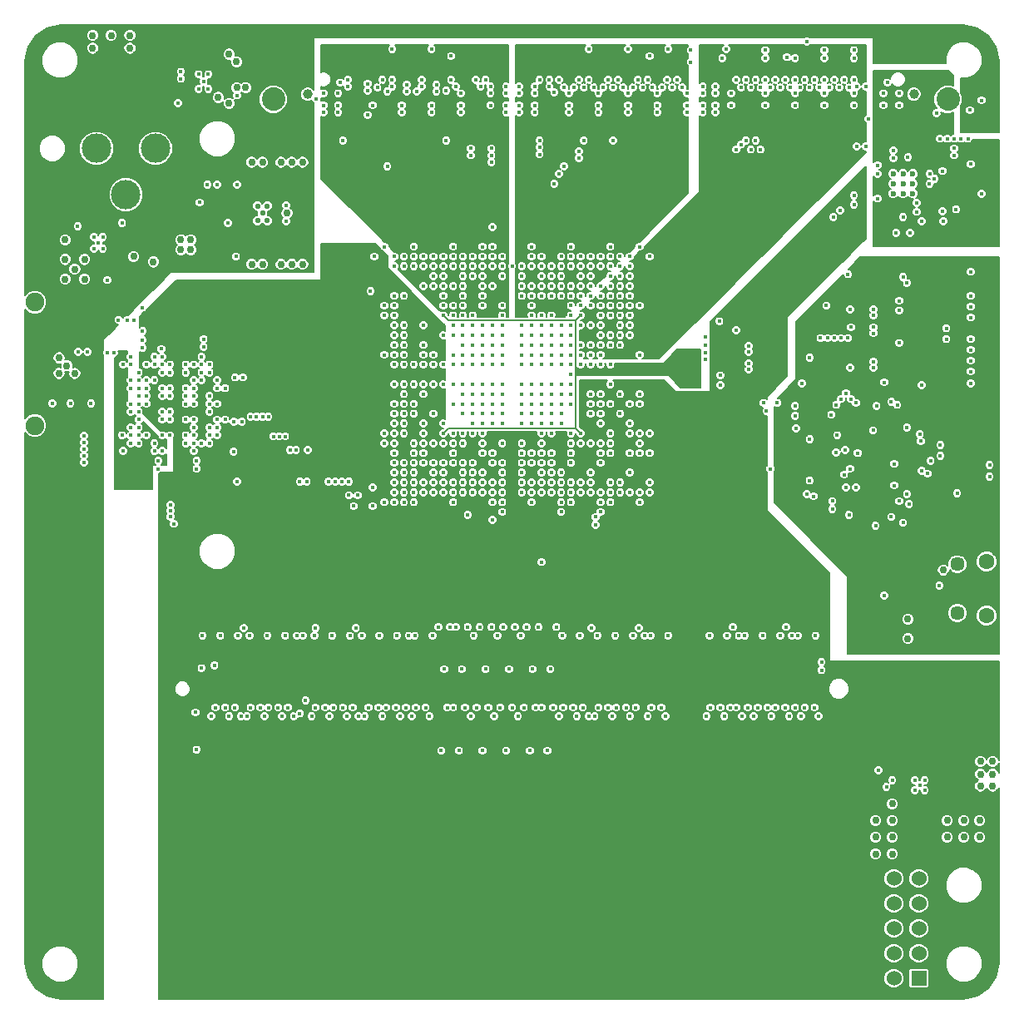
<source format=gbr>
G04 (created by PCBNEW-RS274X (2012-apr-16-27)-stable) date Mon 13 Jan 2014 12:08:28 PM PST*
G01*
G70*
G90*
%MOIN*%
G04 Gerber Fmt 3.4, Leading zero omitted, Abs format*
%FSLAX34Y34*%
G04 APERTURE LIST*
%ADD10C,0.006500*%
%ADD11C,0.017700*%
%ADD12C,0.023600*%
%ADD13C,0.023000*%
%ADD14C,0.074800*%
%ADD15C,0.039400*%
%ADD16C,0.094000*%
%ADD17C,0.063000*%
%ADD18C,0.057100*%
%ADD19R,0.060000X0.060000*%
%ADD20C,0.060000*%
%ADD21C,0.118100*%
%ADD22C,0.030000*%
%ADD23C,0.008000*%
%ADD24C,0.007000*%
G04 APERTURE END LIST*
G54D10*
G54D11*
X67321Y-48150D03*
X67321Y-47756D03*
X67518Y-47953D03*
X67715Y-48150D03*
X67715Y-47756D03*
G54D12*
X67245Y-24252D03*
X66851Y-24252D03*
X66457Y-24252D03*
X67245Y-23858D03*
X66851Y-23858D03*
X66457Y-23858D03*
X67245Y-23464D03*
X66851Y-23464D03*
X66457Y-23464D03*
G54D11*
X34783Y-26456D03*
X34429Y-26456D03*
X34606Y-26220D03*
X34783Y-25984D03*
X34429Y-25984D03*
X38619Y-19468D03*
X39013Y-19468D03*
X38816Y-19763D03*
X38619Y-20058D03*
X39013Y-20058D03*
G54D13*
X41181Y-25039D03*
X41378Y-24744D03*
X40984Y-24744D03*
X40984Y-25334D03*
X41378Y-25334D03*
G54D14*
X32067Y-33544D03*
X32067Y-28603D03*
G54D15*
X67282Y-20271D03*
X42994Y-20271D03*
G54D16*
X68654Y-20472D03*
X41622Y-20472D03*
G54D17*
X70197Y-41161D03*
X70197Y-38995D03*
G54D18*
X69027Y-41057D03*
X69027Y-39099D03*
G54D19*
X67481Y-55696D03*
G54D20*
X66481Y-55696D03*
X67481Y-54696D03*
X66481Y-54696D03*
X67481Y-53696D03*
X66481Y-53696D03*
X67481Y-52696D03*
X66481Y-52696D03*
X67481Y-51696D03*
X66481Y-51696D03*
G54D21*
X36890Y-22441D03*
X34528Y-22441D03*
X35709Y-24291D03*
G54D11*
X67008Y-33622D03*
X67913Y-23858D03*
X66614Y-32716D03*
X67047Y-22795D03*
X66220Y-19803D03*
X65000Y-22362D03*
X65000Y-19961D03*
X65354Y-22362D03*
X65354Y-19961D03*
X65827Y-24055D03*
X65945Y-25590D03*
X65945Y-25197D03*
X66850Y-24882D03*
X50394Y-35827D03*
X50236Y-44842D03*
X51575Y-34646D03*
X50354Y-41614D03*
X49882Y-41614D03*
X50394Y-34646D03*
X50787Y-35433D03*
X51654Y-44842D03*
X53150Y-35433D03*
X51772Y-41614D03*
X48583Y-44842D03*
X49409Y-37126D03*
X52362Y-35039D03*
X52126Y-44842D03*
X51968Y-35827D03*
X52362Y-44842D03*
X50472Y-45197D03*
X52756Y-36220D03*
X50590Y-41968D03*
X51575Y-35433D03*
X50787Y-36220D03*
X50709Y-44842D03*
X50827Y-41614D03*
X51575Y-35827D03*
X51181Y-44842D03*
X50787Y-35827D03*
X53150Y-36614D03*
X51417Y-45197D03*
X53150Y-36220D03*
X51299Y-41614D03*
X53543Y-35827D03*
X51535Y-41968D03*
X50000Y-35433D03*
X49646Y-41968D03*
X50394Y-37323D03*
X49764Y-44842D03*
X52244Y-41614D03*
X53937Y-36220D03*
X49606Y-35039D03*
X48937Y-41614D03*
X54331Y-35827D03*
X59921Y-44842D03*
X42677Y-45079D03*
X48425Y-35827D03*
X60157Y-44842D03*
X54331Y-35433D03*
X42913Y-44567D03*
X48031Y-35827D03*
X52953Y-41614D03*
X54724Y-36220D03*
X52835Y-44842D03*
X54724Y-36614D03*
X56693Y-34646D03*
X62520Y-44842D03*
X60630Y-44842D03*
X55118Y-34646D03*
X55512Y-36220D03*
X56142Y-44842D03*
X53150Y-37008D03*
X54370Y-41653D03*
X51575Y-35039D03*
X46929Y-44842D03*
X48425Y-36220D03*
X44921Y-41653D03*
X48819Y-34646D03*
X42205Y-44842D03*
X40433Y-41653D03*
X47638Y-35827D03*
X55905Y-34646D03*
X61417Y-44842D03*
X61024Y-44842D03*
X55118Y-33858D03*
X59528Y-44842D03*
X55905Y-35433D03*
X56693Y-35827D03*
X59134Y-44842D03*
X54331Y-36220D03*
X54527Y-37205D03*
X54527Y-37520D03*
X53937Y-35827D03*
X55512Y-35827D03*
X57165Y-44842D03*
X55118Y-35827D03*
X56772Y-44842D03*
X53543Y-36220D03*
X55748Y-44842D03*
X52756Y-35433D03*
X55354Y-44842D03*
X55039Y-44842D03*
X55118Y-36220D03*
X54646Y-44842D03*
X54724Y-37008D03*
X53150Y-35827D03*
X53622Y-44842D03*
X53228Y-44842D03*
X52362Y-35433D03*
X47717Y-44842D03*
X52362Y-35827D03*
X51968Y-36220D03*
X47323Y-44842D03*
X46535Y-44842D03*
X51575Y-36220D03*
X51968Y-34646D03*
X46142Y-44842D03*
X55512Y-33071D03*
X63307Y-44842D03*
X45827Y-44842D03*
X50000Y-35827D03*
X45433Y-44842D03*
X49606Y-35827D03*
X44409Y-44842D03*
X48819Y-35827D03*
X49212Y-36220D03*
X44016Y-44842D03*
X55905Y-33465D03*
X62913Y-44842D03*
X43701Y-44842D03*
X48819Y-36220D03*
X43307Y-44842D03*
X49212Y-35433D03*
X41811Y-44842D03*
X48425Y-35039D03*
X48031Y-36220D03*
X41417Y-44842D03*
X62126Y-44842D03*
X55905Y-33858D03*
X41102Y-44842D03*
X48425Y-35433D03*
X47638Y-36220D03*
X40709Y-44842D03*
X39685Y-44842D03*
X46850Y-36220D03*
X39291Y-44842D03*
X46457Y-36614D03*
X61732Y-44842D03*
X56299Y-34646D03*
X62165Y-41614D03*
X55512Y-32283D03*
X60039Y-41614D03*
X56299Y-36220D03*
X56260Y-41653D03*
X55905Y-36220D03*
X52756Y-35827D03*
X54016Y-44842D03*
X52362Y-39016D03*
X52362Y-36220D03*
X44803Y-44842D03*
X49606Y-36220D03*
X43307Y-41653D03*
X49212Y-35827D03*
X40079Y-44842D03*
X48031Y-35433D03*
X48819Y-44842D03*
X50000Y-36220D03*
X47244Y-35827D03*
X48228Y-41614D03*
X49528Y-45197D03*
X50787Y-35039D03*
X49291Y-44842D03*
X50394Y-36220D03*
X48701Y-41614D03*
X49212Y-35039D03*
X63583Y-43031D03*
X53543Y-34646D03*
X51575Y-34252D03*
X55118Y-31890D03*
X50000Y-34252D03*
X52756Y-35039D03*
X55118Y-32677D03*
X52362Y-33858D03*
X50000Y-34646D03*
X54331Y-32677D03*
X54724Y-32677D03*
X55118Y-34252D03*
X49212Y-33858D03*
X54331Y-32283D03*
X50787Y-34252D03*
X49409Y-41614D03*
X49606Y-35433D03*
X48031Y-30709D03*
X46457Y-31102D03*
X47638Y-30315D03*
X64173Y-32716D03*
X47244Y-31102D03*
X64016Y-36575D03*
X64685Y-37126D03*
X48031Y-31102D03*
X61378Y-32953D03*
X47638Y-31102D03*
X64724Y-35276D03*
X48425Y-31102D03*
X48425Y-31890D03*
X46850Y-31102D03*
X46457Y-30709D03*
X38425Y-31732D03*
X46850Y-29527D03*
X38110Y-31417D03*
X39370Y-31732D03*
X46850Y-30315D03*
X37480Y-31417D03*
X46457Y-29527D03*
X46457Y-28740D03*
X37165Y-31102D03*
X46850Y-28346D03*
X36535Y-31102D03*
X46457Y-30315D03*
X39055Y-31417D03*
X46850Y-29921D03*
X38425Y-31102D03*
X38110Y-31102D03*
X46457Y-29921D03*
X37480Y-31102D03*
X46457Y-29134D03*
X64882Y-24685D03*
X55905Y-32677D03*
X50787Y-37008D03*
X67126Y-25827D03*
X56693Y-33858D03*
X64882Y-24331D03*
X50787Y-36614D03*
X56299Y-32677D03*
X56299Y-33858D03*
X66575Y-25827D03*
X66378Y-32598D03*
X64567Y-32244D03*
X64212Y-33937D03*
X62795Y-31850D03*
X54331Y-27559D03*
X57992Y-20000D03*
X54331Y-26772D03*
X56811Y-20000D03*
X53937Y-27165D03*
X56614Y-19685D03*
X53543Y-26772D03*
X56417Y-20000D03*
X53150Y-26772D03*
X56220Y-19685D03*
X53543Y-27165D03*
X56024Y-20000D03*
X55512Y-26772D03*
X52756Y-27165D03*
X55630Y-20000D03*
X52362Y-26772D03*
X55433Y-19685D03*
X53937Y-28346D03*
X55236Y-22126D03*
X54331Y-27165D03*
X55236Y-20001D03*
X51968Y-27165D03*
X55039Y-19685D03*
X51968Y-26772D03*
X54842Y-20000D03*
X57795Y-19685D03*
X51575Y-27165D03*
X54449Y-20000D03*
X51181Y-27165D03*
X54252Y-19685D03*
X53543Y-28346D03*
X54055Y-22126D03*
X54055Y-20000D03*
X52756Y-27559D03*
X53150Y-27165D03*
X53858Y-22559D03*
X53858Y-19685D03*
X53858Y-22835D03*
X53937Y-26772D03*
X53661Y-20000D03*
X55118Y-26772D03*
X53268Y-23150D03*
X53937Y-27953D03*
X52362Y-27165D03*
X53268Y-20000D03*
X53937Y-27559D03*
X53071Y-23465D03*
X52362Y-27953D03*
X53071Y-19685D03*
X52874Y-23858D03*
X52362Y-29134D03*
X52756Y-28346D03*
X52874Y-20197D03*
X51968Y-28740D03*
X52283Y-22677D03*
X51575Y-27953D03*
X52677Y-19685D03*
X51968Y-29134D03*
X52283Y-22402D03*
X51968Y-28346D03*
X52677Y-19961D03*
X57598Y-20000D03*
X52283Y-22126D03*
X52362Y-27559D03*
X52283Y-19685D03*
X51575Y-27559D03*
X54724Y-27165D03*
X57401Y-19685D03*
X54724Y-26772D03*
X57205Y-20000D03*
X61338Y-18504D03*
X55827Y-18465D03*
X57441Y-18465D03*
X47953Y-18465D03*
X54331Y-28740D03*
X51575Y-28346D03*
X52362Y-28346D03*
X54331Y-28346D03*
X52756Y-27953D03*
X50354Y-22441D03*
X48425Y-27559D03*
X50000Y-27953D03*
X50118Y-19685D03*
X50394Y-27165D03*
X49212Y-27953D03*
X48937Y-19961D03*
X50394Y-26772D03*
X48740Y-19685D03*
X49212Y-27165D03*
X48543Y-22126D03*
X49212Y-28346D03*
X48543Y-20118D03*
X48425Y-27165D03*
X50000Y-27165D03*
X48031Y-27953D03*
X48149Y-20157D03*
X50000Y-26772D03*
X48150Y-19882D03*
X48425Y-27953D03*
X49606Y-27559D03*
X50354Y-22716D03*
X49606Y-26772D03*
X47559Y-19961D03*
X49606Y-27165D03*
X47559Y-19685D03*
X49212Y-26772D03*
X47362Y-20157D03*
X48819Y-27165D03*
X46968Y-20158D03*
X48819Y-26772D03*
X46968Y-19882D03*
X49921Y-19961D03*
X50000Y-27559D03*
X48031Y-27165D03*
X46378Y-19961D03*
X48031Y-26772D03*
X46378Y-19685D03*
X46181Y-23150D03*
X48425Y-28346D03*
X46181Y-20157D03*
X47638Y-27165D03*
X45984Y-19685D03*
X47638Y-26772D03*
X45787Y-20000D03*
X50787Y-27559D03*
X50354Y-22993D03*
X47244Y-27165D03*
X45394Y-19842D03*
X47244Y-26772D03*
X45394Y-20118D03*
X46850Y-26772D03*
X45394Y-21102D03*
X46850Y-27165D03*
X44606Y-19961D03*
X46457Y-26772D03*
X44606Y-19685D03*
X48425Y-26772D03*
X49724Y-19685D03*
X44409Y-22126D03*
X44291Y-19803D03*
X48031Y-27559D03*
X49527Y-22441D03*
X50787Y-27165D03*
X49212Y-27559D03*
X49527Y-22716D03*
X50787Y-26772D03*
X50000Y-28346D03*
X49212Y-28740D03*
X50787Y-28740D03*
X50000Y-28740D03*
X50787Y-29134D03*
X55905Y-29921D03*
X64685Y-20000D03*
X54724Y-30315D03*
X55905Y-28740D03*
X63504Y-20000D03*
X55118Y-30315D03*
X55512Y-28346D03*
X55512Y-29921D03*
X63307Y-19685D03*
X55905Y-28346D03*
X63110Y-20000D03*
X55118Y-29921D03*
X55512Y-27953D03*
X55118Y-29134D03*
X62913Y-19685D03*
X55905Y-27953D03*
X55512Y-28740D03*
X62716Y-20000D03*
X55512Y-29527D03*
X55512Y-27559D03*
X62323Y-20000D03*
X55118Y-28740D03*
X55905Y-27559D03*
X62126Y-19685D03*
X55118Y-28346D03*
X55512Y-27165D03*
X55118Y-27953D03*
X61929Y-20000D03*
X55905Y-27165D03*
X55118Y-27559D03*
X61732Y-19685D03*
X55905Y-26772D03*
X61535Y-20000D03*
X55118Y-27165D03*
X64488Y-19685D03*
X54724Y-29921D03*
X61142Y-22480D03*
X61142Y-20000D03*
X60945Y-22126D03*
X60945Y-19685D03*
X60748Y-22480D03*
X60748Y-20000D03*
X60551Y-22126D03*
X60551Y-19685D03*
X60354Y-22283D03*
X60354Y-20000D03*
X55905Y-29527D03*
X60157Y-22480D03*
X60157Y-19685D03*
X64291Y-20000D03*
X54724Y-29134D03*
X55512Y-29134D03*
X64094Y-19685D03*
X54724Y-28740D03*
X55905Y-29134D03*
X54724Y-28346D03*
X63898Y-20000D03*
X55118Y-31102D03*
X64370Y-32480D03*
X54331Y-29527D03*
X55512Y-30315D03*
X53937Y-30315D03*
X53937Y-30709D03*
X48819Y-33858D03*
X53937Y-31102D03*
X53543Y-33858D03*
X53543Y-29134D03*
X48819Y-29134D03*
X48031Y-31890D03*
X39055Y-32677D03*
X47244Y-31890D03*
X39370Y-32677D03*
X47244Y-34646D03*
X36535Y-32677D03*
X47638Y-34646D03*
X36535Y-32362D03*
X46850Y-32283D03*
X40945Y-33189D03*
X46457Y-32677D03*
X41417Y-33189D03*
X46850Y-35039D03*
X43819Y-35787D03*
X46457Y-34252D03*
X42677Y-35787D03*
X44645Y-35787D03*
X46457Y-35433D03*
X46850Y-35827D03*
X44646Y-36339D03*
X46457Y-36220D03*
X44842Y-36772D03*
X45000Y-36339D03*
X46457Y-35827D03*
X46850Y-32677D03*
X41181Y-33189D03*
X41614Y-33976D03*
X46850Y-33071D03*
X46457Y-33071D03*
X41850Y-33976D03*
X46850Y-33465D03*
X42087Y-33976D03*
X46457Y-33465D03*
X42283Y-34527D03*
X42992Y-34527D03*
X46850Y-33858D03*
X42520Y-34527D03*
X46457Y-33858D03*
X46457Y-34646D03*
X42953Y-35787D03*
X46850Y-35433D03*
X44369Y-35787D03*
X44094Y-35787D03*
X46457Y-35039D03*
X39055Y-32992D03*
X47638Y-31890D03*
X47244Y-35039D03*
X37480Y-33937D03*
X48031Y-33071D03*
X38740Y-34252D03*
X47638Y-33858D03*
X38110Y-34252D03*
X47638Y-34252D03*
X38110Y-33937D03*
X39055Y-33622D03*
X47244Y-32677D03*
X46850Y-31890D03*
X40709Y-33189D03*
X36850Y-31732D03*
X47244Y-34252D03*
X36535Y-32047D03*
X48031Y-34252D03*
X33799Y-30590D03*
X64882Y-18504D03*
X65039Y-34646D03*
X59606Y-18819D03*
X38740Y-43268D03*
X68111Y-23661D03*
X47244Y-36220D03*
X64567Y-36024D03*
X67914Y-23465D03*
X64961Y-36024D03*
X39252Y-43150D03*
X46850Y-36614D03*
X62520Y-22126D03*
X61338Y-21260D03*
X64882Y-21260D03*
X60157Y-18504D03*
X63701Y-21260D03*
X63701Y-22126D03*
X56693Y-28740D03*
X55118Y-29527D03*
X61338Y-22126D03*
X53937Y-29921D03*
X56693Y-30709D03*
X54331Y-29921D03*
X56693Y-26378D03*
X62520Y-21260D03*
X55512Y-30709D03*
X64882Y-22126D03*
X55118Y-30709D03*
X60157Y-18779D03*
X54646Y-22126D03*
X55827Y-21260D03*
X53543Y-27559D03*
X57008Y-21260D03*
X56299Y-25984D03*
X57008Y-18819D03*
X55827Y-18819D03*
X52362Y-28740D03*
X51575Y-28740D03*
X54646Y-18465D03*
X51968Y-27559D03*
X54646Y-19685D03*
X52756Y-28740D03*
X53464Y-22126D03*
X54724Y-27559D03*
X51968Y-25984D03*
X53464Y-19685D03*
X54646Y-18819D03*
X57008Y-19685D03*
X57008Y-22126D03*
X55827Y-19685D03*
X55827Y-22126D03*
X53464Y-18819D03*
X53543Y-25984D03*
X55118Y-25984D03*
X54646Y-21260D03*
X53150Y-28740D03*
X51575Y-29134D03*
X53464Y-21260D03*
X45590Y-22126D03*
X48819Y-25984D03*
X47638Y-27559D03*
X45590Y-21260D03*
X49134Y-18819D03*
X47953Y-18819D03*
X46063Y-25984D03*
X49134Y-21260D03*
X47244Y-25984D03*
X50787Y-28346D03*
X47953Y-19685D03*
X46772Y-21260D03*
X50394Y-27559D03*
X50000Y-29134D03*
X46772Y-18819D03*
X50394Y-29134D03*
X46772Y-22126D03*
X45590Y-18819D03*
X47953Y-22126D03*
X47953Y-21260D03*
X46772Y-18465D03*
X49134Y-19685D03*
X49134Y-22126D03*
X49606Y-28740D03*
X46772Y-19685D03*
X48819Y-27559D03*
X45590Y-19685D03*
X50394Y-25984D03*
X61338Y-19685D03*
X63701Y-18504D03*
X62520Y-18819D03*
X62520Y-19685D03*
X63701Y-19685D03*
X64882Y-18819D03*
X61338Y-18819D03*
X64882Y-19685D03*
X63701Y-18819D03*
X68346Y-34764D03*
X37913Y-19370D03*
X38543Y-46535D03*
X65748Y-37559D03*
X66378Y-37205D03*
X38504Y-45039D03*
X62519Y-32757D03*
X66496Y-35079D03*
X66496Y-35945D03*
X62519Y-33150D03*
X67087Y-36693D03*
X64527Y-34527D03*
X66693Y-28937D03*
X62992Y-36299D03*
X69016Y-36260D03*
X69567Y-28779D03*
X64488Y-35512D03*
X66102Y-31811D03*
X69567Y-30945D03*
X67835Y-35472D03*
X69567Y-29213D03*
X67598Y-35354D03*
X67953Y-34961D03*
X69567Y-30079D03*
X66693Y-28543D03*
X66693Y-30236D03*
X63268Y-36378D03*
X67559Y-34173D03*
X35551Y-25433D03*
X33779Y-25551D03*
X68346Y-34331D03*
X66417Y-47756D03*
X67008Y-36299D03*
X38661Y-24606D03*
X63976Y-33110D03*
X42126Y-25354D03*
X64961Y-32638D03*
X42126Y-24724D03*
X64764Y-32480D03*
X66181Y-48031D03*
X66693Y-36575D03*
X65787Y-32756D03*
X59488Y-29370D03*
X68189Y-21024D03*
X67520Y-33898D03*
X37165Y-33937D03*
X47244Y-35433D03*
X46457Y-28346D03*
X37165Y-31417D03*
X46063Y-33858D03*
X40158Y-35787D03*
X39055Y-32362D03*
X46850Y-30709D03*
X39370Y-33622D03*
X47244Y-33071D03*
X35590Y-31102D03*
X35905Y-32677D03*
X35905Y-33937D03*
X35905Y-31732D03*
X34961Y-30630D03*
X35905Y-32992D03*
X36535Y-33937D03*
X35236Y-30630D03*
X36220Y-34252D03*
X35905Y-34567D03*
X35590Y-30787D03*
X37165Y-34252D03*
X35905Y-35000D03*
X35669Y-35000D03*
X35433Y-35000D03*
X36378Y-30433D03*
X60157Y-29724D03*
X46063Y-28740D03*
X39370Y-33937D03*
X39055Y-33937D03*
G54D22*
X37913Y-26102D03*
G54D11*
X61575Y-45197D03*
X36220Y-32362D03*
X43346Y-20472D03*
X52716Y-43307D03*
G54D22*
X67047Y-42087D03*
G54D11*
X50787Y-32283D03*
X48819Y-34252D03*
X35551Y-33937D03*
X56299Y-30709D03*
X52756Y-30315D03*
X38425Y-34252D03*
X49134Y-20984D03*
X66851Y-23858D03*
X64724Y-31220D03*
X47638Y-30709D03*
X51968Y-32283D03*
X57008Y-20236D03*
X49212Y-30315D03*
X56024Y-41968D03*
X64370Y-30039D03*
X53150Y-27953D03*
X50945Y-20984D03*
X38819Y-30079D03*
X38816Y-19763D03*
X38110Y-32047D03*
X55118Y-26378D03*
X54724Y-33465D03*
X59527Y-31535D03*
X58937Y-30000D03*
X51575Y-32677D03*
X49212Y-29527D03*
X38740Y-31732D03*
X41260Y-45197D03*
X59764Y-18465D03*
X53464Y-20236D03*
X45590Y-36024D03*
X45039Y-45197D03*
G54D22*
X37913Y-26496D03*
G54D11*
X65669Y-29134D03*
X49055Y-46575D03*
X53543Y-35039D03*
X51968Y-33071D03*
X47638Y-32283D03*
X44212Y-20709D03*
X46772Y-20984D03*
X47244Y-26378D03*
X51968Y-31102D03*
X54724Y-27953D03*
X61810Y-32638D03*
G54D22*
X36024Y-26772D03*
G54D11*
X46063Y-36614D03*
X50394Y-26378D03*
X58189Y-20236D03*
X69449Y-22047D03*
X52008Y-43307D03*
X40020Y-34587D03*
X63819Y-30039D03*
X47874Y-45197D03*
X52362Y-29921D03*
X34035Y-34488D03*
X50394Y-36614D03*
X52756Y-31102D03*
X53464Y-20984D03*
X50394Y-35039D03*
X37795Y-20630D03*
G54D22*
X67047Y-41299D03*
G54D11*
X32756Y-32657D03*
X33484Y-32657D03*
X53937Y-28740D03*
X50000Y-33071D03*
X63110Y-35748D03*
X47244Y-36614D03*
X52087Y-20984D03*
X52087Y-20709D03*
X46378Y-18465D03*
X35905Y-34252D03*
X56299Y-26378D03*
X54646Y-20984D03*
X36378Y-29764D03*
X36850Y-34567D03*
X35905Y-30787D03*
X46693Y-45197D03*
X42441Y-45197D03*
X45276Y-45197D03*
X57323Y-45197D03*
X58346Y-18504D03*
X54331Y-30315D03*
X37008Y-35276D03*
X34961Y-27716D03*
G54D22*
X70433Y-47520D03*
G54D11*
X68425Y-23346D03*
X36850Y-31102D03*
X56299Y-28740D03*
X62401Y-41968D03*
G54D22*
X68622Y-49370D03*
G54D11*
X55197Y-45197D03*
X47638Y-27953D03*
G54D22*
X39842Y-20630D03*
G54D11*
X54331Y-30709D03*
X39370Y-32047D03*
X51575Y-33465D03*
X40551Y-45197D03*
X64172Y-34626D03*
X66850Y-25197D03*
X65650Y-33740D03*
X52756Y-32283D03*
X51575Y-29921D03*
X40394Y-31614D03*
X46457Y-31890D03*
X39370Y-33307D03*
G54D22*
X39842Y-18661D03*
G54D11*
X41969Y-45197D03*
X47638Y-29527D03*
X49212Y-33071D03*
X50394Y-29921D03*
G54D22*
X38307Y-26496D03*
G54D11*
X52756Y-29134D03*
X48819Y-35039D03*
X52087Y-20236D03*
X70315Y-35592D03*
G54D22*
X41181Y-27087D03*
G54D11*
X35905Y-31102D03*
X64055Y-25197D03*
X62559Y-33661D03*
X50787Y-30315D03*
X51575Y-29527D03*
X44212Y-20236D03*
G54D22*
X69961Y-47992D03*
X68464Y-39331D03*
G54D11*
X64882Y-20236D03*
X46772Y-20709D03*
X37165Y-32992D03*
X45590Y-36772D03*
X64331Y-24921D03*
X51457Y-20236D03*
X50000Y-30315D03*
X50394Y-32677D03*
X44567Y-45197D03*
X56693Y-26772D03*
X38110Y-33307D03*
X57008Y-20984D03*
X51968Y-26378D03*
X49606Y-30709D03*
X37500Y-36968D03*
X56299Y-36614D03*
X56299Y-34252D03*
X55118Y-36614D03*
X59527Y-31929D03*
X49134Y-20236D03*
X69567Y-27382D03*
X51575Y-30709D03*
X59331Y-19961D03*
X48819Y-30709D03*
G54D22*
X69921Y-49370D03*
G54D11*
X37480Y-33307D03*
X53543Y-32677D03*
X66693Y-20236D03*
X40315Y-45197D03*
X48425Y-29921D03*
X58937Y-30905D03*
X54724Y-34252D03*
X34173Y-30590D03*
G54D22*
X40748Y-22992D03*
G54D11*
X62520Y-20236D03*
X34035Y-34232D03*
X53543Y-27953D03*
X51457Y-20984D03*
X46063Y-30709D03*
G54D22*
X69291Y-49370D03*
G54D11*
X64646Y-27480D03*
X38425Y-32047D03*
G54D22*
X68622Y-50039D03*
G54D11*
X37500Y-36732D03*
X49606Y-29921D03*
X50394Y-31890D03*
X37480Y-32362D03*
X67008Y-27835D03*
X52362Y-30709D03*
X54488Y-45197D03*
X63583Y-43346D03*
X40118Y-26772D03*
X50787Y-33071D03*
X54724Y-29527D03*
X47638Y-33465D03*
X38425Y-32362D03*
X50315Y-20236D03*
X36220Y-33307D03*
X53150Y-32677D03*
X54252Y-18465D03*
X52756Y-33858D03*
X36220Y-32047D03*
X53464Y-20709D03*
X68307Y-39960D03*
X45590Y-20709D03*
X39134Y-45197D03*
X48819Y-31890D03*
X64646Y-30039D03*
X58189Y-20709D03*
X36220Y-33937D03*
X51575Y-31890D03*
X59961Y-20236D03*
X55827Y-20709D03*
X52756Y-34646D03*
X37165Y-32362D03*
X64094Y-30039D03*
X38740Y-31417D03*
X36220Y-32677D03*
X35905Y-32047D03*
X38425Y-33937D03*
X37165Y-30787D03*
X53543Y-31102D03*
X49212Y-29134D03*
X50000Y-26378D03*
X60275Y-41968D03*
G54D22*
X40748Y-27087D03*
G54D11*
X58819Y-20236D03*
X54724Y-31102D03*
X58819Y-19961D03*
X58937Y-30315D03*
X58976Y-45197D03*
X46575Y-41968D03*
X62283Y-45197D03*
X53543Y-32283D03*
X69567Y-30512D03*
X53150Y-29921D03*
X51457Y-19961D03*
X49606Y-33858D03*
X58189Y-20984D03*
X51968Y-36614D03*
X50000Y-31102D03*
X53937Y-29527D03*
X44685Y-41968D03*
X54252Y-45197D03*
X47638Y-35039D03*
X47165Y-45197D03*
G54D22*
X39409Y-20394D03*
G54D11*
X58937Y-30630D03*
X39055Y-31102D03*
X62756Y-45197D03*
X50118Y-43307D03*
X49212Y-32283D03*
X57441Y-41968D03*
X34035Y-34744D03*
X63701Y-20236D03*
X70000Y-20512D03*
X66063Y-20709D03*
X48346Y-46575D03*
X50394Y-33465D03*
X50945Y-19961D03*
X53150Y-33465D03*
X45866Y-41968D03*
X56614Y-45197D03*
X50394Y-27953D03*
X65827Y-23110D03*
X54724Y-30709D03*
X42087Y-41968D03*
X43858Y-45197D03*
X37480Y-32047D03*
X58819Y-20709D03*
X53150Y-30709D03*
X52756Y-29527D03*
X57008Y-20709D03*
X35413Y-29311D03*
X68898Y-22047D03*
X43622Y-20984D03*
X61338Y-20236D03*
X51890Y-46575D03*
X65669Y-31220D03*
X60866Y-45197D03*
X39488Y-41968D03*
X36378Y-30118D03*
X48819Y-27953D03*
X49212Y-34252D03*
X67401Y-24980D03*
X59331Y-20984D03*
X42559Y-41968D03*
X53543Y-36614D03*
X63346Y-41968D03*
X62520Y-20709D03*
X37165Y-33307D03*
X68976Y-24882D03*
X36535Y-31732D03*
X53543Y-30315D03*
X59685Y-45197D03*
G54D22*
X33346Y-31142D03*
X33661Y-31457D03*
G54D11*
X38976Y-23898D03*
X34035Y-33957D03*
X39843Y-45197D03*
X54724Y-33071D03*
X37165Y-34567D03*
X43976Y-41968D03*
X35905Y-33622D03*
X67518Y-47953D03*
X50945Y-20236D03*
X53780Y-45197D03*
X53071Y-45197D03*
X47953Y-20709D03*
X46063Y-26378D03*
X38425Y-32677D03*
X40157Y-20315D03*
X54724Y-32283D03*
X55906Y-45197D03*
X53543Y-29527D03*
X37500Y-37205D03*
X49606Y-31890D03*
G54D22*
X33031Y-30827D03*
G54D11*
X51968Y-27953D03*
X43150Y-45197D03*
X66063Y-20236D03*
X50945Y-46575D03*
X51968Y-35039D03*
X48819Y-28740D03*
X63543Y-30039D03*
X66850Y-27598D03*
G54D22*
X40147Y-18966D03*
G54D11*
X48425Y-28740D03*
X54646Y-20236D03*
X42795Y-41968D03*
X48819Y-29921D03*
X38425Y-33307D03*
X47992Y-41968D03*
X50787Y-31102D03*
X53543Y-28740D03*
X47047Y-41968D03*
X55315Y-41968D03*
X65866Y-47362D03*
X59961Y-20709D03*
X41378Y-41968D03*
X45669Y-26772D03*
X37480Y-32992D03*
G54D22*
X70433Y-47992D03*
G54D11*
X53543Y-34252D03*
X53150Y-31890D03*
X56496Y-41968D03*
X63701Y-20709D03*
X52362Y-33465D03*
X58819Y-20984D03*
X50315Y-20709D03*
X59803Y-41968D03*
X59094Y-41968D03*
X50945Y-20709D03*
X50787Y-29527D03*
X63465Y-45197D03*
X39370Y-23898D03*
X46063Y-29134D03*
X60512Y-41968D03*
X50394Y-30709D03*
X66102Y-40354D03*
X54331Y-33071D03*
X43622Y-20236D03*
X53898Y-41968D03*
X68583Y-29646D03*
X49606Y-29134D03*
X49134Y-20709D03*
X48425Y-34252D03*
X65827Y-24449D03*
X51968Y-33465D03*
G54D22*
X69961Y-47520D03*
X70433Y-47008D03*
G54D11*
X70000Y-24252D03*
X52598Y-46575D03*
X67598Y-31929D03*
X49173Y-43307D03*
G54D22*
X69921Y-50039D03*
G54D11*
X36220Y-32992D03*
X49606Y-32677D03*
X45984Y-45197D03*
X50315Y-19961D03*
X51063Y-43307D03*
X38740Y-31102D03*
X59331Y-20709D03*
X48819Y-26378D03*
G54D22*
X38307Y-26102D03*
G54D11*
X38543Y-35276D03*
X61338Y-20709D03*
G54D22*
X41181Y-22992D03*
G54D11*
X48464Y-43307D03*
X61535Y-35276D03*
X50394Y-29527D03*
X66850Y-37441D03*
G54D22*
X36811Y-26988D03*
G54D11*
X65669Y-30984D03*
X51457Y-20709D03*
G54D22*
X33031Y-31457D03*
G54D11*
X65669Y-28898D03*
X52087Y-19961D03*
X45512Y-28150D03*
X62992Y-18150D03*
X50000Y-29527D03*
X66693Y-20709D03*
X55827Y-20236D03*
X38110Y-32677D03*
X51968Y-29527D03*
X68622Y-22047D03*
X64882Y-20709D03*
X38425Y-33622D03*
X60394Y-45197D03*
X48819Y-32677D03*
X50000Y-46575D03*
X55827Y-20984D03*
X54646Y-20709D03*
X68583Y-30079D03*
X54331Y-31102D03*
X62638Y-41968D03*
X53543Y-26378D03*
X69567Y-31850D03*
X40669Y-41968D03*
X34311Y-32657D03*
X43622Y-20709D03*
X64016Y-36890D03*
X43268Y-41968D03*
X61929Y-41968D03*
X60669Y-30354D03*
X48425Y-33465D03*
X53189Y-41968D03*
X63110Y-34094D03*
X45157Y-41968D03*
X50394Y-25590D03*
X61259Y-32638D03*
X56693Y-36220D03*
X40354Y-33386D03*
X50000Y-33858D03*
X69173Y-22047D03*
X35590Y-34567D03*
X70315Y-35119D03*
X68327Y-22047D03*
X63779Y-28740D03*
X54724Y-35039D03*
X63110Y-30827D03*
G54D22*
X69961Y-47008D03*
G54D11*
X50000Y-32283D03*
X52362Y-31890D03*
X60669Y-30590D03*
X46457Y-27165D03*
X36220Y-31417D03*
X59331Y-20236D03*
G54D22*
X42165Y-25039D03*
G54D11*
X53543Y-29921D03*
X49212Y-31102D03*
X54606Y-41968D03*
X69527Y-20905D03*
X61220Y-41968D03*
X56732Y-41968D03*
X52756Y-33071D03*
X46063Y-34252D03*
X48819Y-36614D03*
X56299Y-32283D03*
X51968Y-30315D03*
X53937Y-34252D03*
X34606Y-26220D03*
X68425Y-24961D03*
X49606Y-33465D03*
X40197Y-41968D03*
X66457Y-22520D03*
X64724Y-28898D03*
X54331Y-27953D03*
X34035Y-35020D03*
X47283Y-41968D03*
X37165Y-32047D03*
X47953Y-20984D03*
X38110Y-32362D03*
X37913Y-19646D03*
X44212Y-20984D03*
G54D22*
X69291Y-50039D03*
G54D11*
X52362Y-32677D03*
X54724Y-34646D03*
X54331Y-34252D03*
X52362Y-34252D03*
X52362Y-34646D03*
X37638Y-37480D03*
X48031Y-35039D03*
X53150Y-27559D03*
X53150Y-28346D03*
X69567Y-28346D03*
X69567Y-31378D03*
X39055Y-34252D03*
X36850Y-34252D03*
X37126Y-30472D03*
X36220Y-31732D03*
X39685Y-33307D03*
X38543Y-34961D03*
G54D22*
X42362Y-27087D03*
G54D11*
X38740Y-30787D03*
X40039Y-33386D03*
X36220Y-33622D03*
X36043Y-29311D03*
X39685Y-32047D03*
X38819Y-30394D03*
X40079Y-31614D03*
G54D22*
X42795Y-27087D03*
X41929Y-27087D03*
G54D11*
X37008Y-34961D03*
X38425Y-34567D03*
X39803Y-25433D03*
X36850Y-30787D03*
X35768Y-29311D03*
X52756Y-32677D03*
X52362Y-33071D03*
X50787Y-32677D03*
X51575Y-32283D03*
X49606Y-29527D03*
X49606Y-33071D03*
X50787Y-31890D03*
X51575Y-30315D03*
X52362Y-31102D03*
X49606Y-31102D03*
X53543Y-31890D03*
X53543Y-30709D03*
X51968Y-32677D03*
X53150Y-32283D03*
X52362Y-32283D03*
X49212Y-32677D03*
X49212Y-29921D03*
X50000Y-31890D03*
X53543Y-31496D03*
X48819Y-31102D03*
X50787Y-29921D03*
G54D22*
X42362Y-22992D03*
G54D11*
X49606Y-32283D03*
X50000Y-33465D03*
X50787Y-30709D03*
X53150Y-33071D03*
X52756Y-33465D03*
X53150Y-29527D03*
X49212Y-30709D03*
X51968Y-29921D03*
G54D22*
X41929Y-22992D03*
G54D11*
X53150Y-31102D03*
X50000Y-32677D03*
X51575Y-33071D03*
X52756Y-30709D03*
X50787Y-33465D03*
X40157Y-23898D03*
X49212Y-31890D03*
X50394Y-30315D03*
X53150Y-30315D03*
X48819Y-29527D03*
X51575Y-31102D03*
X52756Y-29921D03*
X52362Y-29527D03*
X49606Y-30315D03*
X52756Y-31890D03*
X50394Y-32283D03*
X50000Y-30709D03*
X50394Y-31102D03*
X51968Y-30709D03*
X52362Y-30315D03*
G54D22*
X42795Y-22992D03*
G54D11*
X51968Y-31890D03*
X50394Y-33071D03*
X50000Y-29921D03*
G54D22*
X70433Y-43701D03*
G54D11*
X54724Y-35433D03*
X38740Y-32362D03*
X61259Y-33268D03*
X51968Y-33858D03*
G54D22*
X44685Y-43110D03*
G54D11*
X53543Y-37008D03*
X55118Y-33465D03*
X47244Y-33465D03*
G54D22*
X56614Y-43110D03*
X59685Y-46417D03*
X49409Y-46417D03*
G54D11*
X51968Y-35433D03*
G54D22*
X60512Y-43110D03*
G54D11*
X38110Y-31732D03*
X45669Y-26378D03*
G54D22*
X43268Y-43110D03*
G54D11*
X39055Y-31732D03*
X69291Y-48504D03*
G54D22*
X41338Y-43110D03*
G54D11*
X51968Y-37008D03*
X37146Y-36968D03*
X49055Y-46260D03*
G54D22*
X69961Y-44173D03*
X70433Y-44646D03*
X44212Y-46417D03*
X40433Y-46417D03*
G54D11*
X56693Y-32283D03*
X64055Y-25512D03*
G54D22*
X49646Y-43110D03*
X69961Y-43701D03*
X55433Y-43110D03*
G54D11*
X51575Y-33858D03*
X55118Y-37008D03*
X53543Y-35433D03*
X56693Y-34252D03*
G54D22*
X47165Y-43110D03*
G54D11*
X45669Y-34252D03*
X37165Y-31732D03*
G54D22*
X69961Y-43228D03*
G54D11*
X48819Y-35433D03*
X49173Y-42992D03*
X49212Y-34646D03*
X52756Y-34252D03*
X51890Y-46260D03*
G54D22*
X62520Y-46417D03*
G54D11*
X37165Y-33622D03*
X47638Y-35433D03*
X39370Y-34252D03*
X53937Y-32283D03*
G54D22*
X59842Y-43110D03*
X54370Y-46417D03*
G54D11*
X38740Y-32677D03*
G54D22*
X55551Y-46417D03*
G54D11*
X50000Y-46260D03*
X45590Y-32087D03*
X55118Y-32283D03*
X48425Y-29527D03*
X37146Y-36732D03*
X51968Y-34252D03*
G54D22*
X45866Y-43110D03*
G54D11*
X48031Y-33465D03*
X51063Y-42992D03*
X37480Y-33622D03*
X37480Y-31732D03*
X37146Y-37205D03*
X47244Y-32283D03*
X38740Y-33937D03*
X50394Y-35433D03*
G54D22*
X56614Y-46417D03*
G54D11*
X69409Y-45709D03*
G54D22*
X54016Y-43110D03*
G54D11*
X48464Y-42992D03*
X52716Y-42992D03*
X45590Y-36457D03*
G54D22*
X61929Y-43110D03*
G54D11*
X47244Y-37008D03*
X54331Y-34646D03*
X56299Y-37008D03*
X50118Y-42992D03*
X47244Y-29527D03*
X47244Y-30709D03*
G54D22*
X41614Y-46417D03*
X60630Y-46417D03*
X61575Y-46417D03*
X62638Y-43110D03*
G54D11*
X56693Y-36614D03*
X52008Y-42992D03*
X39685Y-34567D03*
G54D22*
X45630Y-46417D03*
G54D11*
X38740Y-33307D03*
X45669Y-28740D03*
G54D22*
X46929Y-46417D03*
G54D11*
X48819Y-37008D03*
G54D22*
X42795Y-46417D03*
X70433Y-44173D03*
X47756Y-46417D03*
X53425Y-46417D03*
G54D11*
X53937Y-32677D03*
X55118Y-33071D03*
G54D22*
X63464Y-46417D03*
G54D11*
X48346Y-46260D03*
X49606Y-34646D03*
G54D22*
X70433Y-43228D03*
G54D11*
X46063Y-37008D03*
X45669Y-30709D03*
X50945Y-46260D03*
X38425Y-31417D03*
X49606Y-34252D03*
X38110Y-33622D03*
X39370Y-31102D03*
X50394Y-37008D03*
G54D22*
X50472Y-46417D03*
X51535Y-46417D03*
G54D11*
X38740Y-33622D03*
G54D22*
X69961Y-44646D03*
G54D11*
X52598Y-46260D03*
X58425Y-30630D03*
X53937Y-33858D03*
X48425Y-29134D03*
X53937Y-29134D03*
X48425Y-33858D03*
X57953Y-31142D03*
X57953Y-31890D03*
X57953Y-31457D03*
X65827Y-23465D03*
X67598Y-25354D03*
X67401Y-24626D03*
X68898Y-22441D03*
X68898Y-22716D03*
X69567Y-23071D03*
X66457Y-22835D03*
X68464Y-25354D03*
X69055Y-34016D03*
X65669Y-30276D03*
X66496Y-38386D03*
X68583Y-31378D03*
G54D22*
X65354Y-27835D03*
G54D11*
X69567Y-29646D03*
X67716Y-35984D03*
X68583Y-29213D03*
X58346Y-18976D03*
G54D22*
X65354Y-26968D03*
G54D11*
X65059Y-33740D03*
X61810Y-33268D03*
X67008Y-29646D03*
X65669Y-30512D03*
X63386Y-31181D03*
X36378Y-28819D03*
X64173Y-35216D03*
X64764Y-30512D03*
X56693Y-18740D03*
X68740Y-27598D03*
X64094Y-30709D03*
X48740Y-18740D03*
X65157Y-31811D03*
X63150Y-28976D03*
X64094Y-30433D03*
X65472Y-21260D03*
X62205Y-18779D03*
X68583Y-30945D03*
X68583Y-28779D03*
X67835Y-27598D03*
X63386Y-31575D03*
X63425Y-32441D03*
X68583Y-28346D03*
X38779Y-41968D03*
X64094Y-31575D03*
G54D22*
X34370Y-18425D03*
X35866Y-18425D03*
X35866Y-17913D03*
X34370Y-17913D03*
X35118Y-17913D03*
X32087Y-53150D03*
X33661Y-52362D03*
X33661Y-48425D03*
X33661Y-49213D03*
X33268Y-48819D03*
X33268Y-51968D03*
X33661Y-53150D03*
X32480Y-49606D03*
X32874Y-51575D03*
G54D11*
X60669Y-31299D03*
G54D22*
X66417Y-50039D03*
X66220Y-18661D03*
X33268Y-49606D03*
X66417Y-49370D03*
X66417Y-50709D03*
X66732Y-18661D03*
X33268Y-53543D03*
X32480Y-53543D03*
X33268Y-51181D03*
X32087Y-52362D03*
X32480Y-51181D03*
X32874Y-50000D03*
X32874Y-48425D03*
X32087Y-48425D03*
X32480Y-51968D03*
X32480Y-52756D03*
X32087Y-51575D03*
X33268Y-50394D03*
X33268Y-52756D03*
X32087Y-49213D03*
X32874Y-49213D03*
X32874Y-53150D03*
X32087Y-50000D03*
X33661Y-50000D03*
X32480Y-50394D03*
X67756Y-18661D03*
X32874Y-50787D03*
X32480Y-48819D03*
X67244Y-18661D03*
X37913Y-25551D03*
G54D11*
X69272Y-21102D03*
X65669Y-29842D03*
G54D22*
X38307Y-25157D03*
G54D11*
X39764Y-19646D03*
G54D22*
X65748Y-49370D03*
X40079Y-19646D03*
X37913Y-25157D03*
G54D11*
X69567Y-21535D03*
G54D22*
X33661Y-50787D03*
X65748Y-50709D03*
X38307Y-25551D03*
X33661Y-51575D03*
G54D11*
X60669Y-31063D03*
G54D22*
X32087Y-50787D03*
X32874Y-52362D03*
X66417Y-48701D03*
G54D11*
X64764Y-29606D03*
X65669Y-29606D03*
G54D22*
X65748Y-50039D03*
X40512Y-20000D03*
X40157Y-20000D03*
X33268Y-26102D03*
X33268Y-26890D03*
X34055Y-27677D03*
X33661Y-27283D03*
X33268Y-27677D03*
X34055Y-26890D03*
G54D23*
X41338Y-43110D02*
X43268Y-43110D01*
X62520Y-46417D02*
X63464Y-46417D01*
X59685Y-46417D02*
X60630Y-46417D01*
X55433Y-43110D02*
X56614Y-43110D01*
X61575Y-46417D02*
X62520Y-46417D01*
X49173Y-42992D02*
X49528Y-42992D01*
X49528Y-42992D02*
X49646Y-43110D01*
X45866Y-43110D02*
X44685Y-43110D01*
X56614Y-43110D02*
X59842Y-43110D01*
X44685Y-43110D02*
X43268Y-43110D01*
X53898Y-42992D02*
X54016Y-43110D01*
X54016Y-43110D02*
X55433Y-43110D01*
X58189Y-44764D02*
X58189Y-46417D01*
X52716Y-42992D02*
X53898Y-42992D01*
X58189Y-46417D02*
X56614Y-46417D01*
X58307Y-44645D02*
X58307Y-44646D01*
X58307Y-44646D02*
X58189Y-44764D01*
X56614Y-46417D02*
X55551Y-46417D01*
X51890Y-46260D02*
X51692Y-46260D01*
X59842Y-43110D02*
X58307Y-44645D01*
X55551Y-46417D02*
X54370Y-46417D01*
X50000Y-46260D02*
X50315Y-46260D01*
X58189Y-46417D02*
X59685Y-46417D01*
X59842Y-43110D02*
X60512Y-43110D01*
X47165Y-43110D02*
X45866Y-43110D01*
X54370Y-46417D02*
X53425Y-46417D01*
X47283Y-42992D02*
X47165Y-43110D01*
X41614Y-46417D02*
X40433Y-46417D01*
X46929Y-46417D02*
X45630Y-46417D01*
X48346Y-46260D02*
X47913Y-46260D01*
X51692Y-46260D02*
X51535Y-46417D01*
X42795Y-46417D02*
X41614Y-46417D01*
X47913Y-46260D02*
X47756Y-46417D01*
X44212Y-46417D02*
X42795Y-46417D01*
X45630Y-46417D02*
X44212Y-46417D01*
X60630Y-46417D02*
X61575Y-46417D01*
X47283Y-42992D02*
X48464Y-42992D01*
X60512Y-43110D02*
X61929Y-43110D01*
X61929Y-43110D02*
X62638Y-43110D01*
X47756Y-46417D02*
X46929Y-46417D01*
X49055Y-46260D02*
X49252Y-46260D01*
X49252Y-46260D02*
X49409Y-46417D01*
X50315Y-46260D02*
X50472Y-46417D01*
X53740Y-31299D02*
X53740Y-29331D01*
X57953Y-31142D02*
X57796Y-31299D01*
X48622Y-33661D02*
X53740Y-33661D01*
X57796Y-31299D02*
X53740Y-31299D01*
X48425Y-33858D02*
X48622Y-33661D01*
X48622Y-29331D02*
X53740Y-29331D01*
X53740Y-33661D02*
X53740Y-31457D01*
X53740Y-31457D02*
X53740Y-31299D01*
X53740Y-31457D02*
X57953Y-31457D01*
X48425Y-29134D02*
X48622Y-29331D01*
X53937Y-29134D02*
X53740Y-29331D01*
X53740Y-33661D02*
X53937Y-33858D01*
G54D10*
G36*
X51028Y-29186D02*
X50973Y-29186D01*
X50979Y-29172D01*
X50979Y-29096D01*
X50979Y-28778D01*
X50979Y-28702D01*
X50979Y-27597D01*
X50979Y-27521D01*
X50979Y-27203D01*
X50979Y-27127D01*
X50979Y-26810D01*
X50979Y-26734D01*
X50950Y-26663D01*
X50896Y-26609D01*
X50825Y-26580D01*
X50749Y-26580D01*
X50678Y-26609D01*
X50624Y-26663D01*
X50595Y-26734D01*
X50595Y-26810D01*
X50624Y-26881D01*
X50678Y-26935D01*
X50749Y-26964D01*
X50825Y-26964D01*
X50896Y-26935D01*
X50950Y-26881D01*
X50979Y-26810D01*
X50979Y-27127D01*
X50950Y-27056D01*
X50896Y-27002D01*
X50825Y-26973D01*
X50749Y-26973D01*
X50678Y-27002D01*
X50624Y-27056D01*
X50595Y-27127D01*
X50595Y-27203D01*
X50624Y-27274D01*
X50678Y-27328D01*
X50749Y-27357D01*
X50825Y-27357D01*
X50896Y-27328D01*
X50950Y-27274D01*
X50979Y-27203D01*
X50979Y-27521D01*
X50950Y-27450D01*
X50896Y-27396D01*
X50825Y-27367D01*
X50749Y-27367D01*
X50678Y-27396D01*
X50624Y-27450D01*
X50595Y-27521D01*
X50595Y-27597D01*
X50624Y-27668D01*
X50678Y-27722D01*
X50749Y-27751D01*
X50825Y-27751D01*
X50896Y-27722D01*
X50950Y-27668D01*
X50979Y-27597D01*
X50979Y-28702D01*
X50950Y-28631D01*
X50896Y-28577D01*
X50825Y-28548D01*
X50749Y-28548D01*
X50678Y-28577D01*
X50624Y-28631D01*
X50595Y-28702D01*
X50595Y-28778D01*
X50624Y-28849D01*
X50678Y-28903D01*
X50749Y-28932D01*
X50825Y-28932D01*
X50896Y-28903D01*
X50950Y-28849D01*
X50979Y-28778D01*
X50979Y-29096D01*
X50950Y-29025D01*
X50896Y-28971D01*
X50825Y-28942D01*
X50749Y-28942D01*
X50678Y-28971D01*
X50624Y-29025D01*
X50595Y-29096D01*
X50595Y-29172D01*
X50600Y-29186D01*
X50586Y-29186D01*
X50586Y-27991D01*
X50586Y-27915D01*
X50586Y-27203D01*
X50586Y-27127D01*
X50586Y-26810D01*
X50586Y-26734D01*
X50586Y-26416D01*
X50586Y-26340D01*
X50586Y-25628D01*
X50586Y-25552D01*
X50557Y-25481D01*
X50546Y-25470D01*
X50546Y-23031D01*
X50546Y-22955D01*
X50517Y-22884D01*
X50487Y-22854D01*
X50517Y-22825D01*
X50546Y-22754D01*
X50546Y-22678D01*
X50517Y-22607D01*
X50488Y-22578D01*
X50517Y-22550D01*
X50546Y-22479D01*
X50546Y-22403D01*
X50517Y-22332D01*
X50507Y-22322D01*
X50507Y-20747D01*
X50507Y-20671D01*
X50507Y-20274D01*
X50507Y-20198D01*
X50478Y-20127D01*
X50449Y-20098D01*
X50478Y-20070D01*
X50507Y-19999D01*
X50507Y-19923D01*
X50478Y-19852D01*
X50424Y-19798D01*
X50353Y-19769D01*
X50291Y-19769D01*
X50310Y-19723D01*
X50310Y-19647D01*
X50281Y-19576D01*
X50227Y-19522D01*
X50156Y-19493D01*
X50080Y-19493D01*
X50009Y-19522D01*
X49955Y-19576D01*
X49926Y-19647D01*
X49926Y-19723D01*
X49944Y-19769D01*
X49897Y-19769D01*
X49916Y-19723D01*
X49916Y-19647D01*
X49887Y-19576D01*
X49833Y-19522D01*
X49762Y-19493D01*
X49686Y-19493D01*
X49615Y-19522D01*
X49561Y-19576D01*
X49532Y-19647D01*
X49532Y-19723D01*
X49561Y-19794D01*
X49615Y-19848D01*
X49686Y-19877D01*
X49747Y-19877D01*
X49729Y-19923D01*
X49729Y-19999D01*
X49758Y-20070D01*
X49812Y-20124D01*
X49883Y-20153D01*
X49959Y-20153D01*
X50030Y-20124D01*
X50084Y-20070D01*
X50113Y-19999D01*
X50113Y-19923D01*
X50094Y-19877D01*
X50141Y-19877D01*
X50123Y-19923D01*
X50123Y-19999D01*
X50152Y-20070D01*
X50180Y-20098D01*
X50152Y-20127D01*
X50123Y-20198D01*
X50123Y-20274D01*
X50152Y-20345D01*
X50206Y-20399D01*
X50277Y-20428D01*
X50353Y-20428D01*
X50424Y-20399D01*
X50478Y-20345D01*
X50507Y-20274D01*
X50507Y-20671D01*
X50478Y-20600D01*
X50424Y-20546D01*
X50353Y-20517D01*
X50277Y-20517D01*
X50206Y-20546D01*
X50152Y-20600D01*
X50123Y-20671D01*
X50123Y-20747D01*
X50152Y-20818D01*
X50206Y-20872D01*
X50277Y-20901D01*
X50353Y-20901D01*
X50424Y-20872D01*
X50478Y-20818D01*
X50507Y-20747D01*
X50507Y-22322D01*
X50463Y-22278D01*
X50392Y-22249D01*
X50316Y-22249D01*
X50245Y-22278D01*
X50191Y-22332D01*
X50162Y-22403D01*
X50162Y-22479D01*
X50191Y-22550D01*
X50219Y-22578D01*
X50191Y-22607D01*
X50162Y-22678D01*
X50162Y-22754D01*
X50191Y-22825D01*
X50220Y-22854D01*
X50191Y-22884D01*
X50162Y-22955D01*
X50162Y-23031D01*
X50191Y-23102D01*
X50245Y-23156D01*
X50316Y-23185D01*
X50392Y-23185D01*
X50463Y-23156D01*
X50517Y-23102D01*
X50546Y-23031D01*
X50546Y-25470D01*
X50503Y-25427D01*
X50432Y-25398D01*
X50356Y-25398D01*
X50285Y-25427D01*
X50231Y-25481D01*
X50202Y-25552D01*
X50202Y-25628D01*
X50231Y-25699D01*
X50285Y-25753D01*
X50356Y-25782D01*
X50432Y-25782D01*
X50503Y-25753D01*
X50557Y-25699D01*
X50586Y-25628D01*
X50586Y-26340D01*
X50557Y-26269D01*
X50503Y-26215D01*
X50432Y-26186D01*
X50356Y-26186D01*
X50285Y-26215D01*
X50231Y-26269D01*
X50202Y-26340D01*
X50202Y-26416D01*
X50231Y-26487D01*
X50285Y-26541D01*
X50356Y-26570D01*
X50432Y-26570D01*
X50503Y-26541D01*
X50557Y-26487D01*
X50586Y-26416D01*
X50586Y-26734D01*
X50557Y-26663D01*
X50503Y-26609D01*
X50432Y-26580D01*
X50356Y-26580D01*
X50285Y-26609D01*
X50231Y-26663D01*
X50202Y-26734D01*
X50202Y-26810D01*
X50231Y-26881D01*
X50285Y-26935D01*
X50356Y-26964D01*
X50432Y-26964D01*
X50503Y-26935D01*
X50557Y-26881D01*
X50586Y-26810D01*
X50586Y-27127D01*
X50557Y-27056D01*
X50503Y-27002D01*
X50432Y-26973D01*
X50356Y-26973D01*
X50285Y-27002D01*
X50231Y-27056D01*
X50202Y-27127D01*
X50202Y-27203D01*
X50231Y-27274D01*
X50285Y-27328D01*
X50356Y-27357D01*
X50432Y-27357D01*
X50503Y-27328D01*
X50557Y-27274D01*
X50586Y-27203D01*
X50586Y-27915D01*
X50557Y-27844D01*
X50503Y-27790D01*
X50432Y-27761D01*
X50356Y-27761D01*
X50285Y-27790D01*
X50231Y-27844D01*
X50202Y-27915D01*
X50202Y-27991D01*
X50231Y-28062D01*
X50285Y-28116D01*
X50356Y-28145D01*
X50432Y-28145D01*
X50503Y-28116D01*
X50557Y-28062D01*
X50586Y-27991D01*
X50586Y-29186D01*
X50192Y-29186D01*
X50192Y-28778D01*
X50192Y-28702D01*
X50192Y-28384D01*
X50192Y-28308D01*
X50192Y-27991D01*
X50192Y-27915D01*
X50192Y-27597D01*
X50192Y-27521D01*
X50192Y-27203D01*
X50192Y-27127D01*
X50192Y-26810D01*
X50192Y-26734D01*
X50192Y-26416D01*
X50192Y-26340D01*
X50163Y-26269D01*
X50109Y-26215D01*
X50038Y-26186D01*
X49962Y-26186D01*
X49891Y-26215D01*
X49837Y-26269D01*
X49808Y-26340D01*
X49808Y-26416D01*
X49837Y-26487D01*
X49891Y-26541D01*
X49962Y-26570D01*
X50038Y-26570D01*
X50109Y-26541D01*
X50163Y-26487D01*
X50192Y-26416D01*
X50192Y-26734D01*
X50163Y-26663D01*
X50109Y-26609D01*
X50038Y-26580D01*
X49962Y-26580D01*
X49891Y-26609D01*
X49837Y-26663D01*
X49808Y-26734D01*
X49808Y-26810D01*
X49837Y-26881D01*
X49891Y-26935D01*
X49962Y-26964D01*
X50038Y-26964D01*
X50109Y-26935D01*
X50163Y-26881D01*
X50192Y-26810D01*
X50192Y-27127D01*
X50163Y-27056D01*
X50109Y-27002D01*
X50038Y-26973D01*
X49962Y-26973D01*
X49891Y-27002D01*
X49837Y-27056D01*
X49808Y-27127D01*
X49808Y-27203D01*
X49837Y-27274D01*
X49891Y-27328D01*
X49962Y-27357D01*
X50038Y-27357D01*
X50109Y-27328D01*
X50163Y-27274D01*
X50192Y-27203D01*
X50192Y-27521D01*
X50163Y-27450D01*
X50109Y-27396D01*
X50038Y-27367D01*
X49962Y-27367D01*
X49891Y-27396D01*
X49837Y-27450D01*
X49808Y-27521D01*
X49808Y-27597D01*
X49837Y-27668D01*
X49891Y-27722D01*
X49962Y-27751D01*
X50038Y-27751D01*
X50109Y-27722D01*
X50163Y-27668D01*
X50192Y-27597D01*
X50192Y-27915D01*
X50163Y-27844D01*
X50109Y-27790D01*
X50038Y-27761D01*
X49962Y-27761D01*
X49891Y-27790D01*
X49837Y-27844D01*
X49808Y-27915D01*
X49808Y-27991D01*
X49837Y-28062D01*
X49891Y-28116D01*
X49962Y-28145D01*
X50038Y-28145D01*
X50109Y-28116D01*
X50163Y-28062D01*
X50192Y-27991D01*
X50192Y-28308D01*
X50163Y-28237D01*
X50109Y-28183D01*
X50038Y-28154D01*
X49962Y-28154D01*
X49891Y-28183D01*
X49837Y-28237D01*
X49808Y-28308D01*
X49808Y-28384D01*
X49837Y-28455D01*
X49891Y-28509D01*
X49962Y-28538D01*
X50038Y-28538D01*
X50109Y-28509D01*
X50163Y-28455D01*
X50192Y-28384D01*
X50192Y-28702D01*
X50163Y-28631D01*
X50109Y-28577D01*
X50038Y-28548D01*
X49962Y-28548D01*
X49891Y-28577D01*
X49837Y-28631D01*
X49808Y-28702D01*
X49808Y-28778D01*
X49837Y-28849D01*
X49891Y-28903D01*
X49962Y-28932D01*
X50038Y-28932D01*
X50109Y-28903D01*
X50163Y-28849D01*
X50192Y-28778D01*
X50192Y-29186D01*
X49792Y-29186D01*
X49798Y-29172D01*
X49798Y-29096D01*
X49798Y-27597D01*
X49798Y-27521D01*
X49798Y-27203D01*
X49798Y-27127D01*
X49798Y-26810D01*
X49798Y-26734D01*
X49769Y-26663D01*
X49719Y-26613D01*
X49719Y-22754D01*
X49719Y-22678D01*
X49690Y-22607D01*
X49661Y-22578D01*
X49690Y-22550D01*
X49719Y-22479D01*
X49719Y-22403D01*
X49690Y-22332D01*
X49636Y-22278D01*
X49565Y-22249D01*
X49489Y-22249D01*
X49418Y-22278D01*
X49364Y-22332D01*
X49335Y-22403D01*
X49335Y-22479D01*
X49364Y-22550D01*
X49392Y-22578D01*
X49364Y-22607D01*
X49335Y-22678D01*
X49335Y-22754D01*
X49364Y-22825D01*
X49418Y-22879D01*
X49489Y-22908D01*
X49565Y-22908D01*
X49636Y-22879D01*
X49690Y-22825D01*
X49719Y-22754D01*
X49719Y-26613D01*
X49715Y-26609D01*
X49644Y-26580D01*
X49568Y-26580D01*
X49497Y-26609D01*
X49443Y-26663D01*
X49414Y-26734D01*
X49414Y-26810D01*
X49443Y-26881D01*
X49497Y-26935D01*
X49568Y-26964D01*
X49644Y-26964D01*
X49715Y-26935D01*
X49769Y-26881D01*
X49798Y-26810D01*
X49798Y-27127D01*
X49769Y-27056D01*
X49715Y-27002D01*
X49644Y-26973D01*
X49568Y-26973D01*
X49497Y-27002D01*
X49443Y-27056D01*
X49414Y-27127D01*
X49414Y-27203D01*
X49443Y-27274D01*
X49497Y-27328D01*
X49568Y-27357D01*
X49644Y-27357D01*
X49715Y-27328D01*
X49769Y-27274D01*
X49798Y-27203D01*
X49798Y-27521D01*
X49769Y-27450D01*
X49715Y-27396D01*
X49644Y-27367D01*
X49568Y-27367D01*
X49497Y-27396D01*
X49443Y-27450D01*
X49414Y-27521D01*
X49414Y-27597D01*
X49443Y-27668D01*
X49497Y-27722D01*
X49568Y-27751D01*
X49644Y-27751D01*
X49715Y-27722D01*
X49769Y-27668D01*
X49798Y-27597D01*
X49798Y-29096D01*
X49769Y-29025D01*
X49715Y-28971D01*
X49644Y-28942D01*
X49568Y-28942D01*
X49497Y-28971D01*
X49443Y-29025D01*
X49414Y-29096D01*
X49414Y-29172D01*
X49419Y-29186D01*
X49398Y-29186D01*
X49404Y-29172D01*
X49404Y-29096D01*
X49404Y-28778D01*
X49404Y-28702D01*
X49404Y-28384D01*
X49404Y-28308D01*
X49404Y-27991D01*
X49404Y-27915D01*
X49404Y-27597D01*
X49404Y-27521D01*
X49404Y-27203D01*
X49404Y-27127D01*
X49404Y-26810D01*
X49404Y-26734D01*
X49375Y-26663D01*
X49326Y-26614D01*
X49326Y-21022D01*
X49326Y-20946D01*
X49297Y-20875D01*
X49268Y-20846D01*
X49297Y-20818D01*
X49326Y-20747D01*
X49326Y-20671D01*
X49326Y-20274D01*
X49326Y-20198D01*
X49297Y-20127D01*
X49243Y-20073D01*
X49172Y-20044D01*
X49110Y-20044D01*
X49129Y-19999D01*
X49129Y-19923D01*
X49100Y-19852D01*
X49046Y-19798D01*
X48975Y-19769D01*
X48913Y-19769D01*
X48932Y-19723D01*
X48932Y-19647D01*
X48932Y-18778D01*
X48932Y-18702D01*
X48903Y-18631D01*
X48849Y-18577D01*
X48778Y-18548D01*
X48702Y-18548D01*
X48631Y-18577D01*
X48577Y-18631D01*
X48548Y-18702D01*
X48548Y-18778D01*
X48577Y-18849D01*
X48631Y-18903D01*
X48702Y-18932D01*
X48778Y-18932D01*
X48849Y-18903D01*
X48903Y-18849D01*
X48932Y-18778D01*
X48932Y-19647D01*
X48903Y-19576D01*
X48849Y-19522D01*
X48778Y-19493D01*
X48702Y-19493D01*
X48631Y-19522D01*
X48577Y-19576D01*
X48548Y-19647D01*
X48548Y-19723D01*
X48577Y-19794D01*
X48631Y-19848D01*
X48702Y-19877D01*
X48763Y-19877D01*
X48745Y-19923D01*
X48745Y-19999D01*
X48774Y-20070D01*
X48828Y-20124D01*
X48899Y-20153D01*
X48960Y-20153D01*
X48942Y-20198D01*
X48942Y-20274D01*
X48971Y-20345D01*
X49025Y-20399D01*
X49096Y-20428D01*
X49172Y-20428D01*
X49243Y-20399D01*
X49297Y-20345D01*
X49326Y-20274D01*
X49326Y-20671D01*
X49297Y-20600D01*
X49243Y-20546D01*
X49172Y-20517D01*
X49096Y-20517D01*
X49025Y-20546D01*
X48971Y-20600D01*
X48942Y-20671D01*
X48942Y-20747D01*
X48971Y-20818D01*
X48999Y-20846D01*
X48971Y-20875D01*
X48942Y-20946D01*
X48942Y-21022D01*
X48971Y-21093D01*
X49025Y-21147D01*
X49096Y-21176D01*
X49172Y-21176D01*
X49243Y-21147D01*
X49297Y-21093D01*
X49326Y-21022D01*
X49326Y-26614D01*
X49321Y-26609D01*
X49250Y-26580D01*
X49174Y-26580D01*
X49103Y-26609D01*
X49049Y-26663D01*
X49020Y-26734D01*
X49020Y-26810D01*
X49049Y-26881D01*
X49103Y-26935D01*
X49174Y-26964D01*
X49250Y-26964D01*
X49321Y-26935D01*
X49375Y-26881D01*
X49404Y-26810D01*
X49404Y-27127D01*
X49375Y-27056D01*
X49321Y-27002D01*
X49250Y-26973D01*
X49174Y-26973D01*
X49103Y-27002D01*
X49049Y-27056D01*
X49020Y-27127D01*
X49020Y-27203D01*
X49049Y-27274D01*
X49103Y-27328D01*
X49174Y-27357D01*
X49250Y-27357D01*
X49321Y-27328D01*
X49375Y-27274D01*
X49404Y-27203D01*
X49404Y-27521D01*
X49375Y-27450D01*
X49321Y-27396D01*
X49250Y-27367D01*
X49174Y-27367D01*
X49103Y-27396D01*
X49049Y-27450D01*
X49020Y-27521D01*
X49020Y-27597D01*
X49049Y-27668D01*
X49103Y-27722D01*
X49174Y-27751D01*
X49250Y-27751D01*
X49321Y-27722D01*
X49375Y-27668D01*
X49404Y-27597D01*
X49404Y-27915D01*
X49375Y-27844D01*
X49321Y-27790D01*
X49250Y-27761D01*
X49174Y-27761D01*
X49103Y-27790D01*
X49049Y-27844D01*
X49020Y-27915D01*
X49020Y-27991D01*
X49049Y-28062D01*
X49103Y-28116D01*
X49174Y-28145D01*
X49250Y-28145D01*
X49321Y-28116D01*
X49375Y-28062D01*
X49404Y-27991D01*
X49404Y-28308D01*
X49375Y-28237D01*
X49321Y-28183D01*
X49250Y-28154D01*
X49174Y-28154D01*
X49103Y-28183D01*
X49049Y-28237D01*
X49020Y-28308D01*
X49020Y-28384D01*
X49049Y-28455D01*
X49103Y-28509D01*
X49174Y-28538D01*
X49250Y-28538D01*
X49321Y-28509D01*
X49375Y-28455D01*
X49404Y-28384D01*
X49404Y-28702D01*
X49375Y-28631D01*
X49321Y-28577D01*
X49250Y-28548D01*
X49174Y-28548D01*
X49103Y-28577D01*
X49049Y-28631D01*
X49020Y-28702D01*
X49020Y-28778D01*
X49049Y-28849D01*
X49103Y-28903D01*
X49174Y-28932D01*
X49250Y-28932D01*
X49321Y-28903D01*
X49375Y-28849D01*
X49404Y-28778D01*
X49404Y-29096D01*
X49375Y-29025D01*
X49321Y-28971D01*
X49250Y-28942D01*
X49174Y-28942D01*
X49103Y-28971D01*
X49049Y-29025D01*
X49020Y-29096D01*
X49020Y-29172D01*
X49025Y-29186D01*
X49005Y-29186D01*
X49011Y-29172D01*
X49011Y-29096D01*
X49011Y-28778D01*
X49011Y-28702D01*
X49011Y-27991D01*
X49011Y-27915D01*
X49011Y-27203D01*
X49011Y-27127D01*
X49011Y-26810D01*
X49011Y-26734D01*
X49011Y-26416D01*
X49011Y-26340D01*
X48982Y-26269D01*
X48928Y-26215D01*
X48857Y-26186D01*
X48781Y-26186D01*
X48735Y-26204D01*
X48735Y-22164D01*
X48735Y-22088D01*
X48735Y-20156D01*
X48735Y-20080D01*
X48706Y-20009D01*
X48652Y-19955D01*
X48581Y-19926D01*
X48505Y-19926D01*
X48434Y-19955D01*
X48380Y-20009D01*
X48351Y-20080D01*
X48351Y-20156D01*
X48380Y-20227D01*
X48434Y-20281D01*
X48505Y-20310D01*
X48581Y-20310D01*
X48652Y-20281D01*
X48706Y-20227D01*
X48735Y-20156D01*
X48735Y-22088D01*
X48706Y-22017D01*
X48652Y-21963D01*
X48581Y-21934D01*
X48505Y-21934D01*
X48434Y-21963D01*
X48380Y-22017D01*
X48351Y-22088D01*
X48351Y-22164D01*
X48380Y-22235D01*
X48434Y-22289D01*
X48505Y-22318D01*
X48581Y-22318D01*
X48652Y-22289D01*
X48706Y-22235D01*
X48735Y-22164D01*
X48735Y-26204D01*
X48710Y-26215D01*
X48656Y-26269D01*
X48627Y-26340D01*
X48627Y-26416D01*
X48656Y-26487D01*
X48710Y-26541D01*
X48781Y-26570D01*
X48857Y-26570D01*
X48928Y-26541D01*
X48982Y-26487D01*
X49011Y-26416D01*
X49011Y-26734D01*
X48982Y-26663D01*
X48928Y-26609D01*
X48857Y-26580D01*
X48781Y-26580D01*
X48710Y-26609D01*
X48656Y-26663D01*
X48627Y-26734D01*
X48627Y-26810D01*
X48656Y-26881D01*
X48710Y-26935D01*
X48781Y-26964D01*
X48857Y-26964D01*
X48928Y-26935D01*
X48982Y-26881D01*
X49011Y-26810D01*
X49011Y-27127D01*
X48982Y-27056D01*
X48928Y-27002D01*
X48857Y-26973D01*
X48781Y-26973D01*
X48710Y-27002D01*
X48656Y-27056D01*
X48627Y-27127D01*
X48627Y-27203D01*
X48656Y-27274D01*
X48710Y-27328D01*
X48781Y-27357D01*
X48857Y-27357D01*
X48928Y-27328D01*
X48982Y-27274D01*
X49011Y-27203D01*
X49011Y-27915D01*
X48982Y-27844D01*
X48928Y-27790D01*
X48857Y-27761D01*
X48781Y-27761D01*
X48710Y-27790D01*
X48656Y-27844D01*
X48627Y-27915D01*
X48627Y-27991D01*
X48656Y-28062D01*
X48710Y-28116D01*
X48781Y-28145D01*
X48857Y-28145D01*
X48928Y-28116D01*
X48982Y-28062D01*
X49011Y-27991D01*
X49011Y-28702D01*
X48982Y-28631D01*
X48928Y-28577D01*
X48857Y-28548D01*
X48781Y-28548D01*
X48710Y-28577D01*
X48656Y-28631D01*
X48627Y-28702D01*
X48627Y-28778D01*
X48656Y-28849D01*
X48710Y-28903D01*
X48781Y-28932D01*
X48857Y-28932D01*
X48928Y-28903D01*
X48982Y-28849D01*
X49011Y-28778D01*
X49011Y-29096D01*
X48982Y-29025D01*
X48928Y-28971D01*
X48857Y-28942D01*
X48781Y-28942D01*
X48710Y-28971D01*
X48656Y-29025D01*
X48627Y-29096D01*
X48627Y-29130D01*
X48617Y-29120D01*
X48617Y-29096D01*
X48617Y-28778D01*
X48617Y-28702D01*
X48617Y-28384D01*
X48617Y-28308D01*
X48617Y-27991D01*
X48617Y-27915D01*
X48617Y-27597D01*
X48617Y-27521D01*
X48617Y-27203D01*
X48617Y-27127D01*
X48617Y-26810D01*
X48617Y-26734D01*
X48588Y-26663D01*
X48534Y-26609D01*
X48463Y-26580D01*
X48387Y-26580D01*
X48342Y-26598D01*
X48342Y-19920D01*
X48342Y-19844D01*
X48313Y-19773D01*
X48259Y-19719D01*
X48188Y-19690D01*
X48112Y-19690D01*
X48041Y-19719D01*
X47987Y-19773D01*
X47958Y-19844D01*
X47958Y-19920D01*
X47987Y-19991D01*
X48015Y-20019D01*
X47986Y-20048D01*
X47957Y-20119D01*
X47957Y-20195D01*
X47986Y-20266D01*
X48040Y-20320D01*
X48111Y-20349D01*
X48187Y-20349D01*
X48258Y-20320D01*
X48312Y-20266D01*
X48341Y-20195D01*
X48341Y-20119D01*
X48312Y-20048D01*
X48284Y-20020D01*
X48313Y-19991D01*
X48342Y-19920D01*
X48342Y-26598D01*
X48316Y-26609D01*
X48262Y-26663D01*
X48233Y-26734D01*
X48233Y-26810D01*
X48262Y-26881D01*
X48316Y-26935D01*
X48387Y-26964D01*
X48463Y-26964D01*
X48534Y-26935D01*
X48588Y-26881D01*
X48617Y-26810D01*
X48617Y-27127D01*
X48588Y-27056D01*
X48534Y-27002D01*
X48463Y-26973D01*
X48387Y-26973D01*
X48316Y-27002D01*
X48262Y-27056D01*
X48233Y-27127D01*
X48233Y-27203D01*
X48262Y-27274D01*
X48316Y-27328D01*
X48387Y-27357D01*
X48463Y-27357D01*
X48534Y-27328D01*
X48588Y-27274D01*
X48617Y-27203D01*
X48617Y-27521D01*
X48588Y-27450D01*
X48534Y-27396D01*
X48463Y-27367D01*
X48387Y-27367D01*
X48316Y-27396D01*
X48262Y-27450D01*
X48233Y-27521D01*
X48233Y-27597D01*
X48262Y-27668D01*
X48316Y-27722D01*
X48387Y-27751D01*
X48463Y-27751D01*
X48534Y-27722D01*
X48588Y-27668D01*
X48617Y-27597D01*
X48617Y-27915D01*
X48588Y-27844D01*
X48534Y-27790D01*
X48463Y-27761D01*
X48387Y-27761D01*
X48316Y-27790D01*
X48262Y-27844D01*
X48233Y-27915D01*
X48233Y-27991D01*
X48262Y-28062D01*
X48316Y-28116D01*
X48387Y-28145D01*
X48463Y-28145D01*
X48534Y-28116D01*
X48588Y-28062D01*
X48617Y-27991D01*
X48617Y-28308D01*
X48588Y-28237D01*
X48534Y-28183D01*
X48463Y-28154D01*
X48387Y-28154D01*
X48316Y-28183D01*
X48262Y-28237D01*
X48233Y-28308D01*
X48233Y-28384D01*
X48262Y-28455D01*
X48316Y-28509D01*
X48387Y-28538D01*
X48463Y-28538D01*
X48534Y-28509D01*
X48588Y-28455D01*
X48617Y-28384D01*
X48617Y-28702D01*
X48588Y-28631D01*
X48534Y-28577D01*
X48463Y-28548D01*
X48387Y-28548D01*
X48316Y-28577D01*
X48262Y-28631D01*
X48233Y-28702D01*
X48233Y-28778D01*
X48262Y-28849D01*
X48316Y-28903D01*
X48387Y-28932D01*
X48463Y-28932D01*
X48534Y-28903D01*
X48588Y-28849D01*
X48617Y-28778D01*
X48617Y-29096D01*
X48588Y-29025D01*
X48534Y-28971D01*
X48463Y-28942D01*
X48387Y-28942D01*
X48316Y-28971D01*
X48314Y-28973D01*
X48223Y-28882D01*
X48223Y-27991D01*
X48223Y-27915D01*
X48223Y-27597D01*
X48223Y-27521D01*
X48223Y-27203D01*
X48223Y-27127D01*
X48223Y-26810D01*
X48223Y-26734D01*
X48194Y-26663D01*
X48145Y-26614D01*
X48145Y-21022D01*
X48145Y-20946D01*
X48116Y-20875D01*
X48087Y-20846D01*
X48116Y-20818D01*
X48145Y-20747D01*
X48145Y-20671D01*
X48116Y-20600D01*
X48062Y-20546D01*
X47991Y-20517D01*
X47915Y-20517D01*
X47844Y-20546D01*
X47790Y-20600D01*
X47761Y-20671D01*
X47761Y-20747D01*
X47790Y-20818D01*
X47818Y-20846D01*
X47790Y-20875D01*
X47761Y-20946D01*
X47761Y-21022D01*
X47790Y-21093D01*
X47844Y-21147D01*
X47915Y-21176D01*
X47991Y-21176D01*
X48062Y-21147D01*
X48116Y-21093D01*
X48145Y-21022D01*
X48145Y-26614D01*
X48140Y-26609D01*
X48069Y-26580D01*
X47993Y-26580D01*
X47922Y-26609D01*
X47868Y-26663D01*
X47839Y-26734D01*
X47839Y-26810D01*
X47868Y-26881D01*
X47922Y-26935D01*
X47993Y-26964D01*
X48069Y-26964D01*
X48140Y-26935D01*
X48194Y-26881D01*
X48223Y-26810D01*
X48223Y-27127D01*
X48194Y-27056D01*
X48140Y-27002D01*
X48069Y-26973D01*
X47993Y-26973D01*
X47922Y-27002D01*
X47868Y-27056D01*
X47839Y-27127D01*
X47839Y-27203D01*
X47868Y-27274D01*
X47922Y-27328D01*
X47993Y-27357D01*
X48069Y-27357D01*
X48140Y-27328D01*
X48194Y-27274D01*
X48223Y-27203D01*
X48223Y-27521D01*
X48194Y-27450D01*
X48140Y-27396D01*
X48069Y-27367D01*
X47993Y-27367D01*
X47922Y-27396D01*
X47868Y-27450D01*
X47839Y-27521D01*
X47839Y-27597D01*
X47868Y-27668D01*
X47922Y-27722D01*
X47993Y-27751D01*
X48069Y-27751D01*
X48140Y-27722D01*
X48194Y-27668D01*
X48223Y-27597D01*
X48223Y-27915D01*
X48194Y-27844D01*
X48140Y-27790D01*
X48069Y-27761D01*
X47993Y-27761D01*
X47922Y-27790D01*
X47868Y-27844D01*
X47839Y-27915D01*
X47839Y-27991D01*
X47868Y-28062D01*
X47922Y-28116D01*
X47993Y-28145D01*
X48069Y-28145D01*
X48140Y-28116D01*
X48194Y-28062D01*
X48223Y-27991D01*
X48223Y-28882D01*
X47830Y-28489D01*
X47830Y-27991D01*
X47830Y-27915D01*
X47830Y-27203D01*
X47830Y-27127D01*
X47830Y-26810D01*
X47830Y-26734D01*
X47801Y-26663D01*
X47751Y-26613D01*
X47751Y-19999D01*
X47751Y-19923D01*
X47722Y-19852D01*
X47693Y-19823D01*
X47722Y-19794D01*
X47751Y-19723D01*
X47751Y-19647D01*
X47722Y-19576D01*
X47668Y-19522D01*
X47597Y-19493D01*
X47521Y-19493D01*
X47450Y-19522D01*
X47396Y-19576D01*
X47367Y-19647D01*
X47367Y-19723D01*
X47396Y-19794D01*
X47425Y-19823D01*
X47396Y-19852D01*
X47367Y-19923D01*
X47367Y-19965D01*
X47324Y-19965D01*
X47253Y-19994D01*
X47199Y-20048D01*
X47170Y-20119D01*
X47170Y-20195D01*
X47199Y-20266D01*
X47253Y-20320D01*
X47324Y-20349D01*
X47400Y-20349D01*
X47471Y-20320D01*
X47525Y-20266D01*
X47554Y-20195D01*
X47554Y-20153D01*
X47597Y-20153D01*
X47668Y-20124D01*
X47722Y-20070D01*
X47751Y-19999D01*
X47751Y-26613D01*
X47747Y-26609D01*
X47676Y-26580D01*
X47600Y-26580D01*
X47529Y-26609D01*
X47475Y-26663D01*
X47446Y-26734D01*
X47446Y-26810D01*
X47475Y-26881D01*
X47529Y-26935D01*
X47600Y-26964D01*
X47676Y-26964D01*
X47747Y-26935D01*
X47801Y-26881D01*
X47830Y-26810D01*
X47830Y-27127D01*
X47801Y-27056D01*
X47747Y-27002D01*
X47676Y-26973D01*
X47600Y-26973D01*
X47529Y-27002D01*
X47475Y-27056D01*
X47446Y-27127D01*
X47446Y-27203D01*
X47475Y-27274D01*
X47529Y-27328D01*
X47600Y-27357D01*
X47676Y-27357D01*
X47747Y-27328D01*
X47801Y-27274D01*
X47830Y-27203D01*
X47830Y-27915D01*
X47801Y-27844D01*
X47747Y-27790D01*
X47676Y-27761D01*
X47600Y-27761D01*
X47529Y-27790D01*
X47475Y-27844D01*
X47446Y-27915D01*
X47446Y-27991D01*
X47475Y-28062D01*
X47529Y-28116D01*
X47600Y-28145D01*
X47676Y-28145D01*
X47747Y-28116D01*
X47801Y-28062D01*
X47830Y-27991D01*
X47830Y-28489D01*
X47436Y-28095D01*
X47436Y-27203D01*
X47436Y-27127D01*
X47436Y-26810D01*
X47436Y-26734D01*
X47436Y-26416D01*
X47436Y-26340D01*
X47407Y-26269D01*
X47353Y-26215D01*
X47282Y-26186D01*
X47206Y-26186D01*
X47160Y-26204D01*
X47160Y-20196D01*
X47160Y-20120D01*
X47131Y-20049D01*
X47102Y-20020D01*
X47131Y-19991D01*
X47160Y-19920D01*
X47160Y-19844D01*
X47131Y-19773D01*
X47077Y-19719D01*
X47006Y-19690D01*
X46930Y-19690D01*
X46859Y-19719D01*
X46805Y-19773D01*
X46776Y-19844D01*
X46776Y-19920D01*
X46805Y-19991D01*
X46834Y-20020D01*
X46805Y-20049D01*
X46776Y-20120D01*
X46776Y-20196D01*
X46805Y-20267D01*
X46859Y-20321D01*
X46930Y-20350D01*
X47006Y-20350D01*
X47077Y-20321D01*
X47131Y-20267D01*
X47160Y-20196D01*
X47160Y-26204D01*
X47135Y-26215D01*
X47081Y-26269D01*
X47052Y-26340D01*
X47052Y-26416D01*
X47081Y-26487D01*
X47135Y-26541D01*
X47206Y-26570D01*
X47282Y-26570D01*
X47353Y-26541D01*
X47407Y-26487D01*
X47436Y-26416D01*
X47436Y-26734D01*
X47407Y-26663D01*
X47353Y-26609D01*
X47282Y-26580D01*
X47206Y-26580D01*
X47135Y-26609D01*
X47081Y-26663D01*
X47052Y-26734D01*
X47052Y-26810D01*
X47081Y-26881D01*
X47135Y-26935D01*
X47206Y-26964D01*
X47282Y-26964D01*
X47353Y-26935D01*
X47407Y-26881D01*
X47436Y-26810D01*
X47436Y-27127D01*
X47407Y-27056D01*
X47353Y-27002D01*
X47282Y-26973D01*
X47206Y-26973D01*
X47135Y-27002D01*
X47081Y-27056D01*
X47052Y-27127D01*
X47052Y-27203D01*
X47081Y-27274D01*
X47135Y-27328D01*
X47206Y-27357D01*
X47282Y-27357D01*
X47353Y-27328D01*
X47407Y-27274D01*
X47436Y-27203D01*
X47436Y-28095D01*
X47042Y-27701D01*
X47042Y-27203D01*
X47042Y-27127D01*
X47042Y-26810D01*
X47042Y-26734D01*
X47013Y-26663D01*
X46964Y-26614D01*
X46964Y-21022D01*
X46964Y-20946D01*
X46935Y-20875D01*
X46906Y-20846D01*
X46935Y-20818D01*
X46964Y-20747D01*
X46964Y-20671D01*
X46935Y-20600D01*
X46881Y-20546D01*
X46810Y-20517D01*
X46734Y-20517D01*
X46663Y-20546D01*
X46609Y-20600D01*
X46580Y-20671D01*
X46580Y-20747D01*
X46609Y-20818D01*
X46637Y-20846D01*
X46609Y-20875D01*
X46580Y-20946D01*
X46580Y-21022D01*
X46609Y-21093D01*
X46663Y-21147D01*
X46734Y-21176D01*
X46810Y-21176D01*
X46881Y-21147D01*
X46935Y-21093D01*
X46964Y-21022D01*
X46964Y-26614D01*
X46959Y-26609D01*
X46888Y-26580D01*
X46812Y-26580D01*
X46741Y-26609D01*
X46687Y-26663D01*
X46658Y-26734D01*
X46658Y-26810D01*
X46687Y-26881D01*
X46741Y-26935D01*
X46812Y-26964D01*
X46888Y-26964D01*
X46959Y-26935D01*
X47013Y-26881D01*
X47042Y-26810D01*
X47042Y-27127D01*
X47013Y-27056D01*
X46959Y-27002D01*
X46888Y-26973D01*
X46812Y-26973D01*
X46741Y-27002D01*
X46687Y-27056D01*
X46658Y-27127D01*
X46658Y-27203D01*
X46687Y-27274D01*
X46741Y-27328D01*
X46812Y-27357D01*
X46888Y-27357D01*
X46959Y-27328D01*
X47013Y-27274D01*
X47042Y-27203D01*
X47042Y-27701D01*
X46617Y-27276D01*
X46620Y-27274D01*
X46649Y-27203D01*
X46649Y-27127D01*
X46620Y-27056D01*
X46566Y-27002D01*
X46495Y-26973D01*
X46492Y-26973D01*
X46492Y-26964D01*
X46495Y-26964D01*
X46566Y-26935D01*
X46620Y-26881D01*
X46649Y-26810D01*
X46649Y-26734D01*
X46620Y-26663D01*
X46570Y-26613D01*
X46570Y-19999D01*
X46570Y-19923D01*
X46541Y-19852D01*
X46512Y-19823D01*
X46541Y-19794D01*
X46570Y-19723D01*
X46570Y-19647D01*
X46541Y-19576D01*
X46487Y-19522D01*
X46416Y-19493D01*
X46340Y-19493D01*
X46269Y-19522D01*
X46215Y-19576D01*
X46186Y-19647D01*
X46186Y-19723D01*
X46215Y-19794D01*
X46244Y-19823D01*
X46215Y-19852D01*
X46186Y-19923D01*
X46186Y-19965D01*
X46176Y-19965D01*
X46176Y-19723D01*
X46176Y-19647D01*
X46147Y-19576D01*
X46093Y-19522D01*
X46022Y-19493D01*
X45946Y-19493D01*
X45875Y-19522D01*
X45821Y-19576D01*
X45792Y-19647D01*
X45792Y-19723D01*
X45821Y-19794D01*
X45841Y-19814D01*
X45825Y-19808D01*
X45749Y-19808D01*
X45678Y-19837D01*
X45624Y-19891D01*
X45595Y-19962D01*
X45595Y-20038D01*
X45624Y-20109D01*
X45678Y-20163D01*
X45749Y-20192D01*
X45825Y-20192D01*
X45896Y-20163D01*
X45950Y-20109D01*
X45979Y-20038D01*
X45979Y-19962D01*
X45950Y-19891D01*
X45929Y-19870D01*
X45946Y-19877D01*
X46022Y-19877D01*
X46093Y-19848D01*
X46147Y-19794D01*
X46176Y-19723D01*
X46176Y-19965D01*
X46143Y-19965D01*
X46072Y-19994D01*
X46018Y-20048D01*
X45989Y-20119D01*
X45989Y-20195D01*
X46018Y-20266D01*
X46072Y-20320D01*
X46143Y-20349D01*
X46219Y-20349D01*
X46290Y-20320D01*
X46344Y-20266D01*
X46373Y-20195D01*
X46373Y-20153D01*
X46416Y-20153D01*
X46487Y-20124D01*
X46541Y-20070D01*
X46570Y-19999D01*
X46570Y-26613D01*
X46566Y-26609D01*
X46495Y-26580D01*
X46472Y-26580D01*
X46373Y-26480D01*
X46373Y-23188D01*
X46373Y-23112D01*
X46344Y-23041D01*
X46290Y-22987D01*
X46219Y-22958D01*
X46143Y-22958D01*
X46072Y-22987D01*
X46018Y-23041D01*
X45989Y-23112D01*
X45989Y-23188D01*
X46018Y-23259D01*
X46072Y-23313D01*
X46143Y-23342D01*
X46219Y-23342D01*
X46290Y-23313D01*
X46344Y-23259D01*
X46373Y-23188D01*
X46373Y-26480D01*
X46255Y-26362D01*
X46255Y-26340D01*
X46226Y-26269D01*
X46172Y-26215D01*
X46101Y-26186D01*
X46078Y-26186D01*
X45851Y-25959D01*
X45782Y-25890D01*
X45782Y-20747D01*
X45782Y-20671D01*
X45753Y-20600D01*
X45699Y-20546D01*
X45628Y-20517D01*
X45586Y-20517D01*
X45586Y-20156D01*
X45586Y-20080D01*
X45557Y-20009D01*
X45528Y-19980D01*
X45557Y-19951D01*
X45586Y-19880D01*
X45586Y-19804D01*
X45557Y-19733D01*
X45503Y-19679D01*
X45432Y-19650D01*
X45356Y-19650D01*
X45285Y-19679D01*
X45231Y-19733D01*
X45202Y-19804D01*
X45202Y-19880D01*
X45231Y-19951D01*
X45260Y-19980D01*
X45231Y-20009D01*
X45202Y-20080D01*
X45202Y-20156D01*
X45231Y-20227D01*
X45285Y-20281D01*
X45356Y-20310D01*
X45432Y-20310D01*
X45503Y-20281D01*
X45557Y-20227D01*
X45586Y-20156D01*
X45586Y-20517D01*
X45552Y-20517D01*
X45481Y-20546D01*
X45427Y-20600D01*
X45398Y-20671D01*
X45398Y-20747D01*
X45427Y-20818D01*
X45481Y-20872D01*
X45552Y-20901D01*
X45628Y-20901D01*
X45699Y-20872D01*
X45753Y-20818D01*
X45782Y-20747D01*
X45782Y-25890D01*
X45586Y-25694D01*
X45586Y-21140D01*
X45586Y-21064D01*
X45557Y-20993D01*
X45503Y-20939D01*
X45432Y-20910D01*
X45356Y-20910D01*
X45285Y-20939D01*
X45231Y-20993D01*
X45202Y-21064D01*
X45202Y-21140D01*
X45231Y-21211D01*
X45285Y-21265D01*
X45356Y-21294D01*
X45432Y-21294D01*
X45503Y-21265D01*
X45557Y-21211D01*
X45586Y-21140D01*
X45586Y-25694D01*
X44798Y-24906D01*
X44798Y-19999D01*
X44798Y-19923D01*
X44769Y-19852D01*
X44740Y-19823D01*
X44769Y-19794D01*
X44798Y-19723D01*
X44798Y-19647D01*
X44769Y-19576D01*
X44715Y-19522D01*
X44644Y-19493D01*
X44568Y-19493D01*
X44497Y-19522D01*
X44443Y-19576D01*
X44414Y-19647D01*
X44414Y-19654D01*
X44400Y-19640D01*
X44329Y-19611D01*
X44253Y-19611D01*
X44182Y-19640D01*
X44128Y-19694D01*
X44099Y-19765D01*
X44099Y-19841D01*
X44128Y-19912D01*
X44182Y-19966D01*
X44253Y-19995D01*
X44329Y-19995D01*
X44400Y-19966D01*
X44414Y-19952D01*
X44414Y-19999D01*
X44443Y-20070D01*
X44497Y-20124D01*
X44568Y-20153D01*
X44644Y-20153D01*
X44715Y-20124D01*
X44769Y-20070D01*
X44798Y-19999D01*
X44798Y-24906D01*
X44601Y-24709D01*
X44601Y-22164D01*
X44601Y-22088D01*
X44572Y-22017D01*
X44518Y-21963D01*
X44447Y-21934D01*
X44404Y-21934D01*
X44404Y-21022D01*
X44404Y-20946D01*
X44375Y-20875D01*
X44346Y-20846D01*
X44375Y-20818D01*
X44404Y-20747D01*
X44404Y-20671D01*
X44404Y-20274D01*
X44404Y-20198D01*
X44375Y-20127D01*
X44321Y-20073D01*
X44250Y-20044D01*
X44174Y-20044D01*
X44103Y-20073D01*
X44049Y-20127D01*
X44020Y-20198D01*
X44020Y-20274D01*
X44049Y-20345D01*
X44103Y-20399D01*
X44174Y-20428D01*
X44250Y-20428D01*
X44321Y-20399D01*
X44375Y-20345D01*
X44404Y-20274D01*
X44404Y-20671D01*
X44375Y-20600D01*
X44321Y-20546D01*
X44250Y-20517D01*
X44174Y-20517D01*
X44103Y-20546D01*
X44049Y-20600D01*
X44020Y-20671D01*
X44020Y-20747D01*
X44049Y-20818D01*
X44077Y-20846D01*
X44049Y-20875D01*
X44020Y-20946D01*
X44020Y-21022D01*
X44049Y-21093D01*
X44103Y-21147D01*
X44174Y-21176D01*
X44250Y-21176D01*
X44321Y-21147D01*
X44375Y-21093D01*
X44404Y-21022D01*
X44404Y-21934D01*
X44371Y-21934D01*
X44300Y-21963D01*
X44246Y-22017D01*
X44217Y-22088D01*
X44217Y-22164D01*
X44246Y-22235D01*
X44300Y-22289D01*
X44371Y-22318D01*
X44447Y-22318D01*
X44518Y-22289D01*
X44572Y-22235D01*
X44601Y-22164D01*
X44601Y-24709D01*
X43539Y-23648D01*
X43539Y-21157D01*
X43584Y-21176D01*
X43660Y-21176D01*
X43731Y-21147D01*
X43785Y-21093D01*
X43814Y-21022D01*
X43814Y-20946D01*
X43785Y-20875D01*
X43756Y-20846D01*
X43785Y-20818D01*
X43814Y-20747D01*
X43814Y-20671D01*
X43785Y-20600D01*
X43731Y-20546D01*
X43660Y-20517D01*
X43584Y-20517D01*
X43539Y-20535D01*
X43539Y-20409D01*
X43584Y-20428D01*
X43660Y-20428D01*
X43731Y-20399D01*
X43785Y-20345D01*
X43814Y-20274D01*
X43814Y-20198D01*
X43785Y-20127D01*
X43731Y-20073D01*
X43660Y-20044D01*
X43584Y-20044D01*
X43539Y-20062D01*
X43539Y-19967D01*
X43565Y-19978D01*
X43686Y-19978D01*
X43798Y-19932D01*
X43884Y-19846D01*
X43931Y-19734D01*
X43931Y-19613D01*
X43885Y-19501D01*
X43799Y-19415D01*
X43687Y-19368D01*
X43566Y-19368D01*
X43539Y-19379D01*
X43539Y-18303D01*
X46268Y-18303D01*
X46215Y-18356D01*
X46186Y-18427D01*
X46186Y-18503D01*
X46215Y-18574D01*
X46269Y-18628D01*
X46340Y-18657D01*
X46416Y-18657D01*
X46487Y-18628D01*
X46541Y-18574D01*
X46570Y-18503D01*
X46570Y-18427D01*
X46541Y-18356D01*
X46488Y-18303D01*
X47843Y-18303D01*
X47790Y-18356D01*
X47761Y-18427D01*
X47761Y-18503D01*
X47790Y-18574D01*
X47844Y-18628D01*
X47915Y-18657D01*
X47991Y-18657D01*
X48062Y-18628D01*
X48116Y-18574D01*
X48145Y-18503D01*
X48145Y-18427D01*
X48116Y-18356D01*
X48063Y-18303D01*
X51028Y-18303D01*
X51028Y-19787D01*
X50983Y-19769D01*
X50907Y-19769D01*
X50836Y-19798D01*
X50782Y-19852D01*
X50753Y-19923D01*
X50753Y-19999D01*
X50782Y-20070D01*
X50810Y-20098D01*
X50782Y-20127D01*
X50753Y-20198D01*
X50753Y-20274D01*
X50782Y-20345D01*
X50836Y-20399D01*
X50907Y-20428D01*
X50983Y-20428D01*
X51028Y-20409D01*
X51028Y-20535D01*
X50983Y-20517D01*
X50907Y-20517D01*
X50836Y-20546D01*
X50782Y-20600D01*
X50753Y-20671D01*
X50753Y-20747D01*
X50782Y-20818D01*
X50810Y-20846D01*
X50782Y-20875D01*
X50753Y-20946D01*
X50753Y-21022D01*
X50782Y-21093D01*
X50836Y-21147D01*
X50907Y-21176D01*
X50983Y-21176D01*
X51028Y-21157D01*
X51028Y-27046D01*
X51018Y-27056D01*
X50989Y-27127D01*
X50989Y-27203D01*
X51018Y-27274D01*
X51028Y-27284D01*
X51028Y-29186D01*
X51028Y-29186D01*
G37*
G54D24*
X51028Y-29186D02*
X50973Y-29186D01*
X50979Y-29172D01*
X50979Y-29096D01*
X50979Y-28778D01*
X50979Y-28702D01*
X50979Y-27597D01*
X50979Y-27521D01*
X50979Y-27203D01*
X50979Y-27127D01*
X50979Y-26810D01*
X50979Y-26734D01*
X50950Y-26663D01*
X50896Y-26609D01*
X50825Y-26580D01*
X50749Y-26580D01*
X50678Y-26609D01*
X50624Y-26663D01*
X50595Y-26734D01*
X50595Y-26810D01*
X50624Y-26881D01*
X50678Y-26935D01*
X50749Y-26964D01*
X50825Y-26964D01*
X50896Y-26935D01*
X50950Y-26881D01*
X50979Y-26810D01*
X50979Y-27127D01*
X50950Y-27056D01*
X50896Y-27002D01*
X50825Y-26973D01*
X50749Y-26973D01*
X50678Y-27002D01*
X50624Y-27056D01*
X50595Y-27127D01*
X50595Y-27203D01*
X50624Y-27274D01*
X50678Y-27328D01*
X50749Y-27357D01*
X50825Y-27357D01*
X50896Y-27328D01*
X50950Y-27274D01*
X50979Y-27203D01*
X50979Y-27521D01*
X50950Y-27450D01*
X50896Y-27396D01*
X50825Y-27367D01*
X50749Y-27367D01*
X50678Y-27396D01*
X50624Y-27450D01*
X50595Y-27521D01*
X50595Y-27597D01*
X50624Y-27668D01*
X50678Y-27722D01*
X50749Y-27751D01*
X50825Y-27751D01*
X50896Y-27722D01*
X50950Y-27668D01*
X50979Y-27597D01*
X50979Y-28702D01*
X50950Y-28631D01*
X50896Y-28577D01*
X50825Y-28548D01*
X50749Y-28548D01*
X50678Y-28577D01*
X50624Y-28631D01*
X50595Y-28702D01*
X50595Y-28778D01*
X50624Y-28849D01*
X50678Y-28903D01*
X50749Y-28932D01*
X50825Y-28932D01*
X50896Y-28903D01*
X50950Y-28849D01*
X50979Y-28778D01*
X50979Y-29096D01*
X50950Y-29025D01*
X50896Y-28971D01*
X50825Y-28942D01*
X50749Y-28942D01*
X50678Y-28971D01*
X50624Y-29025D01*
X50595Y-29096D01*
X50595Y-29172D01*
X50600Y-29186D01*
X50586Y-29186D01*
X50586Y-27991D01*
X50586Y-27915D01*
X50586Y-27203D01*
X50586Y-27127D01*
X50586Y-26810D01*
X50586Y-26734D01*
X50586Y-26416D01*
X50586Y-26340D01*
X50586Y-25628D01*
X50586Y-25552D01*
X50557Y-25481D01*
X50546Y-25470D01*
X50546Y-23031D01*
X50546Y-22955D01*
X50517Y-22884D01*
X50487Y-22854D01*
X50517Y-22825D01*
X50546Y-22754D01*
X50546Y-22678D01*
X50517Y-22607D01*
X50488Y-22578D01*
X50517Y-22550D01*
X50546Y-22479D01*
X50546Y-22403D01*
X50517Y-22332D01*
X50507Y-22322D01*
X50507Y-20747D01*
X50507Y-20671D01*
X50507Y-20274D01*
X50507Y-20198D01*
X50478Y-20127D01*
X50449Y-20098D01*
X50478Y-20070D01*
X50507Y-19999D01*
X50507Y-19923D01*
X50478Y-19852D01*
X50424Y-19798D01*
X50353Y-19769D01*
X50291Y-19769D01*
X50310Y-19723D01*
X50310Y-19647D01*
X50281Y-19576D01*
X50227Y-19522D01*
X50156Y-19493D01*
X50080Y-19493D01*
X50009Y-19522D01*
X49955Y-19576D01*
X49926Y-19647D01*
X49926Y-19723D01*
X49944Y-19769D01*
X49897Y-19769D01*
X49916Y-19723D01*
X49916Y-19647D01*
X49887Y-19576D01*
X49833Y-19522D01*
X49762Y-19493D01*
X49686Y-19493D01*
X49615Y-19522D01*
X49561Y-19576D01*
X49532Y-19647D01*
X49532Y-19723D01*
X49561Y-19794D01*
X49615Y-19848D01*
X49686Y-19877D01*
X49747Y-19877D01*
X49729Y-19923D01*
X49729Y-19999D01*
X49758Y-20070D01*
X49812Y-20124D01*
X49883Y-20153D01*
X49959Y-20153D01*
X50030Y-20124D01*
X50084Y-20070D01*
X50113Y-19999D01*
X50113Y-19923D01*
X50094Y-19877D01*
X50141Y-19877D01*
X50123Y-19923D01*
X50123Y-19999D01*
X50152Y-20070D01*
X50180Y-20098D01*
X50152Y-20127D01*
X50123Y-20198D01*
X50123Y-20274D01*
X50152Y-20345D01*
X50206Y-20399D01*
X50277Y-20428D01*
X50353Y-20428D01*
X50424Y-20399D01*
X50478Y-20345D01*
X50507Y-20274D01*
X50507Y-20671D01*
X50478Y-20600D01*
X50424Y-20546D01*
X50353Y-20517D01*
X50277Y-20517D01*
X50206Y-20546D01*
X50152Y-20600D01*
X50123Y-20671D01*
X50123Y-20747D01*
X50152Y-20818D01*
X50206Y-20872D01*
X50277Y-20901D01*
X50353Y-20901D01*
X50424Y-20872D01*
X50478Y-20818D01*
X50507Y-20747D01*
X50507Y-22322D01*
X50463Y-22278D01*
X50392Y-22249D01*
X50316Y-22249D01*
X50245Y-22278D01*
X50191Y-22332D01*
X50162Y-22403D01*
X50162Y-22479D01*
X50191Y-22550D01*
X50219Y-22578D01*
X50191Y-22607D01*
X50162Y-22678D01*
X50162Y-22754D01*
X50191Y-22825D01*
X50220Y-22854D01*
X50191Y-22884D01*
X50162Y-22955D01*
X50162Y-23031D01*
X50191Y-23102D01*
X50245Y-23156D01*
X50316Y-23185D01*
X50392Y-23185D01*
X50463Y-23156D01*
X50517Y-23102D01*
X50546Y-23031D01*
X50546Y-25470D01*
X50503Y-25427D01*
X50432Y-25398D01*
X50356Y-25398D01*
X50285Y-25427D01*
X50231Y-25481D01*
X50202Y-25552D01*
X50202Y-25628D01*
X50231Y-25699D01*
X50285Y-25753D01*
X50356Y-25782D01*
X50432Y-25782D01*
X50503Y-25753D01*
X50557Y-25699D01*
X50586Y-25628D01*
X50586Y-26340D01*
X50557Y-26269D01*
X50503Y-26215D01*
X50432Y-26186D01*
X50356Y-26186D01*
X50285Y-26215D01*
X50231Y-26269D01*
X50202Y-26340D01*
X50202Y-26416D01*
X50231Y-26487D01*
X50285Y-26541D01*
X50356Y-26570D01*
X50432Y-26570D01*
X50503Y-26541D01*
X50557Y-26487D01*
X50586Y-26416D01*
X50586Y-26734D01*
X50557Y-26663D01*
X50503Y-26609D01*
X50432Y-26580D01*
X50356Y-26580D01*
X50285Y-26609D01*
X50231Y-26663D01*
X50202Y-26734D01*
X50202Y-26810D01*
X50231Y-26881D01*
X50285Y-26935D01*
X50356Y-26964D01*
X50432Y-26964D01*
X50503Y-26935D01*
X50557Y-26881D01*
X50586Y-26810D01*
X50586Y-27127D01*
X50557Y-27056D01*
X50503Y-27002D01*
X50432Y-26973D01*
X50356Y-26973D01*
X50285Y-27002D01*
X50231Y-27056D01*
X50202Y-27127D01*
X50202Y-27203D01*
X50231Y-27274D01*
X50285Y-27328D01*
X50356Y-27357D01*
X50432Y-27357D01*
X50503Y-27328D01*
X50557Y-27274D01*
X50586Y-27203D01*
X50586Y-27915D01*
X50557Y-27844D01*
X50503Y-27790D01*
X50432Y-27761D01*
X50356Y-27761D01*
X50285Y-27790D01*
X50231Y-27844D01*
X50202Y-27915D01*
X50202Y-27991D01*
X50231Y-28062D01*
X50285Y-28116D01*
X50356Y-28145D01*
X50432Y-28145D01*
X50503Y-28116D01*
X50557Y-28062D01*
X50586Y-27991D01*
X50586Y-29186D01*
X50192Y-29186D01*
X50192Y-28778D01*
X50192Y-28702D01*
X50192Y-28384D01*
X50192Y-28308D01*
X50192Y-27991D01*
X50192Y-27915D01*
X50192Y-27597D01*
X50192Y-27521D01*
X50192Y-27203D01*
X50192Y-27127D01*
X50192Y-26810D01*
X50192Y-26734D01*
X50192Y-26416D01*
X50192Y-26340D01*
X50163Y-26269D01*
X50109Y-26215D01*
X50038Y-26186D01*
X49962Y-26186D01*
X49891Y-26215D01*
X49837Y-26269D01*
X49808Y-26340D01*
X49808Y-26416D01*
X49837Y-26487D01*
X49891Y-26541D01*
X49962Y-26570D01*
X50038Y-26570D01*
X50109Y-26541D01*
X50163Y-26487D01*
X50192Y-26416D01*
X50192Y-26734D01*
X50163Y-26663D01*
X50109Y-26609D01*
X50038Y-26580D01*
X49962Y-26580D01*
X49891Y-26609D01*
X49837Y-26663D01*
X49808Y-26734D01*
X49808Y-26810D01*
X49837Y-26881D01*
X49891Y-26935D01*
X49962Y-26964D01*
X50038Y-26964D01*
X50109Y-26935D01*
X50163Y-26881D01*
X50192Y-26810D01*
X50192Y-27127D01*
X50163Y-27056D01*
X50109Y-27002D01*
X50038Y-26973D01*
X49962Y-26973D01*
X49891Y-27002D01*
X49837Y-27056D01*
X49808Y-27127D01*
X49808Y-27203D01*
X49837Y-27274D01*
X49891Y-27328D01*
X49962Y-27357D01*
X50038Y-27357D01*
X50109Y-27328D01*
X50163Y-27274D01*
X50192Y-27203D01*
X50192Y-27521D01*
X50163Y-27450D01*
X50109Y-27396D01*
X50038Y-27367D01*
X49962Y-27367D01*
X49891Y-27396D01*
X49837Y-27450D01*
X49808Y-27521D01*
X49808Y-27597D01*
X49837Y-27668D01*
X49891Y-27722D01*
X49962Y-27751D01*
X50038Y-27751D01*
X50109Y-27722D01*
X50163Y-27668D01*
X50192Y-27597D01*
X50192Y-27915D01*
X50163Y-27844D01*
X50109Y-27790D01*
X50038Y-27761D01*
X49962Y-27761D01*
X49891Y-27790D01*
X49837Y-27844D01*
X49808Y-27915D01*
X49808Y-27991D01*
X49837Y-28062D01*
X49891Y-28116D01*
X49962Y-28145D01*
X50038Y-28145D01*
X50109Y-28116D01*
X50163Y-28062D01*
X50192Y-27991D01*
X50192Y-28308D01*
X50163Y-28237D01*
X50109Y-28183D01*
X50038Y-28154D01*
X49962Y-28154D01*
X49891Y-28183D01*
X49837Y-28237D01*
X49808Y-28308D01*
X49808Y-28384D01*
X49837Y-28455D01*
X49891Y-28509D01*
X49962Y-28538D01*
X50038Y-28538D01*
X50109Y-28509D01*
X50163Y-28455D01*
X50192Y-28384D01*
X50192Y-28702D01*
X50163Y-28631D01*
X50109Y-28577D01*
X50038Y-28548D01*
X49962Y-28548D01*
X49891Y-28577D01*
X49837Y-28631D01*
X49808Y-28702D01*
X49808Y-28778D01*
X49837Y-28849D01*
X49891Y-28903D01*
X49962Y-28932D01*
X50038Y-28932D01*
X50109Y-28903D01*
X50163Y-28849D01*
X50192Y-28778D01*
X50192Y-29186D01*
X49792Y-29186D01*
X49798Y-29172D01*
X49798Y-29096D01*
X49798Y-27597D01*
X49798Y-27521D01*
X49798Y-27203D01*
X49798Y-27127D01*
X49798Y-26810D01*
X49798Y-26734D01*
X49769Y-26663D01*
X49719Y-26613D01*
X49719Y-22754D01*
X49719Y-22678D01*
X49690Y-22607D01*
X49661Y-22578D01*
X49690Y-22550D01*
X49719Y-22479D01*
X49719Y-22403D01*
X49690Y-22332D01*
X49636Y-22278D01*
X49565Y-22249D01*
X49489Y-22249D01*
X49418Y-22278D01*
X49364Y-22332D01*
X49335Y-22403D01*
X49335Y-22479D01*
X49364Y-22550D01*
X49392Y-22578D01*
X49364Y-22607D01*
X49335Y-22678D01*
X49335Y-22754D01*
X49364Y-22825D01*
X49418Y-22879D01*
X49489Y-22908D01*
X49565Y-22908D01*
X49636Y-22879D01*
X49690Y-22825D01*
X49719Y-22754D01*
X49719Y-26613D01*
X49715Y-26609D01*
X49644Y-26580D01*
X49568Y-26580D01*
X49497Y-26609D01*
X49443Y-26663D01*
X49414Y-26734D01*
X49414Y-26810D01*
X49443Y-26881D01*
X49497Y-26935D01*
X49568Y-26964D01*
X49644Y-26964D01*
X49715Y-26935D01*
X49769Y-26881D01*
X49798Y-26810D01*
X49798Y-27127D01*
X49769Y-27056D01*
X49715Y-27002D01*
X49644Y-26973D01*
X49568Y-26973D01*
X49497Y-27002D01*
X49443Y-27056D01*
X49414Y-27127D01*
X49414Y-27203D01*
X49443Y-27274D01*
X49497Y-27328D01*
X49568Y-27357D01*
X49644Y-27357D01*
X49715Y-27328D01*
X49769Y-27274D01*
X49798Y-27203D01*
X49798Y-27521D01*
X49769Y-27450D01*
X49715Y-27396D01*
X49644Y-27367D01*
X49568Y-27367D01*
X49497Y-27396D01*
X49443Y-27450D01*
X49414Y-27521D01*
X49414Y-27597D01*
X49443Y-27668D01*
X49497Y-27722D01*
X49568Y-27751D01*
X49644Y-27751D01*
X49715Y-27722D01*
X49769Y-27668D01*
X49798Y-27597D01*
X49798Y-29096D01*
X49769Y-29025D01*
X49715Y-28971D01*
X49644Y-28942D01*
X49568Y-28942D01*
X49497Y-28971D01*
X49443Y-29025D01*
X49414Y-29096D01*
X49414Y-29172D01*
X49419Y-29186D01*
X49398Y-29186D01*
X49404Y-29172D01*
X49404Y-29096D01*
X49404Y-28778D01*
X49404Y-28702D01*
X49404Y-28384D01*
X49404Y-28308D01*
X49404Y-27991D01*
X49404Y-27915D01*
X49404Y-27597D01*
X49404Y-27521D01*
X49404Y-27203D01*
X49404Y-27127D01*
X49404Y-26810D01*
X49404Y-26734D01*
X49375Y-26663D01*
X49326Y-26614D01*
X49326Y-21022D01*
X49326Y-20946D01*
X49297Y-20875D01*
X49268Y-20846D01*
X49297Y-20818D01*
X49326Y-20747D01*
X49326Y-20671D01*
X49326Y-20274D01*
X49326Y-20198D01*
X49297Y-20127D01*
X49243Y-20073D01*
X49172Y-20044D01*
X49110Y-20044D01*
X49129Y-19999D01*
X49129Y-19923D01*
X49100Y-19852D01*
X49046Y-19798D01*
X48975Y-19769D01*
X48913Y-19769D01*
X48932Y-19723D01*
X48932Y-19647D01*
X48932Y-18778D01*
X48932Y-18702D01*
X48903Y-18631D01*
X48849Y-18577D01*
X48778Y-18548D01*
X48702Y-18548D01*
X48631Y-18577D01*
X48577Y-18631D01*
X48548Y-18702D01*
X48548Y-18778D01*
X48577Y-18849D01*
X48631Y-18903D01*
X48702Y-18932D01*
X48778Y-18932D01*
X48849Y-18903D01*
X48903Y-18849D01*
X48932Y-18778D01*
X48932Y-19647D01*
X48903Y-19576D01*
X48849Y-19522D01*
X48778Y-19493D01*
X48702Y-19493D01*
X48631Y-19522D01*
X48577Y-19576D01*
X48548Y-19647D01*
X48548Y-19723D01*
X48577Y-19794D01*
X48631Y-19848D01*
X48702Y-19877D01*
X48763Y-19877D01*
X48745Y-19923D01*
X48745Y-19999D01*
X48774Y-20070D01*
X48828Y-20124D01*
X48899Y-20153D01*
X48960Y-20153D01*
X48942Y-20198D01*
X48942Y-20274D01*
X48971Y-20345D01*
X49025Y-20399D01*
X49096Y-20428D01*
X49172Y-20428D01*
X49243Y-20399D01*
X49297Y-20345D01*
X49326Y-20274D01*
X49326Y-20671D01*
X49297Y-20600D01*
X49243Y-20546D01*
X49172Y-20517D01*
X49096Y-20517D01*
X49025Y-20546D01*
X48971Y-20600D01*
X48942Y-20671D01*
X48942Y-20747D01*
X48971Y-20818D01*
X48999Y-20846D01*
X48971Y-20875D01*
X48942Y-20946D01*
X48942Y-21022D01*
X48971Y-21093D01*
X49025Y-21147D01*
X49096Y-21176D01*
X49172Y-21176D01*
X49243Y-21147D01*
X49297Y-21093D01*
X49326Y-21022D01*
X49326Y-26614D01*
X49321Y-26609D01*
X49250Y-26580D01*
X49174Y-26580D01*
X49103Y-26609D01*
X49049Y-26663D01*
X49020Y-26734D01*
X49020Y-26810D01*
X49049Y-26881D01*
X49103Y-26935D01*
X49174Y-26964D01*
X49250Y-26964D01*
X49321Y-26935D01*
X49375Y-26881D01*
X49404Y-26810D01*
X49404Y-27127D01*
X49375Y-27056D01*
X49321Y-27002D01*
X49250Y-26973D01*
X49174Y-26973D01*
X49103Y-27002D01*
X49049Y-27056D01*
X49020Y-27127D01*
X49020Y-27203D01*
X49049Y-27274D01*
X49103Y-27328D01*
X49174Y-27357D01*
X49250Y-27357D01*
X49321Y-27328D01*
X49375Y-27274D01*
X49404Y-27203D01*
X49404Y-27521D01*
X49375Y-27450D01*
X49321Y-27396D01*
X49250Y-27367D01*
X49174Y-27367D01*
X49103Y-27396D01*
X49049Y-27450D01*
X49020Y-27521D01*
X49020Y-27597D01*
X49049Y-27668D01*
X49103Y-27722D01*
X49174Y-27751D01*
X49250Y-27751D01*
X49321Y-27722D01*
X49375Y-27668D01*
X49404Y-27597D01*
X49404Y-27915D01*
X49375Y-27844D01*
X49321Y-27790D01*
X49250Y-27761D01*
X49174Y-27761D01*
X49103Y-27790D01*
X49049Y-27844D01*
X49020Y-27915D01*
X49020Y-27991D01*
X49049Y-28062D01*
X49103Y-28116D01*
X49174Y-28145D01*
X49250Y-28145D01*
X49321Y-28116D01*
X49375Y-28062D01*
X49404Y-27991D01*
X49404Y-28308D01*
X49375Y-28237D01*
X49321Y-28183D01*
X49250Y-28154D01*
X49174Y-28154D01*
X49103Y-28183D01*
X49049Y-28237D01*
X49020Y-28308D01*
X49020Y-28384D01*
X49049Y-28455D01*
X49103Y-28509D01*
X49174Y-28538D01*
X49250Y-28538D01*
X49321Y-28509D01*
X49375Y-28455D01*
X49404Y-28384D01*
X49404Y-28702D01*
X49375Y-28631D01*
X49321Y-28577D01*
X49250Y-28548D01*
X49174Y-28548D01*
X49103Y-28577D01*
X49049Y-28631D01*
X49020Y-28702D01*
X49020Y-28778D01*
X49049Y-28849D01*
X49103Y-28903D01*
X49174Y-28932D01*
X49250Y-28932D01*
X49321Y-28903D01*
X49375Y-28849D01*
X49404Y-28778D01*
X49404Y-29096D01*
X49375Y-29025D01*
X49321Y-28971D01*
X49250Y-28942D01*
X49174Y-28942D01*
X49103Y-28971D01*
X49049Y-29025D01*
X49020Y-29096D01*
X49020Y-29172D01*
X49025Y-29186D01*
X49005Y-29186D01*
X49011Y-29172D01*
X49011Y-29096D01*
X49011Y-28778D01*
X49011Y-28702D01*
X49011Y-27991D01*
X49011Y-27915D01*
X49011Y-27203D01*
X49011Y-27127D01*
X49011Y-26810D01*
X49011Y-26734D01*
X49011Y-26416D01*
X49011Y-26340D01*
X48982Y-26269D01*
X48928Y-26215D01*
X48857Y-26186D01*
X48781Y-26186D01*
X48735Y-26204D01*
X48735Y-22164D01*
X48735Y-22088D01*
X48735Y-20156D01*
X48735Y-20080D01*
X48706Y-20009D01*
X48652Y-19955D01*
X48581Y-19926D01*
X48505Y-19926D01*
X48434Y-19955D01*
X48380Y-20009D01*
X48351Y-20080D01*
X48351Y-20156D01*
X48380Y-20227D01*
X48434Y-20281D01*
X48505Y-20310D01*
X48581Y-20310D01*
X48652Y-20281D01*
X48706Y-20227D01*
X48735Y-20156D01*
X48735Y-22088D01*
X48706Y-22017D01*
X48652Y-21963D01*
X48581Y-21934D01*
X48505Y-21934D01*
X48434Y-21963D01*
X48380Y-22017D01*
X48351Y-22088D01*
X48351Y-22164D01*
X48380Y-22235D01*
X48434Y-22289D01*
X48505Y-22318D01*
X48581Y-22318D01*
X48652Y-22289D01*
X48706Y-22235D01*
X48735Y-22164D01*
X48735Y-26204D01*
X48710Y-26215D01*
X48656Y-26269D01*
X48627Y-26340D01*
X48627Y-26416D01*
X48656Y-26487D01*
X48710Y-26541D01*
X48781Y-26570D01*
X48857Y-26570D01*
X48928Y-26541D01*
X48982Y-26487D01*
X49011Y-26416D01*
X49011Y-26734D01*
X48982Y-26663D01*
X48928Y-26609D01*
X48857Y-26580D01*
X48781Y-26580D01*
X48710Y-26609D01*
X48656Y-26663D01*
X48627Y-26734D01*
X48627Y-26810D01*
X48656Y-26881D01*
X48710Y-26935D01*
X48781Y-26964D01*
X48857Y-26964D01*
X48928Y-26935D01*
X48982Y-26881D01*
X49011Y-26810D01*
X49011Y-27127D01*
X48982Y-27056D01*
X48928Y-27002D01*
X48857Y-26973D01*
X48781Y-26973D01*
X48710Y-27002D01*
X48656Y-27056D01*
X48627Y-27127D01*
X48627Y-27203D01*
X48656Y-27274D01*
X48710Y-27328D01*
X48781Y-27357D01*
X48857Y-27357D01*
X48928Y-27328D01*
X48982Y-27274D01*
X49011Y-27203D01*
X49011Y-27915D01*
X48982Y-27844D01*
X48928Y-27790D01*
X48857Y-27761D01*
X48781Y-27761D01*
X48710Y-27790D01*
X48656Y-27844D01*
X48627Y-27915D01*
X48627Y-27991D01*
X48656Y-28062D01*
X48710Y-28116D01*
X48781Y-28145D01*
X48857Y-28145D01*
X48928Y-28116D01*
X48982Y-28062D01*
X49011Y-27991D01*
X49011Y-28702D01*
X48982Y-28631D01*
X48928Y-28577D01*
X48857Y-28548D01*
X48781Y-28548D01*
X48710Y-28577D01*
X48656Y-28631D01*
X48627Y-28702D01*
X48627Y-28778D01*
X48656Y-28849D01*
X48710Y-28903D01*
X48781Y-28932D01*
X48857Y-28932D01*
X48928Y-28903D01*
X48982Y-28849D01*
X49011Y-28778D01*
X49011Y-29096D01*
X48982Y-29025D01*
X48928Y-28971D01*
X48857Y-28942D01*
X48781Y-28942D01*
X48710Y-28971D01*
X48656Y-29025D01*
X48627Y-29096D01*
X48627Y-29130D01*
X48617Y-29120D01*
X48617Y-29096D01*
X48617Y-28778D01*
X48617Y-28702D01*
X48617Y-28384D01*
X48617Y-28308D01*
X48617Y-27991D01*
X48617Y-27915D01*
X48617Y-27597D01*
X48617Y-27521D01*
X48617Y-27203D01*
X48617Y-27127D01*
X48617Y-26810D01*
X48617Y-26734D01*
X48588Y-26663D01*
X48534Y-26609D01*
X48463Y-26580D01*
X48387Y-26580D01*
X48342Y-26598D01*
X48342Y-19920D01*
X48342Y-19844D01*
X48313Y-19773D01*
X48259Y-19719D01*
X48188Y-19690D01*
X48112Y-19690D01*
X48041Y-19719D01*
X47987Y-19773D01*
X47958Y-19844D01*
X47958Y-19920D01*
X47987Y-19991D01*
X48015Y-20019D01*
X47986Y-20048D01*
X47957Y-20119D01*
X47957Y-20195D01*
X47986Y-20266D01*
X48040Y-20320D01*
X48111Y-20349D01*
X48187Y-20349D01*
X48258Y-20320D01*
X48312Y-20266D01*
X48341Y-20195D01*
X48341Y-20119D01*
X48312Y-20048D01*
X48284Y-20020D01*
X48313Y-19991D01*
X48342Y-19920D01*
X48342Y-26598D01*
X48316Y-26609D01*
X48262Y-26663D01*
X48233Y-26734D01*
X48233Y-26810D01*
X48262Y-26881D01*
X48316Y-26935D01*
X48387Y-26964D01*
X48463Y-26964D01*
X48534Y-26935D01*
X48588Y-26881D01*
X48617Y-26810D01*
X48617Y-27127D01*
X48588Y-27056D01*
X48534Y-27002D01*
X48463Y-26973D01*
X48387Y-26973D01*
X48316Y-27002D01*
X48262Y-27056D01*
X48233Y-27127D01*
X48233Y-27203D01*
X48262Y-27274D01*
X48316Y-27328D01*
X48387Y-27357D01*
X48463Y-27357D01*
X48534Y-27328D01*
X48588Y-27274D01*
X48617Y-27203D01*
X48617Y-27521D01*
X48588Y-27450D01*
X48534Y-27396D01*
X48463Y-27367D01*
X48387Y-27367D01*
X48316Y-27396D01*
X48262Y-27450D01*
X48233Y-27521D01*
X48233Y-27597D01*
X48262Y-27668D01*
X48316Y-27722D01*
X48387Y-27751D01*
X48463Y-27751D01*
X48534Y-27722D01*
X48588Y-27668D01*
X48617Y-27597D01*
X48617Y-27915D01*
X48588Y-27844D01*
X48534Y-27790D01*
X48463Y-27761D01*
X48387Y-27761D01*
X48316Y-27790D01*
X48262Y-27844D01*
X48233Y-27915D01*
X48233Y-27991D01*
X48262Y-28062D01*
X48316Y-28116D01*
X48387Y-28145D01*
X48463Y-28145D01*
X48534Y-28116D01*
X48588Y-28062D01*
X48617Y-27991D01*
X48617Y-28308D01*
X48588Y-28237D01*
X48534Y-28183D01*
X48463Y-28154D01*
X48387Y-28154D01*
X48316Y-28183D01*
X48262Y-28237D01*
X48233Y-28308D01*
X48233Y-28384D01*
X48262Y-28455D01*
X48316Y-28509D01*
X48387Y-28538D01*
X48463Y-28538D01*
X48534Y-28509D01*
X48588Y-28455D01*
X48617Y-28384D01*
X48617Y-28702D01*
X48588Y-28631D01*
X48534Y-28577D01*
X48463Y-28548D01*
X48387Y-28548D01*
X48316Y-28577D01*
X48262Y-28631D01*
X48233Y-28702D01*
X48233Y-28778D01*
X48262Y-28849D01*
X48316Y-28903D01*
X48387Y-28932D01*
X48463Y-28932D01*
X48534Y-28903D01*
X48588Y-28849D01*
X48617Y-28778D01*
X48617Y-29096D01*
X48588Y-29025D01*
X48534Y-28971D01*
X48463Y-28942D01*
X48387Y-28942D01*
X48316Y-28971D01*
X48314Y-28973D01*
X48223Y-28882D01*
X48223Y-27991D01*
X48223Y-27915D01*
X48223Y-27597D01*
X48223Y-27521D01*
X48223Y-27203D01*
X48223Y-27127D01*
X48223Y-26810D01*
X48223Y-26734D01*
X48194Y-26663D01*
X48145Y-26614D01*
X48145Y-21022D01*
X48145Y-20946D01*
X48116Y-20875D01*
X48087Y-20846D01*
X48116Y-20818D01*
X48145Y-20747D01*
X48145Y-20671D01*
X48116Y-20600D01*
X48062Y-20546D01*
X47991Y-20517D01*
X47915Y-20517D01*
X47844Y-20546D01*
X47790Y-20600D01*
X47761Y-20671D01*
X47761Y-20747D01*
X47790Y-20818D01*
X47818Y-20846D01*
X47790Y-20875D01*
X47761Y-20946D01*
X47761Y-21022D01*
X47790Y-21093D01*
X47844Y-21147D01*
X47915Y-21176D01*
X47991Y-21176D01*
X48062Y-21147D01*
X48116Y-21093D01*
X48145Y-21022D01*
X48145Y-26614D01*
X48140Y-26609D01*
X48069Y-26580D01*
X47993Y-26580D01*
X47922Y-26609D01*
X47868Y-26663D01*
X47839Y-26734D01*
X47839Y-26810D01*
X47868Y-26881D01*
X47922Y-26935D01*
X47993Y-26964D01*
X48069Y-26964D01*
X48140Y-26935D01*
X48194Y-26881D01*
X48223Y-26810D01*
X48223Y-27127D01*
X48194Y-27056D01*
X48140Y-27002D01*
X48069Y-26973D01*
X47993Y-26973D01*
X47922Y-27002D01*
X47868Y-27056D01*
X47839Y-27127D01*
X47839Y-27203D01*
X47868Y-27274D01*
X47922Y-27328D01*
X47993Y-27357D01*
X48069Y-27357D01*
X48140Y-27328D01*
X48194Y-27274D01*
X48223Y-27203D01*
X48223Y-27521D01*
X48194Y-27450D01*
X48140Y-27396D01*
X48069Y-27367D01*
X47993Y-27367D01*
X47922Y-27396D01*
X47868Y-27450D01*
X47839Y-27521D01*
X47839Y-27597D01*
X47868Y-27668D01*
X47922Y-27722D01*
X47993Y-27751D01*
X48069Y-27751D01*
X48140Y-27722D01*
X48194Y-27668D01*
X48223Y-27597D01*
X48223Y-27915D01*
X48194Y-27844D01*
X48140Y-27790D01*
X48069Y-27761D01*
X47993Y-27761D01*
X47922Y-27790D01*
X47868Y-27844D01*
X47839Y-27915D01*
X47839Y-27991D01*
X47868Y-28062D01*
X47922Y-28116D01*
X47993Y-28145D01*
X48069Y-28145D01*
X48140Y-28116D01*
X48194Y-28062D01*
X48223Y-27991D01*
X48223Y-28882D01*
X47830Y-28489D01*
X47830Y-27991D01*
X47830Y-27915D01*
X47830Y-27203D01*
X47830Y-27127D01*
X47830Y-26810D01*
X47830Y-26734D01*
X47801Y-26663D01*
X47751Y-26613D01*
X47751Y-19999D01*
X47751Y-19923D01*
X47722Y-19852D01*
X47693Y-19823D01*
X47722Y-19794D01*
X47751Y-19723D01*
X47751Y-19647D01*
X47722Y-19576D01*
X47668Y-19522D01*
X47597Y-19493D01*
X47521Y-19493D01*
X47450Y-19522D01*
X47396Y-19576D01*
X47367Y-19647D01*
X47367Y-19723D01*
X47396Y-19794D01*
X47425Y-19823D01*
X47396Y-19852D01*
X47367Y-19923D01*
X47367Y-19965D01*
X47324Y-19965D01*
X47253Y-19994D01*
X47199Y-20048D01*
X47170Y-20119D01*
X47170Y-20195D01*
X47199Y-20266D01*
X47253Y-20320D01*
X47324Y-20349D01*
X47400Y-20349D01*
X47471Y-20320D01*
X47525Y-20266D01*
X47554Y-20195D01*
X47554Y-20153D01*
X47597Y-20153D01*
X47668Y-20124D01*
X47722Y-20070D01*
X47751Y-19999D01*
X47751Y-26613D01*
X47747Y-26609D01*
X47676Y-26580D01*
X47600Y-26580D01*
X47529Y-26609D01*
X47475Y-26663D01*
X47446Y-26734D01*
X47446Y-26810D01*
X47475Y-26881D01*
X47529Y-26935D01*
X47600Y-26964D01*
X47676Y-26964D01*
X47747Y-26935D01*
X47801Y-26881D01*
X47830Y-26810D01*
X47830Y-27127D01*
X47801Y-27056D01*
X47747Y-27002D01*
X47676Y-26973D01*
X47600Y-26973D01*
X47529Y-27002D01*
X47475Y-27056D01*
X47446Y-27127D01*
X47446Y-27203D01*
X47475Y-27274D01*
X47529Y-27328D01*
X47600Y-27357D01*
X47676Y-27357D01*
X47747Y-27328D01*
X47801Y-27274D01*
X47830Y-27203D01*
X47830Y-27915D01*
X47801Y-27844D01*
X47747Y-27790D01*
X47676Y-27761D01*
X47600Y-27761D01*
X47529Y-27790D01*
X47475Y-27844D01*
X47446Y-27915D01*
X47446Y-27991D01*
X47475Y-28062D01*
X47529Y-28116D01*
X47600Y-28145D01*
X47676Y-28145D01*
X47747Y-28116D01*
X47801Y-28062D01*
X47830Y-27991D01*
X47830Y-28489D01*
X47436Y-28095D01*
X47436Y-27203D01*
X47436Y-27127D01*
X47436Y-26810D01*
X47436Y-26734D01*
X47436Y-26416D01*
X47436Y-26340D01*
X47407Y-26269D01*
X47353Y-26215D01*
X47282Y-26186D01*
X47206Y-26186D01*
X47160Y-26204D01*
X47160Y-20196D01*
X47160Y-20120D01*
X47131Y-20049D01*
X47102Y-20020D01*
X47131Y-19991D01*
X47160Y-19920D01*
X47160Y-19844D01*
X47131Y-19773D01*
X47077Y-19719D01*
X47006Y-19690D01*
X46930Y-19690D01*
X46859Y-19719D01*
X46805Y-19773D01*
X46776Y-19844D01*
X46776Y-19920D01*
X46805Y-19991D01*
X46834Y-20020D01*
X46805Y-20049D01*
X46776Y-20120D01*
X46776Y-20196D01*
X46805Y-20267D01*
X46859Y-20321D01*
X46930Y-20350D01*
X47006Y-20350D01*
X47077Y-20321D01*
X47131Y-20267D01*
X47160Y-20196D01*
X47160Y-26204D01*
X47135Y-26215D01*
X47081Y-26269D01*
X47052Y-26340D01*
X47052Y-26416D01*
X47081Y-26487D01*
X47135Y-26541D01*
X47206Y-26570D01*
X47282Y-26570D01*
X47353Y-26541D01*
X47407Y-26487D01*
X47436Y-26416D01*
X47436Y-26734D01*
X47407Y-26663D01*
X47353Y-26609D01*
X47282Y-26580D01*
X47206Y-26580D01*
X47135Y-26609D01*
X47081Y-26663D01*
X47052Y-26734D01*
X47052Y-26810D01*
X47081Y-26881D01*
X47135Y-26935D01*
X47206Y-26964D01*
X47282Y-26964D01*
X47353Y-26935D01*
X47407Y-26881D01*
X47436Y-26810D01*
X47436Y-27127D01*
X47407Y-27056D01*
X47353Y-27002D01*
X47282Y-26973D01*
X47206Y-26973D01*
X47135Y-27002D01*
X47081Y-27056D01*
X47052Y-27127D01*
X47052Y-27203D01*
X47081Y-27274D01*
X47135Y-27328D01*
X47206Y-27357D01*
X47282Y-27357D01*
X47353Y-27328D01*
X47407Y-27274D01*
X47436Y-27203D01*
X47436Y-28095D01*
X47042Y-27701D01*
X47042Y-27203D01*
X47042Y-27127D01*
X47042Y-26810D01*
X47042Y-26734D01*
X47013Y-26663D01*
X46964Y-26614D01*
X46964Y-21022D01*
X46964Y-20946D01*
X46935Y-20875D01*
X46906Y-20846D01*
X46935Y-20818D01*
X46964Y-20747D01*
X46964Y-20671D01*
X46935Y-20600D01*
X46881Y-20546D01*
X46810Y-20517D01*
X46734Y-20517D01*
X46663Y-20546D01*
X46609Y-20600D01*
X46580Y-20671D01*
X46580Y-20747D01*
X46609Y-20818D01*
X46637Y-20846D01*
X46609Y-20875D01*
X46580Y-20946D01*
X46580Y-21022D01*
X46609Y-21093D01*
X46663Y-21147D01*
X46734Y-21176D01*
X46810Y-21176D01*
X46881Y-21147D01*
X46935Y-21093D01*
X46964Y-21022D01*
X46964Y-26614D01*
X46959Y-26609D01*
X46888Y-26580D01*
X46812Y-26580D01*
X46741Y-26609D01*
X46687Y-26663D01*
X46658Y-26734D01*
X46658Y-26810D01*
X46687Y-26881D01*
X46741Y-26935D01*
X46812Y-26964D01*
X46888Y-26964D01*
X46959Y-26935D01*
X47013Y-26881D01*
X47042Y-26810D01*
X47042Y-27127D01*
X47013Y-27056D01*
X46959Y-27002D01*
X46888Y-26973D01*
X46812Y-26973D01*
X46741Y-27002D01*
X46687Y-27056D01*
X46658Y-27127D01*
X46658Y-27203D01*
X46687Y-27274D01*
X46741Y-27328D01*
X46812Y-27357D01*
X46888Y-27357D01*
X46959Y-27328D01*
X47013Y-27274D01*
X47042Y-27203D01*
X47042Y-27701D01*
X46617Y-27276D01*
X46620Y-27274D01*
X46649Y-27203D01*
X46649Y-27127D01*
X46620Y-27056D01*
X46566Y-27002D01*
X46495Y-26973D01*
X46492Y-26973D01*
X46492Y-26964D01*
X46495Y-26964D01*
X46566Y-26935D01*
X46620Y-26881D01*
X46649Y-26810D01*
X46649Y-26734D01*
X46620Y-26663D01*
X46570Y-26613D01*
X46570Y-19999D01*
X46570Y-19923D01*
X46541Y-19852D01*
X46512Y-19823D01*
X46541Y-19794D01*
X46570Y-19723D01*
X46570Y-19647D01*
X46541Y-19576D01*
X46487Y-19522D01*
X46416Y-19493D01*
X46340Y-19493D01*
X46269Y-19522D01*
X46215Y-19576D01*
X46186Y-19647D01*
X46186Y-19723D01*
X46215Y-19794D01*
X46244Y-19823D01*
X46215Y-19852D01*
X46186Y-19923D01*
X46186Y-19965D01*
X46176Y-19965D01*
X46176Y-19723D01*
X46176Y-19647D01*
X46147Y-19576D01*
X46093Y-19522D01*
X46022Y-19493D01*
X45946Y-19493D01*
X45875Y-19522D01*
X45821Y-19576D01*
X45792Y-19647D01*
X45792Y-19723D01*
X45821Y-19794D01*
X45841Y-19814D01*
X45825Y-19808D01*
X45749Y-19808D01*
X45678Y-19837D01*
X45624Y-19891D01*
X45595Y-19962D01*
X45595Y-20038D01*
X45624Y-20109D01*
X45678Y-20163D01*
X45749Y-20192D01*
X45825Y-20192D01*
X45896Y-20163D01*
X45950Y-20109D01*
X45979Y-20038D01*
X45979Y-19962D01*
X45950Y-19891D01*
X45929Y-19870D01*
X45946Y-19877D01*
X46022Y-19877D01*
X46093Y-19848D01*
X46147Y-19794D01*
X46176Y-19723D01*
X46176Y-19965D01*
X46143Y-19965D01*
X46072Y-19994D01*
X46018Y-20048D01*
X45989Y-20119D01*
X45989Y-20195D01*
X46018Y-20266D01*
X46072Y-20320D01*
X46143Y-20349D01*
X46219Y-20349D01*
X46290Y-20320D01*
X46344Y-20266D01*
X46373Y-20195D01*
X46373Y-20153D01*
X46416Y-20153D01*
X46487Y-20124D01*
X46541Y-20070D01*
X46570Y-19999D01*
X46570Y-26613D01*
X46566Y-26609D01*
X46495Y-26580D01*
X46472Y-26580D01*
X46373Y-26480D01*
X46373Y-23188D01*
X46373Y-23112D01*
X46344Y-23041D01*
X46290Y-22987D01*
X46219Y-22958D01*
X46143Y-22958D01*
X46072Y-22987D01*
X46018Y-23041D01*
X45989Y-23112D01*
X45989Y-23188D01*
X46018Y-23259D01*
X46072Y-23313D01*
X46143Y-23342D01*
X46219Y-23342D01*
X46290Y-23313D01*
X46344Y-23259D01*
X46373Y-23188D01*
X46373Y-26480D01*
X46255Y-26362D01*
X46255Y-26340D01*
X46226Y-26269D01*
X46172Y-26215D01*
X46101Y-26186D01*
X46078Y-26186D01*
X45851Y-25959D01*
X45782Y-25890D01*
X45782Y-20747D01*
X45782Y-20671D01*
X45753Y-20600D01*
X45699Y-20546D01*
X45628Y-20517D01*
X45586Y-20517D01*
X45586Y-20156D01*
X45586Y-20080D01*
X45557Y-20009D01*
X45528Y-19980D01*
X45557Y-19951D01*
X45586Y-19880D01*
X45586Y-19804D01*
X45557Y-19733D01*
X45503Y-19679D01*
X45432Y-19650D01*
X45356Y-19650D01*
X45285Y-19679D01*
X45231Y-19733D01*
X45202Y-19804D01*
X45202Y-19880D01*
X45231Y-19951D01*
X45260Y-19980D01*
X45231Y-20009D01*
X45202Y-20080D01*
X45202Y-20156D01*
X45231Y-20227D01*
X45285Y-20281D01*
X45356Y-20310D01*
X45432Y-20310D01*
X45503Y-20281D01*
X45557Y-20227D01*
X45586Y-20156D01*
X45586Y-20517D01*
X45552Y-20517D01*
X45481Y-20546D01*
X45427Y-20600D01*
X45398Y-20671D01*
X45398Y-20747D01*
X45427Y-20818D01*
X45481Y-20872D01*
X45552Y-20901D01*
X45628Y-20901D01*
X45699Y-20872D01*
X45753Y-20818D01*
X45782Y-20747D01*
X45782Y-25890D01*
X45586Y-25694D01*
X45586Y-21140D01*
X45586Y-21064D01*
X45557Y-20993D01*
X45503Y-20939D01*
X45432Y-20910D01*
X45356Y-20910D01*
X45285Y-20939D01*
X45231Y-20993D01*
X45202Y-21064D01*
X45202Y-21140D01*
X45231Y-21211D01*
X45285Y-21265D01*
X45356Y-21294D01*
X45432Y-21294D01*
X45503Y-21265D01*
X45557Y-21211D01*
X45586Y-21140D01*
X45586Y-25694D01*
X44798Y-24906D01*
X44798Y-19999D01*
X44798Y-19923D01*
X44769Y-19852D01*
X44740Y-19823D01*
X44769Y-19794D01*
X44798Y-19723D01*
X44798Y-19647D01*
X44769Y-19576D01*
X44715Y-19522D01*
X44644Y-19493D01*
X44568Y-19493D01*
X44497Y-19522D01*
X44443Y-19576D01*
X44414Y-19647D01*
X44414Y-19654D01*
X44400Y-19640D01*
X44329Y-19611D01*
X44253Y-19611D01*
X44182Y-19640D01*
X44128Y-19694D01*
X44099Y-19765D01*
X44099Y-19841D01*
X44128Y-19912D01*
X44182Y-19966D01*
X44253Y-19995D01*
X44329Y-19995D01*
X44400Y-19966D01*
X44414Y-19952D01*
X44414Y-19999D01*
X44443Y-20070D01*
X44497Y-20124D01*
X44568Y-20153D01*
X44644Y-20153D01*
X44715Y-20124D01*
X44769Y-20070D01*
X44798Y-19999D01*
X44798Y-24906D01*
X44601Y-24709D01*
X44601Y-22164D01*
X44601Y-22088D01*
X44572Y-22017D01*
X44518Y-21963D01*
X44447Y-21934D01*
X44404Y-21934D01*
X44404Y-21022D01*
X44404Y-20946D01*
X44375Y-20875D01*
X44346Y-20846D01*
X44375Y-20818D01*
X44404Y-20747D01*
X44404Y-20671D01*
X44404Y-20274D01*
X44404Y-20198D01*
X44375Y-20127D01*
X44321Y-20073D01*
X44250Y-20044D01*
X44174Y-20044D01*
X44103Y-20073D01*
X44049Y-20127D01*
X44020Y-20198D01*
X44020Y-20274D01*
X44049Y-20345D01*
X44103Y-20399D01*
X44174Y-20428D01*
X44250Y-20428D01*
X44321Y-20399D01*
X44375Y-20345D01*
X44404Y-20274D01*
X44404Y-20671D01*
X44375Y-20600D01*
X44321Y-20546D01*
X44250Y-20517D01*
X44174Y-20517D01*
X44103Y-20546D01*
X44049Y-20600D01*
X44020Y-20671D01*
X44020Y-20747D01*
X44049Y-20818D01*
X44077Y-20846D01*
X44049Y-20875D01*
X44020Y-20946D01*
X44020Y-21022D01*
X44049Y-21093D01*
X44103Y-21147D01*
X44174Y-21176D01*
X44250Y-21176D01*
X44321Y-21147D01*
X44375Y-21093D01*
X44404Y-21022D01*
X44404Y-21934D01*
X44371Y-21934D01*
X44300Y-21963D01*
X44246Y-22017D01*
X44217Y-22088D01*
X44217Y-22164D01*
X44246Y-22235D01*
X44300Y-22289D01*
X44371Y-22318D01*
X44447Y-22318D01*
X44518Y-22289D01*
X44572Y-22235D01*
X44601Y-22164D01*
X44601Y-24709D01*
X43539Y-23648D01*
X43539Y-21157D01*
X43584Y-21176D01*
X43660Y-21176D01*
X43731Y-21147D01*
X43785Y-21093D01*
X43814Y-21022D01*
X43814Y-20946D01*
X43785Y-20875D01*
X43756Y-20846D01*
X43785Y-20818D01*
X43814Y-20747D01*
X43814Y-20671D01*
X43785Y-20600D01*
X43731Y-20546D01*
X43660Y-20517D01*
X43584Y-20517D01*
X43539Y-20535D01*
X43539Y-20409D01*
X43584Y-20428D01*
X43660Y-20428D01*
X43731Y-20399D01*
X43785Y-20345D01*
X43814Y-20274D01*
X43814Y-20198D01*
X43785Y-20127D01*
X43731Y-20073D01*
X43660Y-20044D01*
X43584Y-20044D01*
X43539Y-20062D01*
X43539Y-19967D01*
X43565Y-19978D01*
X43686Y-19978D01*
X43798Y-19932D01*
X43884Y-19846D01*
X43931Y-19734D01*
X43931Y-19613D01*
X43885Y-19501D01*
X43799Y-19415D01*
X43687Y-19368D01*
X43566Y-19368D01*
X43539Y-19379D01*
X43539Y-18303D01*
X46268Y-18303D01*
X46215Y-18356D01*
X46186Y-18427D01*
X46186Y-18503D01*
X46215Y-18574D01*
X46269Y-18628D01*
X46340Y-18657D01*
X46416Y-18657D01*
X46487Y-18628D01*
X46541Y-18574D01*
X46570Y-18503D01*
X46570Y-18427D01*
X46541Y-18356D01*
X46488Y-18303D01*
X47843Y-18303D01*
X47790Y-18356D01*
X47761Y-18427D01*
X47761Y-18503D01*
X47790Y-18574D01*
X47844Y-18628D01*
X47915Y-18657D01*
X47991Y-18657D01*
X48062Y-18628D01*
X48116Y-18574D01*
X48145Y-18503D01*
X48145Y-18427D01*
X48116Y-18356D01*
X48063Y-18303D01*
X51028Y-18303D01*
X51028Y-19787D01*
X50983Y-19769D01*
X50907Y-19769D01*
X50836Y-19798D01*
X50782Y-19852D01*
X50753Y-19923D01*
X50753Y-19999D01*
X50782Y-20070D01*
X50810Y-20098D01*
X50782Y-20127D01*
X50753Y-20198D01*
X50753Y-20274D01*
X50782Y-20345D01*
X50836Y-20399D01*
X50907Y-20428D01*
X50983Y-20428D01*
X51028Y-20409D01*
X51028Y-20535D01*
X50983Y-20517D01*
X50907Y-20517D01*
X50836Y-20546D01*
X50782Y-20600D01*
X50753Y-20671D01*
X50753Y-20747D01*
X50782Y-20818D01*
X50810Y-20846D01*
X50782Y-20875D01*
X50753Y-20946D01*
X50753Y-21022D01*
X50782Y-21093D01*
X50836Y-21147D01*
X50907Y-21176D01*
X50983Y-21176D01*
X51028Y-21157D01*
X51028Y-27046D01*
X51018Y-27056D01*
X50989Y-27127D01*
X50989Y-27203D01*
X51018Y-27274D01*
X51028Y-27284D01*
X51028Y-29186D01*
G54D10*
G36*
X58233Y-24238D02*
X57200Y-25271D01*
X57200Y-21022D01*
X57200Y-20946D01*
X57171Y-20875D01*
X57142Y-20846D01*
X57171Y-20818D01*
X57200Y-20747D01*
X57200Y-20671D01*
X57171Y-20600D01*
X57117Y-20546D01*
X57046Y-20517D01*
X56970Y-20517D01*
X56899Y-20546D01*
X56845Y-20600D01*
X56816Y-20671D01*
X56816Y-20747D01*
X56845Y-20818D01*
X56873Y-20846D01*
X56845Y-20875D01*
X56816Y-20946D01*
X56816Y-21022D01*
X56845Y-21093D01*
X56899Y-21147D01*
X56970Y-21176D01*
X57046Y-21176D01*
X57117Y-21147D01*
X57171Y-21093D01*
X57200Y-21022D01*
X57200Y-25271D01*
X56285Y-26186D01*
X56261Y-26186D01*
X56190Y-26215D01*
X56136Y-26269D01*
X56107Y-26340D01*
X56107Y-26364D01*
X56019Y-26452D01*
X56019Y-21022D01*
X56019Y-20946D01*
X55990Y-20875D01*
X55961Y-20846D01*
X55990Y-20818D01*
X56019Y-20747D01*
X56019Y-20671D01*
X55990Y-20600D01*
X55936Y-20546D01*
X55865Y-20517D01*
X55789Y-20517D01*
X55718Y-20546D01*
X55664Y-20600D01*
X55635Y-20671D01*
X55635Y-20747D01*
X55664Y-20818D01*
X55692Y-20846D01*
X55664Y-20875D01*
X55635Y-20946D01*
X55635Y-21022D01*
X55664Y-21093D01*
X55718Y-21147D01*
X55789Y-21176D01*
X55865Y-21176D01*
X55936Y-21147D01*
X55990Y-21093D01*
X56019Y-21022D01*
X56019Y-26452D01*
X55891Y-26580D01*
X55867Y-26580D01*
X55796Y-26609D01*
X55742Y-26663D01*
X55713Y-26734D01*
X55713Y-26758D01*
X55704Y-26767D01*
X55704Y-26734D01*
X55675Y-26663D01*
X55621Y-26609D01*
X55550Y-26580D01*
X55474Y-26580D01*
X55428Y-26598D01*
X55428Y-22164D01*
X55428Y-22088D01*
X55399Y-22017D01*
X55345Y-21963D01*
X55274Y-21934D01*
X55198Y-21934D01*
X55127Y-21963D01*
X55073Y-22017D01*
X55044Y-22088D01*
X55044Y-22164D01*
X55073Y-22235D01*
X55127Y-22289D01*
X55198Y-22318D01*
X55274Y-22318D01*
X55345Y-22289D01*
X55399Y-22235D01*
X55428Y-22164D01*
X55428Y-26598D01*
X55403Y-26609D01*
X55349Y-26663D01*
X55320Y-26734D01*
X55320Y-26810D01*
X55349Y-26881D01*
X55403Y-26935D01*
X55474Y-26964D01*
X55507Y-26964D01*
X55498Y-26973D01*
X55474Y-26973D01*
X55403Y-27002D01*
X55349Y-27056D01*
X55320Y-27127D01*
X55320Y-27151D01*
X55310Y-27161D01*
X55310Y-27127D01*
X55310Y-26810D01*
X55310Y-26734D01*
X55310Y-26416D01*
X55310Y-26340D01*
X55281Y-26269D01*
X55227Y-26215D01*
X55156Y-26186D01*
X55080Y-26186D01*
X55009Y-26215D01*
X54955Y-26269D01*
X54926Y-26340D01*
X54926Y-26416D01*
X54955Y-26487D01*
X55009Y-26541D01*
X55080Y-26570D01*
X55156Y-26570D01*
X55227Y-26541D01*
X55281Y-26487D01*
X55310Y-26416D01*
X55310Y-26734D01*
X55281Y-26663D01*
X55227Y-26609D01*
X55156Y-26580D01*
X55080Y-26580D01*
X55009Y-26609D01*
X54955Y-26663D01*
X54926Y-26734D01*
X54926Y-26810D01*
X54955Y-26881D01*
X55009Y-26935D01*
X55080Y-26964D01*
X55156Y-26964D01*
X55227Y-26935D01*
X55281Y-26881D01*
X55310Y-26810D01*
X55310Y-27127D01*
X55281Y-27056D01*
X55227Y-27002D01*
X55156Y-26973D01*
X55080Y-26973D01*
X55009Y-27002D01*
X54955Y-27056D01*
X54926Y-27127D01*
X54926Y-27203D01*
X54955Y-27274D01*
X55009Y-27328D01*
X55080Y-27357D01*
X55114Y-27357D01*
X55104Y-27367D01*
X55080Y-27367D01*
X55009Y-27396D01*
X54955Y-27450D01*
X54926Y-27521D01*
X54926Y-27545D01*
X54916Y-27555D01*
X54916Y-27203D01*
X54916Y-27127D01*
X54916Y-26810D01*
X54916Y-26734D01*
X54887Y-26663D01*
X54838Y-26614D01*
X54838Y-21022D01*
X54838Y-20946D01*
X54809Y-20875D01*
X54780Y-20846D01*
X54809Y-20818D01*
X54838Y-20747D01*
X54838Y-20671D01*
X54809Y-20600D01*
X54755Y-20546D01*
X54684Y-20517D01*
X54608Y-20517D01*
X54537Y-20546D01*
X54483Y-20600D01*
X54454Y-20671D01*
X54454Y-20747D01*
X54483Y-20818D01*
X54511Y-20846D01*
X54483Y-20875D01*
X54454Y-20946D01*
X54454Y-21022D01*
X54483Y-21093D01*
X54537Y-21147D01*
X54608Y-21176D01*
X54684Y-21176D01*
X54755Y-21147D01*
X54809Y-21093D01*
X54838Y-21022D01*
X54838Y-26614D01*
X54833Y-26609D01*
X54762Y-26580D01*
X54686Y-26580D01*
X54615Y-26609D01*
X54561Y-26663D01*
X54532Y-26734D01*
X54532Y-26810D01*
X54561Y-26881D01*
X54615Y-26935D01*
X54686Y-26964D01*
X54762Y-26964D01*
X54833Y-26935D01*
X54887Y-26881D01*
X54916Y-26810D01*
X54916Y-27127D01*
X54887Y-27056D01*
X54833Y-27002D01*
X54762Y-26973D01*
X54686Y-26973D01*
X54615Y-27002D01*
X54561Y-27056D01*
X54532Y-27127D01*
X54532Y-27203D01*
X54561Y-27274D01*
X54615Y-27328D01*
X54686Y-27357D01*
X54762Y-27357D01*
X54833Y-27328D01*
X54887Y-27274D01*
X54916Y-27203D01*
X54916Y-27555D01*
X54710Y-27761D01*
X54686Y-27761D01*
X54615Y-27790D01*
X54561Y-27844D01*
X54532Y-27915D01*
X54532Y-27939D01*
X54523Y-27948D01*
X54523Y-27915D01*
X54523Y-27597D01*
X54523Y-27521D01*
X54523Y-27203D01*
X54523Y-27127D01*
X54523Y-26810D01*
X54523Y-26734D01*
X54494Y-26663D01*
X54440Y-26609D01*
X54369Y-26580D01*
X54293Y-26580D01*
X54247Y-26598D01*
X54247Y-22164D01*
X54247Y-22088D01*
X54218Y-22017D01*
X54164Y-21963D01*
X54093Y-21934D01*
X54017Y-21934D01*
X53946Y-21963D01*
X53892Y-22017D01*
X53863Y-22088D01*
X53863Y-22164D01*
X53892Y-22235D01*
X53946Y-22289D01*
X54017Y-22318D01*
X54093Y-22318D01*
X54164Y-22289D01*
X54218Y-22235D01*
X54247Y-22164D01*
X54247Y-26598D01*
X54222Y-26609D01*
X54168Y-26663D01*
X54139Y-26734D01*
X54139Y-26810D01*
X54168Y-26881D01*
X54222Y-26935D01*
X54293Y-26964D01*
X54369Y-26964D01*
X54440Y-26935D01*
X54494Y-26881D01*
X54523Y-26810D01*
X54523Y-27127D01*
X54494Y-27056D01*
X54440Y-27002D01*
X54369Y-26973D01*
X54293Y-26973D01*
X54222Y-27002D01*
X54168Y-27056D01*
X54139Y-27127D01*
X54139Y-27203D01*
X54168Y-27274D01*
X54222Y-27328D01*
X54293Y-27357D01*
X54369Y-27357D01*
X54440Y-27328D01*
X54494Y-27274D01*
X54523Y-27203D01*
X54523Y-27521D01*
X54494Y-27450D01*
X54440Y-27396D01*
X54369Y-27367D01*
X54293Y-27367D01*
X54222Y-27396D01*
X54168Y-27450D01*
X54139Y-27521D01*
X54139Y-27597D01*
X54168Y-27668D01*
X54222Y-27722D01*
X54293Y-27751D01*
X54369Y-27751D01*
X54440Y-27722D01*
X54494Y-27668D01*
X54523Y-27597D01*
X54523Y-27915D01*
X54494Y-27844D01*
X54440Y-27790D01*
X54369Y-27761D01*
X54293Y-27761D01*
X54222Y-27790D01*
X54168Y-27844D01*
X54139Y-27915D01*
X54139Y-27991D01*
X54168Y-28062D01*
X54222Y-28116D01*
X54293Y-28145D01*
X54326Y-28145D01*
X54317Y-28154D01*
X54293Y-28154D01*
X54222Y-28183D01*
X54168Y-28237D01*
X54139Y-28308D01*
X54139Y-28332D01*
X54129Y-28342D01*
X54129Y-28308D01*
X54129Y-27991D01*
X54129Y-27915D01*
X54129Y-27597D01*
X54129Y-27521D01*
X54129Y-27203D01*
X54129Y-27127D01*
X54129Y-26810D01*
X54129Y-26734D01*
X54100Y-26663D01*
X54050Y-26613D01*
X54050Y-22873D01*
X54050Y-22797D01*
X54021Y-22726D01*
X53992Y-22697D01*
X54021Y-22668D01*
X54050Y-22597D01*
X54050Y-22521D01*
X54021Y-22450D01*
X53967Y-22396D01*
X53896Y-22367D01*
X53820Y-22367D01*
X53749Y-22396D01*
X53695Y-22450D01*
X53666Y-22521D01*
X53666Y-22597D01*
X53695Y-22668D01*
X53724Y-22697D01*
X53695Y-22726D01*
X53666Y-22797D01*
X53666Y-22873D01*
X53695Y-22944D01*
X53749Y-22998D01*
X53820Y-23027D01*
X53896Y-23027D01*
X53967Y-22998D01*
X54021Y-22944D01*
X54050Y-22873D01*
X54050Y-26613D01*
X54046Y-26609D01*
X53975Y-26580D01*
X53899Y-26580D01*
X53828Y-26609D01*
X53774Y-26663D01*
X53745Y-26734D01*
X53745Y-26810D01*
X53774Y-26881D01*
X53828Y-26935D01*
X53899Y-26964D01*
X53975Y-26964D01*
X54046Y-26935D01*
X54100Y-26881D01*
X54129Y-26810D01*
X54129Y-27127D01*
X54100Y-27056D01*
X54046Y-27002D01*
X53975Y-26973D01*
X53899Y-26973D01*
X53828Y-27002D01*
X53774Y-27056D01*
X53745Y-27127D01*
X53745Y-27203D01*
X53774Y-27274D01*
X53828Y-27328D01*
X53899Y-27357D01*
X53975Y-27357D01*
X54046Y-27328D01*
X54100Y-27274D01*
X54129Y-27203D01*
X54129Y-27521D01*
X54100Y-27450D01*
X54046Y-27396D01*
X53975Y-27367D01*
X53899Y-27367D01*
X53828Y-27396D01*
X53774Y-27450D01*
X53745Y-27521D01*
X53745Y-27597D01*
X53774Y-27668D01*
X53828Y-27722D01*
X53899Y-27751D01*
X53975Y-27751D01*
X54046Y-27722D01*
X54100Y-27668D01*
X54129Y-27597D01*
X54129Y-27915D01*
X54100Y-27844D01*
X54046Y-27790D01*
X53975Y-27761D01*
X53899Y-27761D01*
X53828Y-27790D01*
X53774Y-27844D01*
X53745Y-27915D01*
X53745Y-27991D01*
X53774Y-28062D01*
X53828Y-28116D01*
X53899Y-28145D01*
X53975Y-28145D01*
X54046Y-28116D01*
X54100Y-28062D01*
X54129Y-27991D01*
X54129Y-28308D01*
X54100Y-28237D01*
X54046Y-28183D01*
X53975Y-28154D01*
X53899Y-28154D01*
X53828Y-28183D01*
X53774Y-28237D01*
X53745Y-28308D01*
X53745Y-28384D01*
X53774Y-28455D01*
X53828Y-28509D01*
X53899Y-28538D01*
X53933Y-28538D01*
X53923Y-28548D01*
X53899Y-28548D01*
X53828Y-28577D01*
X53774Y-28631D01*
X53745Y-28702D01*
X53745Y-28726D01*
X53735Y-28736D01*
X53735Y-28702D01*
X53735Y-28384D01*
X53735Y-28308D01*
X53735Y-27991D01*
X53735Y-27915D01*
X53735Y-27203D01*
X53735Y-27127D01*
X53735Y-26810D01*
X53735Y-26734D01*
X53735Y-26416D01*
X53735Y-26340D01*
X53706Y-26269D01*
X53656Y-26219D01*
X53656Y-21022D01*
X53656Y-20946D01*
X53627Y-20875D01*
X53598Y-20846D01*
X53627Y-20818D01*
X53656Y-20747D01*
X53656Y-20671D01*
X53627Y-20600D01*
X53573Y-20546D01*
X53502Y-20517D01*
X53426Y-20517D01*
X53355Y-20546D01*
X53301Y-20600D01*
X53272Y-20671D01*
X53272Y-20747D01*
X53301Y-20818D01*
X53329Y-20846D01*
X53301Y-20875D01*
X53272Y-20946D01*
X53272Y-21022D01*
X53301Y-21093D01*
X53355Y-21147D01*
X53426Y-21176D01*
X53502Y-21176D01*
X53573Y-21147D01*
X53627Y-21093D01*
X53656Y-21022D01*
X53656Y-26219D01*
X53652Y-26215D01*
X53581Y-26186D01*
X53505Y-26186D01*
X53460Y-26204D01*
X53460Y-23188D01*
X53460Y-23112D01*
X53431Y-23041D01*
X53377Y-22987D01*
X53306Y-22958D01*
X53230Y-22958D01*
X53159Y-22987D01*
X53105Y-23041D01*
X53076Y-23112D01*
X53076Y-23188D01*
X53105Y-23259D01*
X53125Y-23279D01*
X53109Y-23273D01*
X53066Y-23273D01*
X53066Y-20235D01*
X53066Y-20159D01*
X53037Y-20088D01*
X52983Y-20034D01*
X52912Y-20005D01*
X52866Y-20005D01*
X52869Y-19999D01*
X52869Y-19923D01*
X52840Y-19852D01*
X52811Y-19823D01*
X52840Y-19794D01*
X52869Y-19723D01*
X52869Y-19647D01*
X52840Y-19576D01*
X52786Y-19522D01*
X52715Y-19493D01*
X52639Y-19493D01*
X52568Y-19522D01*
X52514Y-19576D01*
X52485Y-19647D01*
X52485Y-19723D01*
X52514Y-19794D01*
X52543Y-19823D01*
X52514Y-19852D01*
X52485Y-19923D01*
X52485Y-19999D01*
X52514Y-20070D01*
X52568Y-20124D01*
X52639Y-20153D01*
X52684Y-20153D01*
X52682Y-20159D01*
X52682Y-20235D01*
X52711Y-20306D01*
X52765Y-20360D01*
X52836Y-20389D01*
X52912Y-20389D01*
X52983Y-20360D01*
X53037Y-20306D01*
X53066Y-20235D01*
X53066Y-23273D01*
X53033Y-23273D01*
X52962Y-23302D01*
X52908Y-23356D01*
X52879Y-23427D01*
X52879Y-23503D01*
X52908Y-23574D01*
X52962Y-23628D01*
X53033Y-23657D01*
X53109Y-23657D01*
X53180Y-23628D01*
X53234Y-23574D01*
X53263Y-23503D01*
X53263Y-23427D01*
X53234Y-23356D01*
X53213Y-23335D01*
X53230Y-23342D01*
X53306Y-23342D01*
X53377Y-23313D01*
X53431Y-23259D01*
X53460Y-23188D01*
X53460Y-26204D01*
X53434Y-26215D01*
X53380Y-26269D01*
X53351Y-26340D01*
X53351Y-26416D01*
X53380Y-26487D01*
X53434Y-26541D01*
X53505Y-26570D01*
X53581Y-26570D01*
X53652Y-26541D01*
X53706Y-26487D01*
X53735Y-26416D01*
X53735Y-26734D01*
X53706Y-26663D01*
X53652Y-26609D01*
X53581Y-26580D01*
X53505Y-26580D01*
X53434Y-26609D01*
X53380Y-26663D01*
X53351Y-26734D01*
X53351Y-26810D01*
X53380Y-26881D01*
X53434Y-26935D01*
X53505Y-26964D01*
X53581Y-26964D01*
X53652Y-26935D01*
X53706Y-26881D01*
X53735Y-26810D01*
X53735Y-27127D01*
X53706Y-27056D01*
X53652Y-27002D01*
X53581Y-26973D01*
X53505Y-26973D01*
X53434Y-27002D01*
X53380Y-27056D01*
X53351Y-27127D01*
X53351Y-27203D01*
X53380Y-27274D01*
X53434Y-27328D01*
X53505Y-27357D01*
X53581Y-27357D01*
X53652Y-27328D01*
X53706Y-27274D01*
X53735Y-27203D01*
X53735Y-27915D01*
X53706Y-27844D01*
X53652Y-27790D01*
X53581Y-27761D01*
X53505Y-27761D01*
X53434Y-27790D01*
X53380Y-27844D01*
X53351Y-27915D01*
X53351Y-27991D01*
X53380Y-28062D01*
X53434Y-28116D01*
X53505Y-28145D01*
X53581Y-28145D01*
X53652Y-28116D01*
X53706Y-28062D01*
X53735Y-27991D01*
X53735Y-28308D01*
X53706Y-28237D01*
X53652Y-28183D01*
X53581Y-28154D01*
X53505Y-28154D01*
X53434Y-28183D01*
X53380Y-28237D01*
X53351Y-28308D01*
X53351Y-28384D01*
X53380Y-28455D01*
X53434Y-28509D01*
X53505Y-28538D01*
X53581Y-28538D01*
X53652Y-28509D01*
X53706Y-28455D01*
X53735Y-28384D01*
X53735Y-28702D01*
X53706Y-28631D01*
X53652Y-28577D01*
X53581Y-28548D01*
X53505Y-28548D01*
X53434Y-28577D01*
X53380Y-28631D01*
X53351Y-28702D01*
X53351Y-28778D01*
X53380Y-28849D01*
X53434Y-28903D01*
X53505Y-28932D01*
X53539Y-28932D01*
X53529Y-28942D01*
X53505Y-28942D01*
X53434Y-28971D01*
X53380Y-29025D01*
X53351Y-29096D01*
X53351Y-29120D01*
X53342Y-29129D01*
X53342Y-28384D01*
X53342Y-28308D01*
X53342Y-27991D01*
X53342Y-27915D01*
X53342Y-27597D01*
X53342Y-27521D01*
X53342Y-27203D01*
X53342Y-27127D01*
X53342Y-26810D01*
X53342Y-26734D01*
X53313Y-26663D01*
X53259Y-26609D01*
X53188Y-26580D01*
X53112Y-26580D01*
X53066Y-26598D01*
X53066Y-23896D01*
X53066Y-23820D01*
X53037Y-23749D01*
X52983Y-23695D01*
X52912Y-23666D01*
X52836Y-23666D01*
X52765Y-23695D01*
X52711Y-23749D01*
X52682Y-23820D01*
X52682Y-23896D01*
X52711Y-23967D01*
X52765Y-24021D01*
X52836Y-24050D01*
X52912Y-24050D01*
X52983Y-24021D01*
X53037Y-23967D01*
X53066Y-23896D01*
X53066Y-26598D01*
X53041Y-26609D01*
X52987Y-26663D01*
X52958Y-26734D01*
X52958Y-26810D01*
X52987Y-26881D01*
X53041Y-26935D01*
X53112Y-26964D01*
X53188Y-26964D01*
X53259Y-26935D01*
X53313Y-26881D01*
X53342Y-26810D01*
X53342Y-27127D01*
X53313Y-27056D01*
X53259Y-27002D01*
X53188Y-26973D01*
X53112Y-26973D01*
X53041Y-27002D01*
X52987Y-27056D01*
X52958Y-27127D01*
X52958Y-27203D01*
X52987Y-27274D01*
X53041Y-27328D01*
X53112Y-27357D01*
X53188Y-27357D01*
X53259Y-27328D01*
X53313Y-27274D01*
X53342Y-27203D01*
X53342Y-27521D01*
X53313Y-27450D01*
X53259Y-27396D01*
X53188Y-27367D01*
X53112Y-27367D01*
X53041Y-27396D01*
X52987Y-27450D01*
X52958Y-27521D01*
X52958Y-27597D01*
X52987Y-27668D01*
X53041Y-27722D01*
X53112Y-27751D01*
X53188Y-27751D01*
X53259Y-27722D01*
X53313Y-27668D01*
X53342Y-27597D01*
X53342Y-27915D01*
X53313Y-27844D01*
X53259Y-27790D01*
X53188Y-27761D01*
X53112Y-27761D01*
X53041Y-27790D01*
X52987Y-27844D01*
X52958Y-27915D01*
X52958Y-27991D01*
X52987Y-28062D01*
X53041Y-28116D01*
X53112Y-28145D01*
X53188Y-28145D01*
X53259Y-28116D01*
X53313Y-28062D01*
X53342Y-27991D01*
X53342Y-28308D01*
X53313Y-28237D01*
X53259Y-28183D01*
X53188Y-28154D01*
X53112Y-28154D01*
X53041Y-28183D01*
X52987Y-28237D01*
X52958Y-28308D01*
X52958Y-28384D01*
X52987Y-28455D01*
X53041Y-28509D01*
X53112Y-28538D01*
X53188Y-28538D01*
X53259Y-28509D01*
X53313Y-28455D01*
X53342Y-28384D01*
X53342Y-29129D01*
X53285Y-29186D01*
X52942Y-29186D01*
X52948Y-29172D01*
X52948Y-29096D01*
X52948Y-28384D01*
X52948Y-28308D01*
X52948Y-27991D01*
X52948Y-27915D01*
X52948Y-27597D01*
X52948Y-27521D01*
X52948Y-27203D01*
X52948Y-27127D01*
X52919Y-27056D01*
X52865Y-27002D01*
X52794Y-26973D01*
X52718Y-26973D01*
X52647Y-27002D01*
X52593Y-27056D01*
X52564Y-27127D01*
X52564Y-27203D01*
X52593Y-27274D01*
X52647Y-27328D01*
X52718Y-27357D01*
X52794Y-27357D01*
X52865Y-27328D01*
X52919Y-27274D01*
X52948Y-27203D01*
X52948Y-27521D01*
X52919Y-27450D01*
X52865Y-27396D01*
X52794Y-27367D01*
X52718Y-27367D01*
X52647Y-27396D01*
X52593Y-27450D01*
X52564Y-27521D01*
X52564Y-27597D01*
X52593Y-27668D01*
X52647Y-27722D01*
X52718Y-27751D01*
X52794Y-27751D01*
X52865Y-27722D01*
X52919Y-27668D01*
X52948Y-27597D01*
X52948Y-27915D01*
X52919Y-27844D01*
X52865Y-27790D01*
X52794Y-27761D01*
X52718Y-27761D01*
X52647Y-27790D01*
X52593Y-27844D01*
X52564Y-27915D01*
X52564Y-27991D01*
X52593Y-28062D01*
X52647Y-28116D01*
X52718Y-28145D01*
X52794Y-28145D01*
X52865Y-28116D01*
X52919Y-28062D01*
X52948Y-27991D01*
X52948Y-28308D01*
X52919Y-28237D01*
X52865Y-28183D01*
X52794Y-28154D01*
X52718Y-28154D01*
X52647Y-28183D01*
X52593Y-28237D01*
X52564Y-28308D01*
X52564Y-28384D01*
X52593Y-28455D01*
X52647Y-28509D01*
X52718Y-28538D01*
X52794Y-28538D01*
X52865Y-28509D01*
X52919Y-28455D01*
X52948Y-28384D01*
X52948Y-29096D01*
X52919Y-29025D01*
X52865Y-28971D01*
X52794Y-28942D01*
X52718Y-28942D01*
X52647Y-28971D01*
X52593Y-29025D01*
X52564Y-29096D01*
X52564Y-29172D01*
X52569Y-29186D01*
X52548Y-29186D01*
X52554Y-29172D01*
X52554Y-29096D01*
X52554Y-28384D01*
X52554Y-28308D01*
X52554Y-27991D01*
X52554Y-27915D01*
X52554Y-27597D01*
X52554Y-27521D01*
X52554Y-27203D01*
X52554Y-27127D01*
X52554Y-26810D01*
X52554Y-26734D01*
X52525Y-26663D01*
X52475Y-26613D01*
X52475Y-22715D01*
X52475Y-22639D01*
X52446Y-22568D01*
X52417Y-22539D01*
X52446Y-22511D01*
X52475Y-22440D01*
X52475Y-22364D01*
X52446Y-22293D01*
X52417Y-22264D01*
X52446Y-22235D01*
X52475Y-22164D01*
X52475Y-22088D01*
X52475Y-19723D01*
X52475Y-19647D01*
X52446Y-19576D01*
X52392Y-19522D01*
X52321Y-19493D01*
X52245Y-19493D01*
X52174Y-19522D01*
X52120Y-19576D01*
X52091Y-19647D01*
X52091Y-19723D01*
X52109Y-19769D01*
X52049Y-19769D01*
X51978Y-19798D01*
X51924Y-19852D01*
X51895Y-19923D01*
X51895Y-19999D01*
X51924Y-20070D01*
X51952Y-20098D01*
X51924Y-20127D01*
X51895Y-20198D01*
X51895Y-20274D01*
X51924Y-20345D01*
X51978Y-20399D01*
X52049Y-20428D01*
X52125Y-20428D01*
X52196Y-20399D01*
X52250Y-20345D01*
X52279Y-20274D01*
X52279Y-20198D01*
X52250Y-20127D01*
X52221Y-20098D01*
X52250Y-20070D01*
X52279Y-19999D01*
X52279Y-19923D01*
X52260Y-19877D01*
X52321Y-19877D01*
X52392Y-19848D01*
X52446Y-19794D01*
X52475Y-19723D01*
X52475Y-22088D01*
X52446Y-22017D01*
X52392Y-21963D01*
X52321Y-21934D01*
X52279Y-21934D01*
X52279Y-21022D01*
X52279Y-20946D01*
X52250Y-20875D01*
X52221Y-20846D01*
X52250Y-20818D01*
X52279Y-20747D01*
X52279Y-20671D01*
X52250Y-20600D01*
X52196Y-20546D01*
X52125Y-20517D01*
X52049Y-20517D01*
X51978Y-20546D01*
X51924Y-20600D01*
X51895Y-20671D01*
X51895Y-20747D01*
X51924Y-20818D01*
X51952Y-20846D01*
X51924Y-20875D01*
X51895Y-20946D01*
X51895Y-21022D01*
X51924Y-21093D01*
X51978Y-21147D01*
X52049Y-21176D01*
X52125Y-21176D01*
X52196Y-21147D01*
X52250Y-21093D01*
X52279Y-21022D01*
X52279Y-21934D01*
X52245Y-21934D01*
X52174Y-21963D01*
X52120Y-22017D01*
X52091Y-22088D01*
X52091Y-22164D01*
X52120Y-22235D01*
X52149Y-22264D01*
X52120Y-22293D01*
X52091Y-22364D01*
X52091Y-22440D01*
X52120Y-22511D01*
X52148Y-22539D01*
X52120Y-22568D01*
X52091Y-22639D01*
X52091Y-22715D01*
X52120Y-22786D01*
X52174Y-22840D01*
X52245Y-22869D01*
X52321Y-22869D01*
X52392Y-22840D01*
X52446Y-22786D01*
X52475Y-22715D01*
X52475Y-26613D01*
X52471Y-26609D01*
X52400Y-26580D01*
X52324Y-26580D01*
X52253Y-26609D01*
X52199Y-26663D01*
X52170Y-26734D01*
X52170Y-26810D01*
X52199Y-26881D01*
X52253Y-26935D01*
X52324Y-26964D01*
X52400Y-26964D01*
X52471Y-26935D01*
X52525Y-26881D01*
X52554Y-26810D01*
X52554Y-27127D01*
X52525Y-27056D01*
X52471Y-27002D01*
X52400Y-26973D01*
X52324Y-26973D01*
X52253Y-27002D01*
X52199Y-27056D01*
X52170Y-27127D01*
X52170Y-27203D01*
X52199Y-27274D01*
X52253Y-27328D01*
X52324Y-27357D01*
X52400Y-27357D01*
X52471Y-27328D01*
X52525Y-27274D01*
X52554Y-27203D01*
X52554Y-27521D01*
X52525Y-27450D01*
X52471Y-27396D01*
X52400Y-27367D01*
X52324Y-27367D01*
X52253Y-27396D01*
X52199Y-27450D01*
X52170Y-27521D01*
X52170Y-27597D01*
X52199Y-27668D01*
X52253Y-27722D01*
X52324Y-27751D01*
X52400Y-27751D01*
X52471Y-27722D01*
X52525Y-27668D01*
X52554Y-27597D01*
X52554Y-27915D01*
X52525Y-27844D01*
X52471Y-27790D01*
X52400Y-27761D01*
X52324Y-27761D01*
X52253Y-27790D01*
X52199Y-27844D01*
X52170Y-27915D01*
X52170Y-27991D01*
X52199Y-28062D01*
X52253Y-28116D01*
X52324Y-28145D01*
X52400Y-28145D01*
X52471Y-28116D01*
X52525Y-28062D01*
X52554Y-27991D01*
X52554Y-28308D01*
X52525Y-28237D01*
X52471Y-28183D01*
X52400Y-28154D01*
X52324Y-28154D01*
X52253Y-28183D01*
X52199Y-28237D01*
X52170Y-28308D01*
X52170Y-28384D01*
X52199Y-28455D01*
X52253Y-28509D01*
X52324Y-28538D01*
X52400Y-28538D01*
X52471Y-28509D01*
X52525Y-28455D01*
X52554Y-28384D01*
X52554Y-29096D01*
X52525Y-29025D01*
X52471Y-28971D01*
X52400Y-28942D01*
X52324Y-28942D01*
X52253Y-28971D01*
X52199Y-29025D01*
X52170Y-29096D01*
X52170Y-29172D01*
X52175Y-29186D01*
X52154Y-29186D01*
X52160Y-29172D01*
X52160Y-29096D01*
X52160Y-28778D01*
X52160Y-28702D01*
X52160Y-28384D01*
X52160Y-28308D01*
X52160Y-27991D01*
X52160Y-27915D01*
X52160Y-27203D01*
X52160Y-27127D01*
X52160Y-26810D01*
X52160Y-26734D01*
X52160Y-26416D01*
X52160Y-26340D01*
X52131Y-26269D01*
X52077Y-26215D01*
X52006Y-26186D01*
X51930Y-26186D01*
X51859Y-26215D01*
X51805Y-26269D01*
X51776Y-26340D01*
X51776Y-26416D01*
X51805Y-26487D01*
X51859Y-26541D01*
X51930Y-26570D01*
X52006Y-26570D01*
X52077Y-26541D01*
X52131Y-26487D01*
X52160Y-26416D01*
X52160Y-26734D01*
X52131Y-26663D01*
X52077Y-26609D01*
X52006Y-26580D01*
X51930Y-26580D01*
X51859Y-26609D01*
X51805Y-26663D01*
X51776Y-26734D01*
X51776Y-26810D01*
X51805Y-26881D01*
X51859Y-26935D01*
X51930Y-26964D01*
X52006Y-26964D01*
X52077Y-26935D01*
X52131Y-26881D01*
X52160Y-26810D01*
X52160Y-27127D01*
X52131Y-27056D01*
X52077Y-27002D01*
X52006Y-26973D01*
X51930Y-26973D01*
X51859Y-27002D01*
X51805Y-27056D01*
X51776Y-27127D01*
X51776Y-27203D01*
X51805Y-27274D01*
X51859Y-27328D01*
X51930Y-27357D01*
X52006Y-27357D01*
X52077Y-27328D01*
X52131Y-27274D01*
X52160Y-27203D01*
X52160Y-27915D01*
X52131Y-27844D01*
X52077Y-27790D01*
X52006Y-27761D01*
X51930Y-27761D01*
X51859Y-27790D01*
X51805Y-27844D01*
X51776Y-27915D01*
X51776Y-27991D01*
X51805Y-28062D01*
X51859Y-28116D01*
X51930Y-28145D01*
X52006Y-28145D01*
X52077Y-28116D01*
X52131Y-28062D01*
X52160Y-27991D01*
X52160Y-28308D01*
X52131Y-28237D01*
X52077Y-28183D01*
X52006Y-28154D01*
X51930Y-28154D01*
X51859Y-28183D01*
X51805Y-28237D01*
X51776Y-28308D01*
X51776Y-28384D01*
X51805Y-28455D01*
X51859Y-28509D01*
X51930Y-28538D01*
X52006Y-28538D01*
X52077Y-28509D01*
X52131Y-28455D01*
X52160Y-28384D01*
X52160Y-28702D01*
X52131Y-28631D01*
X52077Y-28577D01*
X52006Y-28548D01*
X51930Y-28548D01*
X51859Y-28577D01*
X51805Y-28631D01*
X51776Y-28702D01*
X51776Y-28778D01*
X51805Y-28849D01*
X51859Y-28903D01*
X51930Y-28932D01*
X52006Y-28932D01*
X52077Y-28903D01*
X52131Y-28849D01*
X52160Y-28778D01*
X52160Y-29096D01*
X52131Y-29025D01*
X52077Y-28971D01*
X52006Y-28942D01*
X51930Y-28942D01*
X51859Y-28971D01*
X51805Y-29025D01*
X51776Y-29096D01*
X51776Y-29172D01*
X51781Y-29186D01*
X51767Y-29186D01*
X51767Y-28384D01*
X51767Y-28308D01*
X51767Y-27991D01*
X51767Y-27915D01*
X51767Y-27597D01*
X51767Y-27521D01*
X51767Y-27203D01*
X51767Y-27127D01*
X51738Y-27056D01*
X51684Y-27002D01*
X51613Y-26973D01*
X51537Y-26973D01*
X51466Y-27002D01*
X51412Y-27056D01*
X51383Y-27127D01*
X51383Y-27203D01*
X51412Y-27274D01*
X51466Y-27328D01*
X51537Y-27357D01*
X51613Y-27357D01*
X51684Y-27328D01*
X51738Y-27274D01*
X51767Y-27203D01*
X51767Y-27521D01*
X51738Y-27450D01*
X51684Y-27396D01*
X51613Y-27367D01*
X51537Y-27367D01*
X51466Y-27396D01*
X51412Y-27450D01*
X51383Y-27521D01*
X51383Y-27597D01*
X51412Y-27668D01*
X51466Y-27722D01*
X51537Y-27751D01*
X51613Y-27751D01*
X51684Y-27722D01*
X51738Y-27668D01*
X51767Y-27597D01*
X51767Y-27915D01*
X51738Y-27844D01*
X51684Y-27790D01*
X51613Y-27761D01*
X51537Y-27761D01*
X51466Y-27790D01*
X51412Y-27844D01*
X51383Y-27915D01*
X51383Y-27991D01*
X51412Y-28062D01*
X51466Y-28116D01*
X51537Y-28145D01*
X51613Y-28145D01*
X51684Y-28116D01*
X51738Y-28062D01*
X51767Y-27991D01*
X51767Y-28308D01*
X51738Y-28237D01*
X51684Y-28183D01*
X51613Y-28154D01*
X51537Y-28154D01*
X51466Y-28183D01*
X51412Y-28237D01*
X51383Y-28308D01*
X51383Y-28384D01*
X51412Y-28455D01*
X51466Y-28509D01*
X51537Y-28538D01*
X51613Y-28538D01*
X51684Y-28509D01*
X51738Y-28455D01*
X51767Y-28384D01*
X51767Y-29186D01*
X51334Y-29186D01*
X51334Y-27284D01*
X51344Y-27274D01*
X51373Y-27203D01*
X51373Y-27127D01*
X51344Y-27056D01*
X51334Y-27046D01*
X51334Y-21133D01*
X51348Y-21147D01*
X51419Y-21176D01*
X51495Y-21176D01*
X51566Y-21147D01*
X51620Y-21093D01*
X51649Y-21022D01*
X51649Y-20946D01*
X51620Y-20875D01*
X51591Y-20846D01*
X51620Y-20818D01*
X51649Y-20747D01*
X51649Y-20671D01*
X51620Y-20600D01*
X51566Y-20546D01*
X51495Y-20517D01*
X51419Y-20517D01*
X51348Y-20546D01*
X51334Y-20560D01*
X51334Y-20385D01*
X51348Y-20399D01*
X51419Y-20428D01*
X51495Y-20428D01*
X51566Y-20399D01*
X51620Y-20345D01*
X51649Y-20274D01*
X51649Y-20198D01*
X51620Y-20127D01*
X51591Y-20098D01*
X51620Y-20070D01*
X51649Y-19999D01*
X51649Y-19923D01*
X51620Y-19852D01*
X51566Y-19798D01*
X51495Y-19769D01*
X51419Y-19769D01*
X51348Y-19798D01*
X51334Y-19812D01*
X51334Y-18303D01*
X54142Y-18303D01*
X54089Y-18356D01*
X54060Y-18427D01*
X54060Y-18503D01*
X54089Y-18574D01*
X54143Y-18628D01*
X54214Y-18657D01*
X54290Y-18657D01*
X54361Y-18628D01*
X54415Y-18574D01*
X54444Y-18503D01*
X54444Y-18427D01*
X54415Y-18356D01*
X54362Y-18303D01*
X55717Y-18303D01*
X55664Y-18356D01*
X55635Y-18427D01*
X55635Y-18503D01*
X55664Y-18574D01*
X55718Y-18628D01*
X55789Y-18657D01*
X55865Y-18657D01*
X55936Y-18628D01*
X55990Y-18574D01*
X56019Y-18503D01*
X56019Y-18427D01*
X55990Y-18356D01*
X55937Y-18303D01*
X57331Y-18303D01*
X57278Y-18356D01*
X57249Y-18427D01*
X57249Y-18503D01*
X57278Y-18574D01*
X57332Y-18628D01*
X57403Y-18657D01*
X57479Y-18657D01*
X57550Y-18628D01*
X57604Y-18574D01*
X57633Y-18503D01*
X57633Y-18427D01*
X57604Y-18356D01*
X57551Y-18303D01*
X58233Y-18303D01*
X58233Y-18345D01*
X58183Y-18395D01*
X58154Y-18466D01*
X58154Y-18542D01*
X58183Y-18613D01*
X58233Y-18663D01*
X58233Y-18817D01*
X58183Y-18867D01*
X58154Y-18938D01*
X58154Y-19014D01*
X58183Y-19085D01*
X58233Y-19135D01*
X58233Y-20046D01*
X58227Y-20044D01*
X58181Y-20044D01*
X58184Y-20038D01*
X58184Y-19962D01*
X58155Y-19891D01*
X58101Y-19837D01*
X58030Y-19808D01*
X57954Y-19808D01*
X57937Y-19814D01*
X57958Y-19794D01*
X57987Y-19723D01*
X57987Y-19647D01*
X57958Y-19576D01*
X57904Y-19522D01*
X57833Y-19493D01*
X57757Y-19493D01*
X57686Y-19522D01*
X57632Y-19576D01*
X57603Y-19647D01*
X57603Y-19723D01*
X57632Y-19794D01*
X57652Y-19814D01*
X57636Y-19808D01*
X57560Y-19808D01*
X57543Y-19814D01*
X57564Y-19794D01*
X57593Y-19723D01*
X57593Y-19647D01*
X57564Y-19576D01*
X57510Y-19522D01*
X57439Y-19493D01*
X57363Y-19493D01*
X57292Y-19522D01*
X57238Y-19576D01*
X57209Y-19647D01*
X57209Y-19723D01*
X57238Y-19794D01*
X57258Y-19814D01*
X57243Y-19808D01*
X57167Y-19808D01*
X57096Y-19837D01*
X57042Y-19891D01*
X57013Y-19962D01*
X57013Y-20038D01*
X57015Y-20044D01*
X57000Y-20044D01*
X57003Y-20038D01*
X57003Y-19962D01*
X56974Y-19891D01*
X56920Y-19837D01*
X56885Y-19822D01*
X56885Y-18778D01*
X56885Y-18702D01*
X56856Y-18631D01*
X56802Y-18577D01*
X56731Y-18548D01*
X56655Y-18548D01*
X56584Y-18577D01*
X56530Y-18631D01*
X56501Y-18702D01*
X56501Y-18778D01*
X56530Y-18849D01*
X56584Y-18903D01*
X56655Y-18932D01*
X56731Y-18932D01*
X56802Y-18903D01*
X56856Y-18849D01*
X56885Y-18778D01*
X56885Y-19822D01*
X56849Y-19808D01*
X56773Y-19808D01*
X56756Y-19814D01*
X56777Y-19794D01*
X56806Y-19723D01*
X56806Y-19647D01*
X56777Y-19576D01*
X56723Y-19522D01*
X56652Y-19493D01*
X56576Y-19493D01*
X56505Y-19522D01*
X56451Y-19576D01*
X56422Y-19647D01*
X56422Y-19723D01*
X56451Y-19794D01*
X56471Y-19814D01*
X56455Y-19808D01*
X56379Y-19808D01*
X56362Y-19814D01*
X56383Y-19794D01*
X56412Y-19723D01*
X56412Y-19647D01*
X56383Y-19576D01*
X56329Y-19522D01*
X56258Y-19493D01*
X56182Y-19493D01*
X56111Y-19522D01*
X56057Y-19576D01*
X56028Y-19647D01*
X56028Y-19723D01*
X56057Y-19794D01*
X56077Y-19814D01*
X56062Y-19808D01*
X55986Y-19808D01*
X55915Y-19837D01*
X55861Y-19891D01*
X55832Y-19962D01*
X55832Y-20038D01*
X55834Y-20044D01*
X55819Y-20044D01*
X55822Y-20038D01*
X55822Y-19962D01*
X55793Y-19891D01*
X55739Y-19837D01*
X55668Y-19808D01*
X55592Y-19808D01*
X55575Y-19814D01*
X55596Y-19794D01*
X55625Y-19723D01*
X55625Y-19647D01*
X55596Y-19576D01*
X55542Y-19522D01*
X55471Y-19493D01*
X55395Y-19493D01*
X55324Y-19522D01*
X55270Y-19576D01*
X55241Y-19647D01*
X55241Y-19723D01*
X55270Y-19794D01*
X55292Y-19816D01*
X55274Y-19809D01*
X55198Y-19809D01*
X55179Y-19816D01*
X55202Y-19794D01*
X55231Y-19723D01*
X55231Y-19647D01*
X55202Y-19576D01*
X55148Y-19522D01*
X55077Y-19493D01*
X55001Y-19493D01*
X54930Y-19522D01*
X54876Y-19576D01*
X54847Y-19647D01*
X54847Y-19723D01*
X54876Y-19794D01*
X54896Y-19814D01*
X54880Y-19808D01*
X54804Y-19808D01*
X54733Y-19837D01*
X54679Y-19891D01*
X54650Y-19962D01*
X54650Y-20038D01*
X54652Y-20044D01*
X54638Y-20044D01*
X54641Y-20038D01*
X54641Y-19962D01*
X54612Y-19891D01*
X54558Y-19837D01*
X54487Y-19808D01*
X54411Y-19808D01*
X54394Y-19814D01*
X54415Y-19794D01*
X54444Y-19723D01*
X54444Y-19647D01*
X54415Y-19576D01*
X54361Y-19522D01*
X54290Y-19493D01*
X54214Y-19493D01*
X54143Y-19522D01*
X54089Y-19576D01*
X54060Y-19647D01*
X54060Y-19723D01*
X54089Y-19794D01*
X54109Y-19814D01*
X54093Y-19808D01*
X54017Y-19808D01*
X54000Y-19814D01*
X54021Y-19794D01*
X54050Y-19723D01*
X54050Y-19647D01*
X54021Y-19576D01*
X53967Y-19522D01*
X53896Y-19493D01*
X53820Y-19493D01*
X53749Y-19522D01*
X53695Y-19576D01*
X53666Y-19647D01*
X53666Y-19723D01*
X53695Y-19794D01*
X53715Y-19814D01*
X53699Y-19808D01*
X53623Y-19808D01*
X53552Y-19837D01*
X53498Y-19891D01*
X53469Y-19962D01*
X53469Y-20038D01*
X53471Y-20044D01*
X53457Y-20044D01*
X53460Y-20038D01*
X53460Y-19962D01*
X53431Y-19891D01*
X53377Y-19837D01*
X53306Y-19808D01*
X53230Y-19808D01*
X53213Y-19814D01*
X53234Y-19794D01*
X53263Y-19723D01*
X53263Y-19647D01*
X53234Y-19576D01*
X53180Y-19522D01*
X53109Y-19493D01*
X53033Y-19493D01*
X52962Y-19522D01*
X52908Y-19576D01*
X52879Y-19647D01*
X52879Y-19723D01*
X52908Y-19794D01*
X52962Y-19848D01*
X53033Y-19877D01*
X53109Y-19877D01*
X53125Y-19870D01*
X53105Y-19891D01*
X53076Y-19962D01*
X53076Y-20038D01*
X53105Y-20109D01*
X53159Y-20163D01*
X53230Y-20192D01*
X53274Y-20192D01*
X53272Y-20198D01*
X53272Y-20274D01*
X53301Y-20345D01*
X53355Y-20399D01*
X53426Y-20428D01*
X53502Y-20428D01*
X53573Y-20399D01*
X53627Y-20345D01*
X53656Y-20274D01*
X53656Y-20198D01*
X53653Y-20192D01*
X53699Y-20192D01*
X53770Y-20163D01*
X53824Y-20109D01*
X53853Y-20038D01*
X53853Y-19962D01*
X53824Y-19891D01*
X53803Y-19870D01*
X53820Y-19877D01*
X53896Y-19877D01*
X53912Y-19870D01*
X53892Y-19891D01*
X53863Y-19962D01*
X53863Y-20038D01*
X53892Y-20109D01*
X53946Y-20163D01*
X54017Y-20192D01*
X54093Y-20192D01*
X54164Y-20163D01*
X54218Y-20109D01*
X54247Y-20038D01*
X54247Y-19962D01*
X54218Y-19891D01*
X54197Y-19870D01*
X54214Y-19877D01*
X54290Y-19877D01*
X54306Y-19870D01*
X54286Y-19891D01*
X54257Y-19962D01*
X54257Y-20038D01*
X54286Y-20109D01*
X54340Y-20163D01*
X54411Y-20192D01*
X54456Y-20192D01*
X54454Y-20198D01*
X54454Y-20274D01*
X54483Y-20345D01*
X54537Y-20399D01*
X54608Y-20428D01*
X54684Y-20428D01*
X54755Y-20399D01*
X54809Y-20345D01*
X54838Y-20274D01*
X54838Y-20198D01*
X54835Y-20192D01*
X54880Y-20192D01*
X54951Y-20163D01*
X55005Y-20109D01*
X55034Y-20038D01*
X55034Y-19962D01*
X55005Y-19891D01*
X54984Y-19870D01*
X55001Y-19877D01*
X55077Y-19877D01*
X55095Y-19869D01*
X55073Y-19892D01*
X55044Y-19963D01*
X55044Y-20039D01*
X55073Y-20110D01*
X55127Y-20164D01*
X55198Y-20193D01*
X55274Y-20193D01*
X55345Y-20164D01*
X55399Y-20110D01*
X55428Y-20039D01*
X55428Y-19963D01*
X55399Y-19892D01*
X55376Y-19869D01*
X55395Y-19877D01*
X55471Y-19877D01*
X55487Y-19870D01*
X55467Y-19891D01*
X55438Y-19962D01*
X55438Y-20038D01*
X55467Y-20109D01*
X55521Y-20163D01*
X55592Y-20192D01*
X55637Y-20192D01*
X55635Y-20198D01*
X55635Y-20274D01*
X55664Y-20345D01*
X55718Y-20399D01*
X55789Y-20428D01*
X55865Y-20428D01*
X55936Y-20399D01*
X55990Y-20345D01*
X56019Y-20274D01*
X56019Y-20198D01*
X56016Y-20192D01*
X56062Y-20192D01*
X56133Y-20163D01*
X56187Y-20109D01*
X56216Y-20038D01*
X56216Y-19962D01*
X56187Y-19891D01*
X56166Y-19870D01*
X56182Y-19877D01*
X56258Y-19877D01*
X56274Y-19870D01*
X56254Y-19891D01*
X56225Y-19962D01*
X56225Y-20038D01*
X56254Y-20109D01*
X56308Y-20163D01*
X56379Y-20192D01*
X56455Y-20192D01*
X56526Y-20163D01*
X56580Y-20109D01*
X56609Y-20038D01*
X56609Y-19962D01*
X56580Y-19891D01*
X56559Y-19870D01*
X56576Y-19877D01*
X56652Y-19877D01*
X56668Y-19870D01*
X56648Y-19891D01*
X56619Y-19962D01*
X56619Y-20038D01*
X56648Y-20109D01*
X56702Y-20163D01*
X56773Y-20192D01*
X56818Y-20192D01*
X56816Y-20198D01*
X56816Y-20274D01*
X56845Y-20345D01*
X56899Y-20399D01*
X56970Y-20428D01*
X57046Y-20428D01*
X57117Y-20399D01*
X57171Y-20345D01*
X57200Y-20274D01*
X57200Y-20198D01*
X57197Y-20192D01*
X57243Y-20192D01*
X57314Y-20163D01*
X57368Y-20109D01*
X57397Y-20038D01*
X57397Y-19962D01*
X57368Y-19891D01*
X57347Y-19870D01*
X57363Y-19877D01*
X57439Y-19877D01*
X57455Y-19870D01*
X57435Y-19891D01*
X57406Y-19962D01*
X57406Y-20038D01*
X57435Y-20109D01*
X57489Y-20163D01*
X57560Y-20192D01*
X57636Y-20192D01*
X57707Y-20163D01*
X57761Y-20109D01*
X57790Y-20038D01*
X57790Y-19962D01*
X57761Y-19891D01*
X57740Y-19870D01*
X57757Y-19877D01*
X57833Y-19877D01*
X57849Y-19870D01*
X57829Y-19891D01*
X57800Y-19962D01*
X57800Y-20038D01*
X57829Y-20109D01*
X57883Y-20163D01*
X57954Y-20192D01*
X57999Y-20192D01*
X57997Y-20198D01*
X57997Y-20274D01*
X58026Y-20345D01*
X58080Y-20399D01*
X58151Y-20428D01*
X58227Y-20428D01*
X58233Y-20425D01*
X58233Y-20519D01*
X58227Y-20517D01*
X58151Y-20517D01*
X58080Y-20546D01*
X58026Y-20600D01*
X57997Y-20671D01*
X57997Y-20747D01*
X58026Y-20818D01*
X58054Y-20846D01*
X58026Y-20875D01*
X57997Y-20946D01*
X57997Y-21022D01*
X58026Y-21093D01*
X58080Y-21147D01*
X58151Y-21176D01*
X58227Y-21176D01*
X58233Y-21173D01*
X58233Y-24238D01*
X58233Y-24238D01*
G37*
G54D24*
X58233Y-24238D02*
X57200Y-25271D01*
X57200Y-21022D01*
X57200Y-20946D01*
X57171Y-20875D01*
X57142Y-20846D01*
X57171Y-20818D01*
X57200Y-20747D01*
X57200Y-20671D01*
X57171Y-20600D01*
X57117Y-20546D01*
X57046Y-20517D01*
X56970Y-20517D01*
X56899Y-20546D01*
X56845Y-20600D01*
X56816Y-20671D01*
X56816Y-20747D01*
X56845Y-20818D01*
X56873Y-20846D01*
X56845Y-20875D01*
X56816Y-20946D01*
X56816Y-21022D01*
X56845Y-21093D01*
X56899Y-21147D01*
X56970Y-21176D01*
X57046Y-21176D01*
X57117Y-21147D01*
X57171Y-21093D01*
X57200Y-21022D01*
X57200Y-25271D01*
X56285Y-26186D01*
X56261Y-26186D01*
X56190Y-26215D01*
X56136Y-26269D01*
X56107Y-26340D01*
X56107Y-26364D01*
X56019Y-26452D01*
X56019Y-21022D01*
X56019Y-20946D01*
X55990Y-20875D01*
X55961Y-20846D01*
X55990Y-20818D01*
X56019Y-20747D01*
X56019Y-20671D01*
X55990Y-20600D01*
X55936Y-20546D01*
X55865Y-20517D01*
X55789Y-20517D01*
X55718Y-20546D01*
X55664Y-20600D01*
X55635Y-20671D01*
X55635Y-20747D01*
X55664Y-20818D01*
X55692Y-20846D01*
X55664Y-20875D01*
X55635Y-20946D01*
X55635Y-21022D01*
X55664Y-21093D01*
X55718Y-21147D01*
X55789Y-21176D01*
X55865Y-21176D01*
X55936Y-21147D01*
X55990Y-21093D01*
X56019Y-21022D01*
X56019Y-26452D01*
X55891Y-26580D01*
X55867Y-26580D01*
X55796Y-26609D01*
X55742Y-26663D01*
X55713Y-26734D01*
X55713Y-26758D01*
X55704Y-26767D01*
X55704Y-26734D01*
X55675Y-26663D01*
X55621Y-26609D01*
X55550Y-26580D01*
X55474Y-26580D01*
X55428Y-26598D01*
X55428Y-22164D01*
X55428Y-22088D01*
X55399Y-22017D01*
X55345Y-21963D01*
X55274Y-21934D01*
X55198Y-21934D01*
X55127Y-21963D01*
X55073Y-22017D01*
X55044Y-22088D01*
X55044Y-22164D01*
X55073Y-22235D01*
X55127Y-22289D01*
X55198Y-22318D01*
X55274Y-22318D01*
X55345Y-22289D01*
X55399Y-22235D01*
X55428Y-22164D01*
X55428Y-26598D01*
X55403Y-26609D01*
X55349Y-26663D01*
X55320Y-26734D01*
X55320Y-26810D01*
X55349Y-26881D01*
X55403Y-26935D01*
X55474Y-26964D01*
X55507Y-26964D01*
X55498Y-26973D01*
X55474Y-26973D01*
X55403Y-27002D01*
X55349Y-27056D01*
X55320Y-27127D01*
X55320Y-27151D01*
X55310Y-27161D01*
X55310Y-27127D01*
X55310Y-26810D01*
X55310Y-26734D01*
X55310Y-26416D01*
X55310Y-26340D01*
X55281Y-26269D01*
X55227Y-26215D01*
X55156Y-26186D01*
X55080Y-26186D01*
X55009Y-26215D01*
X54955Y-26269D01*
X54926Y-26340D01*
X54926Y-26416D01*
X54955Y-26487D01*
X55009Y-26541D01*
X55080Y-26570D01*
X55156Y-26570D01*
X55227Y-26541D01*
X55281Y-26487D01*
X55310Y-26416D01*
X55310Y-26734D01*
X55281Y-26663D01*
X55227Y-26609D01*
X55156Y-26580D01*
X55080Y-26580D01*
X55009Y-26609D01*
X54955Y-26663D01*
X54926Y-26734D01*
X54926Y-26810D01*
X54955Y-26881D01*
X55009Y-26935D01*
X55080Y-26964D01*
X55156Y-26964D01*
X55227Y-26935D01*
X55281Y-26881D01*
X55310Y-26810D01*
X55310Y-27127D01*
X55281Y-27056D01*
X55227Y-27002D01*
X55156Y-26973D01*
X55080Y-26973D01*
X55009Y-27002D01*
X54955Y-27056D01*
X54926Y-27127D01*
X54926Y-27203D01*
X54955Y-27274D01*
X55009Y-27328D01*
X55080Y-27357D01*
X55114Y-27357D01*
X55104Y-27367D01*
X55080Y-27367D01*
X55009Y-27396D01*
X54955Y-27450D01*
X54926Y-27521D01*
X54926Y-27545D01*
X54916Y-27555D01*
X54916Y-27203D01*
X54916Y-27127D01*
X54916Y-26810D01*
X54916Y-26734D01*
X54887Y-26663D01*
X54838Y-26614D01*
X54838Y-21022D01*
X54838Y-20946D01*
X54809Y-20875D01*
X54780Y-20846D01*
X54809Y-20818D01*
X54838Y-20747D01*
X54838Y-20671D01*
X54809Y-20600D01*
X54755Y-20546D01*
X54684Y-20517D01*
X54608Y-20517D01*
X54537Y-20546D01*
X54483Y-20600D01*
X54454Y-20671D01*
X54454Y-20747D01*
X54483Y-20818D01*
X54511Y-20846D01*
X54483Y-20875D01*
X54454Y-20946D01*
X54454Y-21022D01*
X54483Y-21093D01*
X54537Y-21147D01*
X54608Y-21176D01*
X54684Y-21176D01*
X54755Y-21147D01*
X54809Y-21093D01*
X54838Y-21022D01*
X54838Y-26614D01*
X54833Y-26609D01*
X54762Y-26580D01*
X54686Y-26580D01*
X54615Y-26609D01*
X54561Y-26663D01*
X54532Y-26734D01*
X54532Y-26810D01*
X54561Y-26881D01*
X54615Y-26935D01*
X54686Y-26964D01*
X54762Y-26964D01*
X54833Y-26935D01*
X54887Y-26881D01*
X54916Y-26810D01*
X54916Y-27127D01*
X54887Y-27056D01*
X54833Y-27002D01*
X54762Y-26973D01*
X54686Y-26973D01*
X54615Y-27002D01*
X54561Y-27056D01*
X54532Y-27127D01*
X54532Y-27203D01*
X54561Y-27274D01*
X54615Y-27328D01*
X54686Y-27357D01*
X54762Y-27357D01*
X54833Y-27328D01*
X54887Y-27274D01*
X54916Y-27203D01*
X54916Y-27555D01*
X54710Y-27761D01*
X54686Y-27761D01*
X54615Y-27790D01*
X54561Y-27844D01*
X54532Y-27915D01*
X54532Y-27939D01*
X54523Y-27948D01*
X54523Y-27915D01*
X54523Y-27597D01*
X54523Y-27521D01*
X54523Y-27203D01*
X54523Y-27127D01*
X54523Y-26810D01*
X54523Y-26734D01*
X54494Y-26663D01*
X54440Y-26609D01*
X54369Y-26580D01*
X54293Y-26580D01*
X54247Y-26598D01*
X54247Y-22164D01*
X54247Y-22088D01*
X54218Y-22017D01*
X54164Y-21963D01*
X54093Y-21934D01*
X54017Y-21934D01*
X53946Y-21963D01*
X53892Y-22017D01*
X53863Y-22088D01*
X53863Y-22164D01*
X53892Y-22235D01*
X53946Y-22289D01*
X54017Y-22318D01*
X54093Y-22318D01*
X54164Y-22289D01*
X54218Y-22235D01*
X54247Y-22164D01*
X54247Y-26598D01*
X54222Y-26609D01*
X54168Y-26663D01*
X54139Y-26734D01*
X54139Y-26810D01*
X54168Y-26881D01*
X54222Y-26935D01*
X54293Y-26964D01*
X54369Y-26964D01*
X54440Y-26935D01*
X54494Y-26881D01*
X54523Y-26810D01*
X54523Y-27127D01*
X54494Y-27056D01*
X54440Y-27002D01*
X54369Y-26973D01*
X54293Y-26973D01*
X54222Y-27002D01*
X54168Y-27056D01*
X54139Y-27127D01*
X54139Y-27203D01*
X54168Y-27274D01*
X54222Y-27328D01*
X54293Y-27357D01*
X54369Y-27357D01*
X54440Y-27328D01*
X54494Y-27274D01*
X54523Y-27203D01*
X54523Y-27521D01*
X54494Y-27450D01*
X54440Y-27396D01*
X54369Y-27367D01*
X54293Y-27367D01*
X54222Y-27396D01*
X54168Y-27450D01*
X54139Y-27521D01*
X54139Y-27597D01*
X54168Y-27668D01*
X54222Y-27722D01*
X54293Y-27751D01*
X54369Y-27751D01*
X54440Y-27722D01*
X54494Y-27668D01*
X54523Y-27597D01*
X54523Y-27915D01*
X54494Y-27844D01*
X54440Y-27790D01*
X54369Y-27761D01*
X54293Y-27761D01*
X54222Y-27790D01*
X54168Y-27844D01*
X54139Y-27915D01*
X54139Y-27991D01*
X54168Y-28062D01*
X54222Y-28116D01*
X54293Y-28145D01*
X54326Y-28145D01*
X54317Y-28154D01*
X54293Y-28154D01*
X54222Y-28183D01*
X54168Y-28237D01*
X54139Y-28308D01*
X54139Y-28332D01*
X54129Y-28342D01*
X54129Y-28308D01*
X54129Y-27991D01*
X54129Y-27915D01*
X54129Y-27597D01*
X54129Y-27521D01*
X54129Y-27203D01*
X54129Y-27127D01*
X54129Y-26810D01*
X54129Y-26734D01*
X54100Y-26663D01*
X54050Y-26613D01*
X54050Y-22873D01*
X54050Y-22797D01*
X54021Y-22726D01*
X53992Y-22697D01*
X54021Y-22668D01*
X54050Y-22597D01*
X54050Y-22521D01*
X54021Y-22450D01*
X53967Y-22396D01*
X53896Y-22367D01*
X53820Y-22367D01*
X53749Y-22396D01*
X53695Y-22450D01*
X53666Y-22521D01*
X53666Y-22597D01*
X53695Y-22668D01*
X53724Y-22697D01*
X53695Y-22726D01*
X53666Y-22797D01*
X53666Y-22873D01*
X53695Y-22944D01*
X53749Y-22998D01*
X53820Y-23027D01*
X53896Y-23027D01*
X53967Y-22998D01*
X54021Y-22944D01*
X54050Y-22873D01*
X54050Y-26613D01*
X54046Y-26609D01*
X53975Y-26580D01*
X53899Y-26580D01*
X53828Y-26609D01*
X53774Y-26663D01*
X53745Y-26734D01*
X53745Y-26810D01*
X53774Y-26881D01*
X53828Y-26935D01*
X53899Y-26964D01*
X53975Y-26964D01*
X54046Y-26935D01*
X54100Y-26881D01*
X54129Y-26810D01*
X54129Y-27127D01*
X54100Y-27056D01*
X54046Y-27002D01*
X53975Y-26973D01*
X53899Y-26973D01*
X53828Y-27002D01*
X53774Y-27056D01*
X53745Y-27127D01*
X53745Y-27203D01*
X53774Y-27274D01*
X53828Y-27328D01*
X53899Y-27357D01*
X53975Y-27357D01*
X54046Y-27328D01*
X54100Y-27274D01*
X54129Y-27203D01*
X54129Y-27521D01*
X54100Y-27450D01*
X54046Y-27396D01*
X53975Y-27367D01*
X53899Y-27367D01*
X53828Y-27396D01*
X53774Y-27450D01*
X53745Y-27521D01*
X53745Y-27597D01*
X53774Y-27668D01*
X53828Y-27722D01*
X53899Y-27751D01*
X53975Y-27751D01*
X54046Y-27722D01*
X54100Y-27668D01*
X54129Y-27597D01*
X54129Y-27915D01*
X54100Y-27844D01*
X54046Y-27790D01*
X53975Y-27761D01*
X53899Y-27761D01*
X53828Y-27790D01*
X53774Y-27844D01*
X53745Y-27915D01*
X53745Y-27991D01*
X53774Y-28062D01*
X53828Y-28116D01*
X53899Y-28145D01*
X53975Y-28145D01*
X54046Y-28116D01*
X54100Y-28062D01*
X54129Y-27991D01*
X54129Y-28308D01*
X54100Y-28237D01*
X54046Y-28183D01*
X53975Y-28154D01*
X53899Y-28154D01*
X53828Y-28183D01*
X53774Y-28237D01*
X53745Y-28308D01*
X53745Y-28384D01*
X53774Y-28455D01*
X53828Y-28509D01*
X53899Y-28538D01*
X53933Y-28538D01*
X53923Y-28548D01*
X53899Y-28548D01*
X53828Y-28577D01*
X53774Y-28631D01*
X53745Y-28702D01*
X53745Y-28726D01*
X53735Y-28736D01*
X53735Y-28702D01*
X53735Y-28384D01*
X53735Y-28308D01*
X53735Y-27991D01*
X53735Y-27915D01*
X53735Y-27203D01*
X53735Y-27127D01*
X53735Y-26810D01*
X53735Y-26734D01*
X53735Y-26416D01*
X53735Y-26340D01*
X53706Y-26269D01*
X53656Y-26219D01*
X53656Y-21022D01*
X53656Y-20946D01*
X53627Y-20875D01*
X53598Y-20846D01*
X53627Y-20818D01*
X53656Y-20747D01*
X53656Y-20671D01*
X53627Y-20600D01*
X53573Y-20546D01*
X53502Y-20517D01*
X53426Y-20517D01*
X53355Y-20546D01*
X53301Y-20600D01*
X53272Y-20671D01*
X53272Y-20747D01*
X53301Y-20818D01*
X53329Y-20846D01*
X53301Y-20875D01*
X53272Y-20946D01*
X53272Y-21022D01*
X53301Y-21093D01*
X53355Y-21147D01*
X53426Y-21176D01*
X53502Y-21176D01*
X53573Y-21147D01*
X53627Y-21093D01*
X53656Y-21022D01*
X53656Y-26219D01*
X53652Y-26215D01*
X53581Y-26186D01*
X53505Y-26186D01*
X53460Y-26204D01*
X53460Y-23188D01*
X53460Y-23112D01*
X53431Y-23041D01*
X53377Y-22987D01*
X53306Y-22958D01*
X53230Y-22958D01*
X53159Y-22987D01*
X53105Y-23041D01*
X53076Y-23112D01*
X53076Y-23188D01*
X53105Y-23259D01*
X53125Y-23279D01*
X53109Y-23273D01*
X53066Y-23273D01*
X53066Y-20235D01*
X53066Y-20159D01*
X53037Y-20088D01*
X52983Y-20034D01*
X52912Y-20005D01*
X52866Y-20005D01*
X52869Y-19999D01*
X52869Y-19923D01*
X52840Y-19852D01*
X52811Y-19823D01*
X52840Y-19794D01*
X52869Y-19723D01*
X52869Y-19647D01*
X52840Y-19576D01*
X52786Y-19522D01*
X52715Y-19493D01*
X52639Y-19493D01*
X52568Y-19522D01*
X52514Y-19576D01*
X52485Y-19647D01*
X52485Y-19723D01*
X52514Y-19794D01*
X52543Y-19823D01*
X52514Y-19852D01*
X52485Y-19923D01*
X52485Y-19999D01*
X52514Y-20070D01*
X52568Y-20124D01*
X52639Y-20153D01*
X52684Y-20153D01*
X52682Y-20159D01*
X52682Y-20235D01*
X52711Y-20306D01*
X52765Y-20360D01*
X52836Y-20389D01*
X52912Y-20389D01*
X52983Y-20360D01*
X53037Y-20306D01*
X53066Y-20235D01*
X53066Y-23273D01*
X53033Y-23273D01*
X52962Y-23302D01*
X52908Y-23356D01*
X52879Y-23427D01*
X52879Y-23503D01*
X52908Y-23574D01*
X52962Y-23628D01*
X53033Y-23657D01*
X53109Y-23657D01*
X53180Y-23628D01*
X53234Y-23574D01*
X53263Y-23503D01*
X53263Y-23427D01*
X53234Y-23356D01*
X53213Y-23335D01*
X53230Y-23342D01*
X53306Y-23342D01*
X53377Y-23313D01*
X53431Y-23259D01*
X53460Y-23188D01*
X53460Y-26204D01*
X53434Y-26215D01*
X53380Y-26269D01*
X53351Y-26340D01*
X53351Y-26416D01*
X53380Y-26487D01*
X53434Y-26541D01*
X53505Y-26570D01*
X53581Y-26570D01*
X53652Y-26541D01*
X53706Y-26487D01*
X53735Y-26416D01*
X53735Y-26734D01*
X53706Y-26663D01*
X53652Y-26609D01*
X53581Y-26580D01*
X53505Y-26580D01*
X53434Y-26609D01*
X53380Y-26663D01*
X53351Y-26734D01*
X53351Y-26810D01*
X53380Y-26881D01*
X53434Y-26935D01*
X53505Y-26964D01*
X53581Y-26964D01*
X53652Y-26935D01*
X53706Y-26881D01*
X53735Y-26810D01*
X53735Y-27127D01*
X53706Y-27056D01*
X53652Y-27002D01*
X53581Y-26973D01*
X53505Y-26973D01*
X53434Y-27002D01*
X53380Y-27056D01*
X53351Y-27127D01*
X53351Y-27203D01*
X53380Y-27274D01*
X53434Y-27328D01*
X53505Y-27357D01*
X53581Y-27357D01*
X53652Y-27328D01*
X53706Y-27274D01*
X53735Y-27203D01*
X53735Y-27915D01*
X53706Y-27844D01*
X53652Y-27790D01*
X53581Y-27761D01*
X53505Y-27761D01*
X53434Y-27790D01*
X53380Y-27844D01*
X53351Y-27915D01*
X53351Y-27991D01*
X53380Y-28062D01*
X53434Y-28116D01*
X53505Y-28145D01*
X53581Y-28145D01*
X53652Y-28116D01*
X53706Y-28062D01*
X53735Y-27991D01*
X53735Y-28308D01*
X53706Y-28237D01*
X53652Y-28183D01*
X53581Y-28154D01*
X53505Y-28154D01*
X53434Y-28183D01*
X53380Y-28237D01*
X53351Y-28308D01*
X53351Y-28384D01*
X53380Y-28455D01*
X53434Y-28509D01*
X53505Y-28538D01*
X53581Y-28538D01*
X53652Y-28509D01*
X53706Y-28455D01*
X53735Y-28384D01*
X53735Y-28702D01*
X53706Y-28631D01*
X53652Y-28577D01*
X53581Y-28548D01*
X53505Y-28548D01*
X53434Y-28577D01*
X53380Y-28631D01*
X53351Y-28702D01*
X53351Y-28778D01*
X53380Y-28849D01*
X53434Y-28903D01*
X53505Y-28932D01*
X53539Y-28932D01*
X53529Y-28942D01*
X53505Y-28942D01*
X53434Y-28971D01*
X53380Y-29025D01*
X53351Y-29096D01*
X53351Y-29120D01*
X53342Y-29129D01*
X53342Y-28384D01*
X53342Y-28308D01*
X53342Y-27991D01*
X53342Y-27915D01*
X53342Y-27597D01*
X53342Y-27521D01*
X53342Y-27203D01*
X53342Y-27127D01*
X53342Y-26810D01*
X53342Y-26734D01*
X53313Y-26663D01*
X53259Y-26609D01*
X53188Y-26580D01*
X53112Y-26580D01*
X53066Y-26598D01*
X53066Y-23896D01*
X53066Y-23820D01*
X53037Y-23749D01*
X52983Y-23695D01*
X52912Y-23666D01*
X52836Y-23666D01*
X52765Y-23695D01*
X52711Y-23749D01*
X52682Y-23820D01*
X52682Y-23896D01*
X52711Y-23967D01*
X52765Y-24021D01*
X52836Y-24050D01*
X52912Y-24050D01*
X52983Y-24021D01*
X53037Y-23967D01*
X53066Y-23896D01*
X53066Y-26598D01*
X53041Y-26609D01*
X52987Y-26663D01*
X52958Y-26734D01*
X52958Y-26810D01*
X52987Y-26881D01*
X53041Y-26935D01*
X53112Y-26964D01*
X53188Y-26964D01*
X53259Y-26935D01*
X53313Y-26881D01*
X53342Y-26810D01*
X53342Y-27127D01*
X53313Y-27056D01*
X53259Y-27002D01*
X53188Y-26973D01*
X53112Y-26973D01*
X53041Y-27002D01*
X52987Y-27056D01*
X52958Y-27127D01*
X52958Y-27203D01*
X52987Y-27274D01*
X53041Y-27328D01*
X53112Y-27357D01*
X53188Y-27357D01*
X53259Y-27328D01*
X53313Y-27274D01*
X53342Y-27203D01*
X53342Y-27521D01*
X53313Y-27450D01*
X53259Y-27396D01*
X53188Y-27367D01*
X53112Y-27367D01*
X53041Y-27396D01*
X52987Y-27450D01*
X52958Y-27521D01*
X52958Y-27597D01*
X52987Y-27668D01*
X53041Y-27722D01*
X53112Y-27751D01*
X53188Y-27751D01*
X53259Y-27722D01*
X53313Y-27668D01*
X53342Y-27597D01*
X53342Y-27915D01*
X53313Y-27844D01*
X53259Y-27790D01*
X53188Y-27761D01*
X53112Y-27761D01*
X53041Y-27790D01*
X52987Y-27844D01*
X52958Y-27915D01*
X52958Y-27991D01*
X52987Y-28062D01*
X53041Y-28116D01*
X53112Y-28145D01*
X53188Y-28145D01*
X53259Y-28116D01*
X53313Y-28062D01*
X53342Y-27991D01*
X53342Y-28308D01*
X53313Y-28237D01*
X53259Y-28183D01*
X53188Y-28154D01*
X53112Y-28154D01*
X53041Y-28183D01*
X52987Y-28237D01*
X52958Y-28308D01*
X52958Y-28384D01*
X52987Y-28455D01*
X53041Y-28509D01*
X53112Y-28538D01*
X53188Y-28538D01*
X53259Y-28509D01*
X53313Y-28455D01*
X53342Y-28384D01*
X53342Y-29129D01*
X53285Y-29186D01*
X52942Y-29186D01*
X52948Y-29172D01*
X52948Y-29096D01*
X52948Y-28384D01*
X52948Y-28308D01*
X52948Y-27991D01*
X52948Y-27915D01*
X52948Y-27597D01*
X52948Y-27521D01*
X52948Y-27203D01*
X52948Y-27127D01*
X52919Y-27056D01*
X52865Y-27002D01*
X52794Y-26973D01*
X52718Y-26973D01*
X52647Y-27002D01*
X52593Y-27056D01*
X52564Y-27127D01*
X52564Y-27203D01*
X52593Y-27274D01*
X52647Y-27328D01*
X52718Y-27357D01*
X52794Y-27357D01*
X52865Y-27328D01*
X52919Y-27274D01*
X52948Y-27203D01*
X52948Y-27521D01*
X52919Y-27450D01*
X52865Y-27396D01*
X52794Y-27367D01*
X52718Y-27367D01*
X52647Y-27396D01*
X52593Y-27450D01*
X52564Y-27521D01*
X52564Y-27597D01*
X52593Y-27668D01*
X52647Y-27722D01*
X52718Y-27751D01*
X52794Y-27751D01*
X52865Y-27722D01*
X52919Y-27668D01*
X52948Y-27597D01*
X52948Y-27915D01*
X52919Y-27844D01*
X52865Y-27790D01*
X52794Y-27761D01*
X52718Y-27761D01*
X52647Y-27790D01*
X52593Y-27844D01*
X52564Y-27915D01*
X52564Y-27991D01*
X52593Y-28062D01*
X52647Y-28116D01*
X52718Y-28145D01*
X52794Y-28145D01*
X52865Y-28116D01*
X52919Y-28062D01*
X52948Y-27991D01*
X52948Y-28308D01*
X52919Y-28237D01*
X52865Y-28183D01*
X52794Y-28154D01*
X52718Y-28154D01*
X52647Y-28183D01*
X52593Y-28237D01*
X52564Y-28308D01*
X52564Y-28384D01*
X52593Y-28455D01*
X52647Y-28509D01*
X52718Y-28538D01*
X52794Y-28538D01*
X52865Y-28509D01*
X52919Y-28455D01*
X52948Y-28384D01*
X52948Y-29096D01*
X52919Y-29025D01*
X52865Y-28971D01*
X52794Y-28942D01*
X52718Y-28942D01*
X52647Y-28971D01*
X52593Y-29025D01*
X52564Y-29096D01*
X52564Y-29172D01*
X52569Y-29186D01*
X52548Y-29186D01*
X52554Y-29172D01*
X52554Y-29096D01*
X52554Y-28384D01*
X52554Y-28308D01*
X52554Y-27991D01*
X52554Y-27915D01*
X52554Y-27597D01*
X52554Y-27521D01*
X52554Y-27203D01*
X52554Y-27127D01*
X52554Y-26810D01*
X52554Y-26734D01*
X52525Y-26663D01*
X52475Y-26613D01*
X52475Y-22715D01*
X52475Y-22639D01*
X52446Y-22568D01*
X52417Y-22539D01*
X52446Y-22511D01*
X52475Y-22440D01*
X52475Y-22364D01*
X52446Y-22293D01*
X52417Y-22264D01*
X52446Y-22235D01*
X52475Y-22164D01*
X52475Y-22088D01*
X52475Y-19723D01*
X52475Y-19647D01*
X52446Y-19576D01*
X52392Y-19522D01*
X52321Y-19493D01*
X52245Y-19493D01*
X52174Y-19522D01*
X52120Y-19576D01*
X52091Y-19647D01*
X52091Y-19723D01*
X52109Y-19769D01*
X52049Y-19769D01*
X51978Y-19798D01*
X51924Y-19852D01*
X51895Y-19923D01*
X51895Y-19999D01*
X51924Y-20070D01*
X51952Y-20098D01*
X51924Y-20127D01*
X51895Y-20198D01*
X51895Y-20274D01*
X51924Y-20345D01*
X51978Y-20399D01*
X52049Y-20428D01*
X52125Y-20428D01*
X52196Y-20399D01*
X52250Y-20345D01*
X52279Y-20274D01*
X52279Y-20198D01*
X52250Y-20127D01*
X52221Y-20098D01*
X52250Y-20070D01*
X52279Y-19999D01*
X52279Y-19923D01*
X52260Y-19877D01*
X52321Y-19877D01*
X52392Y-19848D01*
X52446Y-19794D01*
X52475Y-19723D01*
X52475Y-22088D01*
X52446Y-22017D01*
X52392Y-21963D01*
X52321Y-21934D01*
X52279Y-21934D01*
X52279Y-21022D01*
X52279Y-20946D01*
X52250Y-20875D01*
X52221Y-20846D01*
X52250Y-20818D01*
X52279Y-20747D01*
X52279Y-20671D01*
X52250Y-20600D01*
X52196Y-20546D01*
X52125Y-20517D01*
X52049Y-20517D01*
X51978Y-20546D01*
X51924Y-20600D01*
X51895Y-20671D01*
X51895Y-20747D01*
X51924Y-20818D01*
X51952Y-20846D01*
X51924Y-20875D01*
X51895Y-20946D01*
X51895Y-21022D01*
X51924Y-21093D01*
X51978Y-21147D01*
X52049Y-21176D01*
X52125Y-21176D01*
X52196Y-21147D01*
X52250Y-21093D01*
X52279Y-21022D01*
X52279Y-21934D01*
X52245Y-21934D01*
X52174Y-21963D01*
X52120Y-22017D01*
X52091Y-22088D01*
X52091Y-22164D01*
X52120Y-22235D01*
X52149Y-22264D01*
X52120Y-22293D01*
X52091Y-22364D01*
X52091Y-22440D01*
X52120Y-22511D01*
X52148Y-22539D01*
X52120Y-22568D01*
X52091Y-22639D01*
X52091Y-22715D01*
X52120Y-22786D01*
X52174Y-22840D01*
X52245Y-22869D01*
X52321Y-22869D01*
X52392Y-22840D01*
X52446Y-22786D01*
X52475Y-22715D01*
X52475Y-26613D01*
X52471Y-26609D01*
X52400Y-26580D01*
X52324Y-26580D01*
X52253Y-26609D01*
X52199Y-26663D01*
X52170Y-26734D01*
X52170Y-26810D01*
X52199Y-26881D01*
X52253Y-26935D01*
X52324Y-26964D01*
X52400Y-26964D01*
X52471Y-26935D01*
X52525Y-26881D01*
X52554Y-26810D01*
X52554Y-27127D01*
X52525Y-27056D01*
X52471Y-27002D01*
X52400Y-26973D01*
X52324Y-26973D01*
X52253Y-27002D01*
X52199Y-27056D01*
X52170Y-27127D01*
X52170Y-27203D01*
X52199Y-27274D01*
X52253Y-27328D01*
X52324Y-27357D01*
X52400Y-27357D01*
X52471Y-27328D01*
X52525Y-27274D01*
X52554Y-27203D01*
X52554Y-27521D01*
X52525Y-27450D01*
X52471Y-27396D01*
X52400Y-27367D01*
X52324Y-27367D01*
X52253Y-27396D01*
X52199Y-27450D01*
X52170Y-27521D01*
X52170Y-27597D01*
X52199Y-27668D01*
X52253Y-27722D01*
X52324Y-27751D01*
X52400Y-27751D01*
X52471Y-27722D01*
X52525Y-27668D01*
X52554Y-27597D01*
X52554Y-27915D01*
X52525Y-27844D01*
X52471Y-27790D01*
X52400Y-27761D01*
X52324Y-27761D01*
X52253Y-27790D01*
X52199Y-27844D01*
X52170Y-27915D01*
X52170Y-27991D01*
X52199Y-28062D01*
X52253Y-28116D01*
X52324Y-28145D01*
X52400Y-28145D01*
X52471Y-28116D01*
X52525Y-28062D01*
X52554Y-27991D01*
X52554Y-28308D01*
X52525Y-28237D01*
X52471Y-28183D01*
X52400Y-28154D01*
X52324Y-28154D01*
X52253Y-28183D01*
X52199Y-28237D01*
X52170Y-28308D01*
X52170Y-28384D01*
X52199Y-28455D01*
X52253Y-28509D01*
X52324Y-28538D01*
X52400Y-28538D01*
X52471Y-28509D01*
X52525Y-28455D01*
X52554Y-28384D01*
X52554Y-29096D01*
X52525Y-29025D01*
X52471Y-28971D01*
X52400Y-28942D01*
X52324Y-28942D01*
X52253Y-28971D01*
X52199Y-29025D01*
X52170Y-29096D01*
X52170Y-29172D01*
X52175Y-29186D01*
X52154Y-29186D01*
X52160Y-29172D01*
X52160Y-29096D01*
X52160Y-28778D01*
X52160Y-28702D01*
X52160Y-28384D01*
X52160Y-28308D01*
X52160Y-27991D01*
X52160Y-27915D01*
X52160Y-27203D01*
X52160Y-27127D01*
X52160Y-26810D01*
X52160Y-26734D01*
X52160Y-26416D01*
X52160Y-26340D01*
X52131Y-26269D01*
X52077Y-26215D01*
X52006Y-26186D01*
X51930Y-26186D01*
X51859Y-26215D01*
X51805Y-26269D01*
X51776Y-26340D01*
X51776Y-26416D01*
X51805Y-26487D01*
X51859Y-26541D01*
X51930Y-26570D01*
X52006Y-26570D01*
X52077Y-26541D01*
X52131Y-26487D01*
X52160Y-26416D01*
X52160Y-26734D01*
X52131Y-26663D01*
X52077Y-26609D01*
X52006Y-26580D01*
X51930Y-26580D01*
X51859Y-26609D01*
X51805Y-26663D01*
X51776Y-26734D01*
X51776Y-26810D01*
X51805Y-26881D01*
X51859Y-26935D01*
X51930Y-26964D01*
X52006Y-26964D01*
X52077Y-26935D01*
X52131Y-26881D01*
X52160Y-26810D01*
X52160Y-27127D01*
X52131Y-27056D01*
X52077Y-27002D01*
X52006Y-26973D01*
X51930Y-26973D01*
X51859Y-27002D01*
X51805Y-27056D01*
X51776Y-27127D01*
X51776Y-27203D01*
X51805Y-27274D01*
X51859Y-27328D01*
X51930Y-27357D01*
X52006Y-27357D01*
X52077Y-27328D01*
X52131Y-27274D01*
X52160Y-27203D01*
X52160Y-27915D01*
X52131Y-27844D01*
X52077Y-27790D01*
X52006Y-27761D01*
X51930Y-27761D01*
X51859Y-27790D01*
X51805Y-27844D01*
X51776Y-27915D01*
X51776Y-27991D01*
X51805Y-28062D01*
X51859Y-28116D01*
X51930Y-28145D01*
X52006Y-28145D01*
X52077Y-28116D01*
X52131Y-28062D01*
X52160Y-27991D01*
X52160Y-28308D01*
X52131Y-28237D01*
X52077Y-28183D01*
X52006Y-28154D01*
X51930Y-28154D01*
X51859Y-28183D01*
X51805Y-28237D01*
X51776Y-28308D01*
X51776Y-28384D01*
X51805Y-28455D01*
X51859Y-28509D01*
X51930Y-28538D01*
X52006Y-28538D01*
X52077Y-28509D01*
X52131Y-28455D01*
X52160Y-28384D01*
X52160Y-28702D01*
X52131Y-28631D01*
X52077Y-28577D01*
X52006Y-28548D01*
X51930Y-28548D01*
X51859Y-28577D01*
X51805Y-28631D01*
X51776Y-28702D01*
X51776Y-28778D01*
X51805Y-28849D01*
X51859Y-28903D01*
X51930Y-28932D01*
X52006Y-28932D01*
X52077Y-28903D01*
X52131Y-28849D01*
X52160Y-28778D01*
X52160Y-29096D01*
X52131Y-29025D01*
X52077Y-28971D01*
X52006Y-28942D01*
X51930Y-28942D01*
X51859Y-28971D01*
X51805Y-29025D01*
X51776Y-29096D01*
X51776Y-29172D01*
X51781Y-29186D01*
X51767Y-29186D01*
X51767Y-28384D01*
X51767Y-28308D01*
X51767Y-27991D01*
X51767Y-27915D01*
X51767Y-27597D01*
X51767Y-27521D01*
X51767Y-27203D01*
X51767Y-27127D01*
X51738Y-27056D01*
X51684Y-27002D01*
X51613Y-26973D01*
X51537Y-26973D01*
X51466Y-27002D01*
X51412Y-27056D01*
X51383Y-27127D01*
X51383Y-27203D01*
X51412Y-27274D01*
X51466Y-27328D01*
X51537Y-27357D01*
X51613Y-27357D01*
X51684Y-27328D01*
X51738Y-27274D01*
X51767Y-27203D01*
X51767Y-27521D01*
X51738Y-27450D01*
X51684Y-27396D01*
X51613Y-27367D01*
X51537Y-27367D01*
X51466Y-27396D01*
X51412Y-27450D01*
X51383Y-27521D01*
X51383Y-27597D01*
X51412Y-27668D01*
X51466Y-27722D01*
X51537Y-27751D01*
X51613Y-27751D01*
X51684Y-27722D01*
X51738Y-27668D01*
X51767Y-27597D01*
X51767Y-27915D01*
X51738Y-27844D01*
X51684Y-27790D01*
X51613Y-27761D01*
X51537Y-27761D01*
X51466Y-27790D01*
X51412Y-27844D01*
X51383Y-27915D01*
X51383Y-27991D01*
X51412Y-28062D01*
X51466Y-28116D01*
X51537Y-28145D01*
X51613Y-28145D01*
X51684Y-28116D01*
X51738Y-28062D01*
X51767Y-27991D01*
X51767Y-28308D01*
X51738Y-28237D01*
X51684Y-28183D01*
X51613Y-28154D01*
X51537Y-28154D01*
X51466Y-28183D01*
X51412Y-28237D01*
X51383Y-28308D01*
X51383Y-28384D01*
X51412Y-28455D01*
X51466Y-28509D01*
X51537Y-28538D01*
X51613Y-28538D01*
X51684Y-28509D01*
X51738Y-28455D01*
X51767Y-28384D01*
X51767Y-29186D01*
X51334Y-29186D01*
X51334Y-27284D01*
X51344Y-27274D01*
X51373Y-27203D01*
X51373Y-27127D01*
X51344Y-27056D01*
X51334Y-27046D01*
X51334Y-21133D01*
X51348Y-21147D01*
X51419Y-21176D01*
X51495Y-21176D01*
X51566Y-21147D01*
X51620Y-21093D01*
X51649Y-21022D01*
X51649Y-20946D01*
X51620Y-20875D01*
X51591Y-20846D01*
X51620Y-20818D01*
X51649Y-20747D01*
X51649Y-20671D01*
X51620Y-20600D01*
X51566Y-20546D01*
X51495Y-20517D01*
X51419Y-20517D01*
X51348Y-20546D01*
X51334Y-20560D01*
X51334Y-20385D01*
X51348Y-20399D01*
X51419Y-20428D01*
X51495Y-20428D01*
X51566Y-20399D01*
X51620Y-20345D01*
X51649Y-20274D01*
X51649Y-20198D01*
X51620Y-20127D01*
X51591Y-20098D01*
X51620Y-20070D01*
X51649Y-19999D01*
X51649Y-19923D01*
X51620Y-19852D01*
X51566Y-19798D01*
X51495Y-19769D01*
X51419Y-19769D01*
X51348Y-19798D01*
X51334Y-19812D01*
X51334Y-18303D01*
X54142Y-18303D01*
X54089Y-18356D01*
X54060Y-18427D01*
X54060Y-18503D01*
X54089Y-18574D01*
X54143Y-18628D01*
X54214Y-18657D01*
X54290Y-18657D01*
X54361Y-18628D01*
X54415Y-18574D01*
X54444Y-18503D01*
X54444Y-18427D01*
X54415Y-18356D01*
X54362Y-18303D01*
X55717Y-18303D01*
X55664Y-18356D01*
X55635Y-18427D01*
X55635Y-18503D01*
X55664Y-18574D01*
X55718Y-18628D01*
X55789Y-18657D01*
X55865Y-18657D01*
X55936Y-18628D01*
X55990Y-18574D01*
X56019Y-18503D01*
X56019Y-18427D01*
X55990Y-18356D01*
X55937Y-18303D01*
X57331Y-18303D01*
X57278Y-18356D01*
X57249Y-18427D01*
X57249Y-18503D01*
X57278Y-18574D01*
X57332Y-18628D01*
X57403Y-18657D01*
X57479Y-18657D01*
X57550Y-18628D01*
X57604Y-18574D01*
X57633Y-18503D01*
X57633Y-18427D01*
X57604Y-18356D01*
X57551Y-18303D01*
X58233Y-18303D01*
X58233Y-18345D01*
X58183Y-18395D01*
X58154Y-18466D01*
X58154Y-18542D01*
X58183Y-18613D01*
X58233Y-18663D01*
X58233Y-18817D01*
X58183Y-18867D01*
X58154Y-18938D01*
X58154Y-19014D01*
X58183Y-19085D01*
X58233Y-19135D01*
X58233Y-20046D01*
X58227Y-20044D01*
X58181Y-20044D01*
X58184Y-20038D01*
X58184Y-19962D01*
X58155Y-19891D01*
X58101Y-19837D01*
X58030Y-19808D01*
X57954Y-19808D01*
X57937Y-19814D01*
X57958Y-19794D01*
X57987Y-19723D01*
X57987Y-19647D01*
X57958Y-19576D01*
X57904Y-19522D01*
X57833Y-19493D01*
X57757Y-19493D01*
X57686Y-19522D01*
X57632Y-19576D01*
X57603Y-19647D01*
X57603Y-19723D01*
X57632Y-19794D01*
X57652Y-19814D01*
X57636Y-19808D01*
X57560Y-19808D01*
X57543Y-19814D01*
X57564Y-19794D01*
X57593Y-19723D01*
X57593Y-19647D01*
X57564Y-19576D01*
X57510Y-19522D01*
X57439Y-19493D01*
X57363Y-19493D01*
X57292Y-19522D01*
X57238Y-19576D01*
X57209Y-19647D01*
X57209Y-19723D01*
X57238Y-19794D01*
X57258Y-19814D01*
X57243Y-19808D01*
X57167Y-19808D01*
X57096Y-19837D01*
X57042Y-19891D01*
X57013Y-19962D01*
X57013Y-20038D01*
X57015Y-20044D01*
X57000Y-20044D01*
X57003Y-20038D01*
X57003Y-19962D01*
X56974Y-19891D01*
X56920Y-19837D01*
X56885Y-19822D01*
X56885Y-18778D01*
X56885Y-18702D01*
X56856Y-18631D01*
X56802Y-18577D01*
X56731Y-18548D01*
X56655Y-18548D01*
X56584Y-18577D01*
X56530Y-18631D01*
X56501Y-18702D01*
X56501Y-18778D01*
X56530Y-18849D01*
X56584Y-18903D01*
X56655Y-18932D01*
X56731Y-18932D01*
X56802Y-18903D01*
X56856Y-18849D01*
X56885Y-18778D01*
X56885Y-19822D01*
X56849Y-19808D01*
X56773Y-19808D01*
X56756Y-19814D01*
X56777Y-19794D01*
X56806Y-19723D01*
X56806Y-19647D01*
X56777Y-19576D01*
X56723Y-19522D01*
X56652Y-19493D01*
X56576Y-19493D01*
X56505Y-19522D01*
X56451Y-19576D01*
X56422Y-19647D01*
X56422Y-19723D01*
X56451Y-19794D01*
X56471Y-19814D01*
X56455Y-19808D01*
X56379Y-19808D01*
X56362Y-19814D01*
X56383Y-19794D01*
X56412Y-19723D01*
X56412Y-19647D01*
X56383Y-19576D01*
X56329Y-19522D01*
X56258Y-19493D01*
X56182Y-19493D01*
X56111Y-19522D01*
X56057Y-19576D01*
X56028Y-19647D01*
X56028Y-19723D01*
X56057Y-19794D01*
X56077Y-19814D01*
X56062Y-19808D01*
X55986Y-19808D01*
X55915Y-19837D01*
X55861Y-19891D01*
X55832Y-19962D01*
X55832Y-20038D01*
X55834Y-20044D01*
X55819Y-20044D01*
X55822Y-20038D01*
X55822Y-19962D01*
X55793Y-19891D01*
X55739Y-19837D01*
X55668Y-19808D01*
X55592Y-19808D01*
X55575Y-19814D01*
X55596Y-19794D01*
X55625Y-19723D01*
X55625Y-19647D01*
X55596Y-19576D01*
X55542Y-19522D01*
X55471Y-19493D01*
X55395Y-19493D01*
X55324Y-19522D01*
X55270Y-19576D01*
X55241Y-19647D01*
X55241Y-19723D01*
X55270Y-19794D01*
X55292Y-19816D01*
X55274Y-19809D01*
X55198Y-19809D01*
X55179Y-19816D01*
X55202Y-19794D01*
X55231Y-19723D01*
X55231Y-19647D01*
X55202Y-19576D01*
X55148Y-19522D01*
X55077Y-19493D01*
X55001Y-19493D01*
X54930Y-19522D01*
X54876Y-19576D01*
X54847Y-19647D01*
X54847Y-19723D01*
X54876Y-19794D01*
X54896Y-19814D01*
X54880Y-19808D01*
X54804Y-19808D01*
X54733Y-19837D01*
X54679Y-19891D01*
X54650Y-19962D01*
X54650Y-20038D01*
X54652Y-20044D01*
X54638Y-20044D01*
X54641Y-20038D01*
X54641Y-19962D01*
X54612Y-19891D01*
X54558Y-19837D01*
X54487Y-19808D01*
X54411Y-19808D01*
X54394Y-19814D01*
X54415Y-19794D01*
X54444Y-19723D01*
X54444Y-19647D01*
X54415Y-19576D01*
X54361Y-19522D01*
X54290Y-19493D01*
X54214Y-19493D01*
X54143Y-19522D01*
X54089Y-19576D01*
X54060Y-19647D01*
X54060Y-19723D01*
X54089Y-19794D01*
X54109Y-19814D01*
X54093Y-19808D01*
X54017Y-19808D01*
X54000Y-19814D01*
X54021Y-19794D01*
X54050Y-19723D01*
X54050Y-19647D01*
X54021Y-19576D01*
X53967Y-19522D01*
X53896Y-19493D01*
X53820Y-19493D01*
X53749Y-19522D01*
X53695Y-19576D01*
X53666Y-19647D01*
X53666Y-19723D01*
X53695Y-19794D01*
X53715Y-19814D01*
X53699Y-19808D01*
X53623Y-19808D01*
X53552Y-19837D01*
X53498Y-19891D01*
X53469Y-19962D01*
X53469Y-20038D01*
X53471Y-20044D01*
X53457Y-20044D01*
X53460Y-20038D01*
X53460Y-19962D01*
X53431Y-19891D01*
X53377Y-19837D01*
X53306Y-19808D01*
X53230Y-19808D01*
X53213Y-19814D01*
X53234Y-19794D01*
X53263Y-19723D01*
X53263Y-19647D01*
X53234Y-19576D01*
X53180Y-19522D01*
X53109Y-19493D01*
X53033Y-19493D01*
X52962Y-19522D01*
X52908Y-19576D01*
X52879Y-19647D01*
X52879Y-19723D01*
X52908Y-19794D01*
X52962Y-19848D01*
X53033Y-19877D01*
X53109Y-19877D01*
X53125Y-19870D01*
X53105Y-19891D01*
X53076Y-19962D01*
X53076Y-20038D01*
X53105Y-20109D01*
X53159Y-20163D01*
X53230Y-20192D01*
X53274Y-20192D01*
X53272Y-20198D01*
X53272Y-20274D01*
X53301Y-20345D01*
X53355Y-20399D01*
X53426Y-20428D01*
X53502Y-20428D01*
X53573Y-20399D01*
X53627Y-20345D01*
X53656Y-20274D01*
X53656Y-20198D01*
X53653Y-20192D01*
X53699Y-20192D01*
X53770Y-20163D01*
X53824Y-20109D01*
X53853Y-20038D01*
X53853Y-19962D01*
X53824Y-19891D01*
X53803Y-19870D01*
X53820Y-19877D01*
X53896Y-19877D01*
X53912Y-19870D01*
X53892Y-19891D01*
X53863Y-19962D01*
X53863Y-20038D01*
X53892Y-20109D01*
X53946Y-20163D01*
X54017Y-20192D01*
X54093Y-20192D01*
X54164Y-20163D01*
X54218Y-20109D01*
X54247Y-20038D01*
X54247Y-19962D01*
X54218Y-19891D01*
X54197Y-19870D01*
X54214Y-19877D01*
X54290Y-19877D01*
X54306Y-19870D01*
X54286Y-19891D01*
X54257Y-19962D01*
X54257Y-20038D01*
X54286Y-20109D01*
X54340Y-20163D01*
X54411Y-20192D01*
X54456Y-20192D01*
X54454Y-20198D01*
X54454Y-20274D01*
X54483Y-20345D01*
X54537Y-20399D01*
X54608Y-20428D01*
X54684Y-20428D01*
X54755Y-20399D01*
X54809Y-20345D01*
X54838Y-20274D01*
X54838Y-20198D01*
X54835Y-20192D01*
X54880Y-20192D01*
X54951Y-20163D01*
X55005Y-20109D01*
X55034Y-20038D01*
X55034Y-19962D01*
X55005Y-19891D01*
X54984Y-19870D01*
X55001Y-19877D01*
X55077Y-19877D01*
X55095Y-19869D01*
X55073Y-19892D01*
X55044Y-19963D01*
X55044Y-20039D01*
X55073Y-20110D01*
X55127Y-20164D01*
X55198Y-20193D01*
X55274Y-20193D01*
X55345Y-20164D01*
X55399Y-20110D01*
X55428Y-20039D01*
X55428Y-19963D01*
X55399Y-19892D01*
X55376Y-19869D01*
X55395Y-19877D01*
X55471Y-19877D01*
X55487Y-19870D01*
X55467Y-19891D01*
X55438Y-19962D01*
X55438Y-20038D01*
X55467Y-20109D01*
X55521Y-20163D01*
X55592Y-20192D01*
X55637Y-20192D01*
X55635Y-20198D01*
X55635Y-20274D01*
X55664Y-20345D01*
X55718Y-20399D01*
X55789Y-20428D01*
X55865Y-20428D01*
X55936Y-20399D01*
X55990Y-20345D01*
X56019Y-20274D01*
X56019Y-20198D01*
X56016Y-20192D01*
X56062Y-20192D01*
X56133Y-20163D01*
X56187Y-20109D01*
X56216Y-20038D01*
X56216Y-19962D01*
X56187Y-19891D01*
X56166Y-19870D01*
X56182Y-19877D01*
X56258Y-19877D01*
X56274Y-19870D01*
X56254Y-19891D01*
X56225Y-19962D01*
X56225Y-20038D01*
X56254Y-20109D01*
X56308Y-20163D01*
X56379Y-20192D01*
X56455Y-20192D01*
X56526Y-20163D01*
X56580Y-20109D01*
X56609Y-20038D01*
X56609Y-19962D01*
X56580Y-19891D01*
X56559Y-19870D01*
X56576Y-19877D01*
X56652Y-19877D01*
X56668Y-19870D01*
X56648Y-19891D01*
X56619Y-19962D01*
X56619Y-20038D01*
X56648Y-20109D01*
X56702Y-20163D01*
X56773Y-20192D01*
X56818Y-20192D01*
X56816Y-20198D01*
X56816Y-20274D01*
X56845Y-20345D01*
X56899Y-20399D01*
X56970Y-20428D01*
X57046Y-20428D01*
X57117Y-20399D01*
X57171Y-20345D01*
X57200Y-20274D01*
X57200Y-20198D01*
X57197Y-20192D01*
X57243Y-20192D01*
X57314Y-20163D01*
X57368Y-20109D01*
X57397Y-20038D01*
X57397Y-19962D01*
X57368Y-19891D01*
X57347Y-19870D01*
X57363Y-19877D01*
X57439Y-19877D01*
X57455Y-19870D01*
X57435Y-19891D01*
X57406Y-19962D01*
X57406Y-20038D01*
X57435Y-20109D01*
X57489Y-20163D01*
X57560Y-20192D01*
X57636Y-20192D01*
X57707Y-20163D01*
X57761Y-20109D01*
X57790Y-20038D01*
X57790Y-19962D01*
X57761Y-19891D01*
X57740Y-19870D01*
X57757Y-19877D01*
X57833Y-19877D01*
X57849Y-19870D01*
X57829Y-19891D01*
X57800Y-19962D01*
X57800Y-20038D01*
X57829Y-20109D01*
X57883Y-20163D01*
X57954Y-20192D01*
X57999Y-20192D01*
X57997Y-20198D01*
X57997Y-20274D01*
X58026Y-20345D01*
X58080Y-20399D01*
X58151Y-20428D01*
X58227Y-20428D01*
X58233Y-20425D01*
X58233Y-20519D01*
X58227Y-20517D01*
X58151Y-20517D01*
X58080Y-20546D01*
X58026Y-20600D01*
X57997Y-20671D01*
X57997Y-20747D01*
X58026Y-20818D01*
X58054Y-20846D01*
X58026Y-20875D01*
X57997Y-20946D01*
X57997Y-21022D01*
X58026Y-21093D01*
X58080Y-21147D01*
X58151Y-21176D01*
X58227Y-21176D01*
X58233Y-21173D01*
X58233Y-24238D01*
G54D10*
G36*
X65359Y-22584D02*
X63893Y-24050D01*
X63893Y-20747D01*
X63893Y-20671D01*
X63864Y-20600D01*
X63810Y-20546D01*
X63739Y-20517D01*
X63663Y-20517D01*
X63592Y-20546D01*
X63538Y-20600D01*
X63509Y-20671D01*
X63509Y-20747D01*
X63538Y-20818D01*
X63592Y-20872D01*
X63663Y-20901D01*
X63739Y-20901D01*
X63810Y-20872D01*
X63864Y-20818D01*
X63893Y-20747D01*
X63893Y-24050D01*
X62712Y-25231D01*
X62712Y-20747D01*
X62712Y-20671D01*
X62683Y-20600D01*
X62629Y-20546D01*
X62558Y-20517D01*
X62482Y-20517D01*
X62411Y-20546D01*
X62357Y-20600D01*
X62328Y-20671D01*
X62328Y-20747D01*
X62357Y-20818D01*
X62411Y-20872D01*
X62482Y-20901D01*
X62558Y-20901D01*
X62629Y-20872D01*
X62683Y-20818D01*
X62712Y-20747D01*
X62712Y-25231D01*
X61530Y-26413D01*
X61530Y-20747D01*
X61530Y-20671D01*
X61501Y-20600D01*
X61447Y-20546D01*
X61376Y-20517D01*
X61300Y-20517D01*
X61229Y-20546D01*
X61175Y-20600D01*
X61146Y-20671D01*
X61146Y-20747D01*
X61175Y-20818D01*
X61229Y-20872D01*
X61300Y-20901D01*
X61376Y-20901D01*
X61447Y-20872D01*
X61501Y-20818D01*
X61530Y-20747D01*
X61530Y-26413D01*
X61334Y-26609D01*
X61334Y-22518D01*
X61334Y-22442D01*
X61305Y-22371D01*
X61251Y-22317D01*
X61180Y-22288D01*
X61137Y-22288D01*
X61137Y-22164D01*
X61137Y-22088D01*
X61108Y-22017D01*
X61054Y-21963D01*
X60983Y-21934D01*
X60907Y-21934D01*
X60836Y-21963D01*
X60782Y-22017D01*
X60753Y-22088D01*
X60753Y-22164D01*
X60782Y-22235D01*
X60836Y-22289D01*
X60907Y-22318D01*
X60983Y-22318D01*
X61054Y-22289D01*
X61108Y-22235D01*
X61137Y-22164D01*
X61137Y-22288D01*
X61104Y-22288D01*
X61033Y-22317D01*
X60979Y-22371D01*
X60950Y-22442D01*
X60950Y-22518D01*
X60979Y-22589D01*
X61033Y-22643D01*
X61104Y-22672D01*
X61180Y-22672D01*
X61251Y-22643D01*
X61305Y-22589D01*
X61334Y-22518D01*
X61334Y-26609D01*
X60940Y-27003D01*
X60940Y-22518D01*
X60940Y-22442D01*
X60911Y-22371D01*
X60857Y-22317D01*
X60786Y-22288D01*
X60743Y-22288D01*
X60743Y-22164D01*
X60743Y-22088D01*
X60714Y-22017D01*
X60660Y-21963D01*
X60589Y-21934D01*
X60513Y-21934D01*
X60442Y-21963D01*
X60388Y-22017D01*
X60359Y-22088D01*
X60359Y-22091D01*
X60316Y-22091D01*
X60245Y-22120D01*
X60191Y-22174D01*
X60162Y-22245D01*
X60162Y-22288D01*
X60153Y-22288D01*
X60153Y-20747D01*
X60153Y-20671D01*
X60153Y-20274D01*
X60153Y-20198D01*
X60124Y-20127D01*
X60070Y-20073D01*
X59999Y-20044D01*
X59923Y-20044D01*
X59852Y-20073D01*
X59798Y-20127D01*
X59798Y-18857D01*
X59798Y-18781D01*
X59769Y-18710D01*
X59715Y-18656D01*
X59644Y-18627D01*
X59568Y-18627D01*
X59497Y-18656D01*
X59443Y-18710D01*
X59414Y-18781D01*
X59414Y-18857D01*
X59443Y-18928D01*
X59497Y-18982D01*
X59568Y-19011D01*
X59644Y-19011D01*
X59715Y-18982D01*
X59769Y-18928D01*
X59798Y-18857D01*
X59798Y-20127D01*
X59769Y-20198D01*
X59769Y-20274D01*
X59798Y-20345D01*
X59852Y-20399D01*
X59923Y-20428D01*
X59999Y-20428D01*
X60070Y-20399D01*
X60124Y-20345D01*
X60153Y-20274D01*
X60153Y-20671D01*
X60124Y-20600D01*
X60070Y-20546D01*
X59999Y-20517D01*
X59923Y-20517D01*
X59852Y-20546D01*
X59798Y-20600D01*
X59769Y-20671D01*
X59769Y-20747D01*
X59798Y-20818D01*
X59852Y-20872D01*
X59923Y-20901D01*
X59999Y-20901D01*
X60070Y-20872D01*
X60124Y-20818D01*
X60153Y-20747D01*
X60153Y-22288D01*
X60119Y-22288D01*
X60048Y-22317D01*
X59994Y-22371D01*
X59965Y-22442D01*
X59965Y-22518D01*
X59994Y-22589D01*
X60048Y-22643D01*
X60119Y-22672D01*
X60195Y-22672D01*
X60266Y-22643D01*
X60320Y-22589D01*
X60349Y-22518D01*
X60349Y-22475D01*
X60392Y-22475D01*
X60463Y-22446D01*
X60517Y-22392D01*
X60546Y-22321D01*
X60546Y-22318D01*
X60589Y-22318D01*
X60660Y-22289D01*
X60714Y-22235D01*
X60743Y-22164D01*
X60743Y-22288D01*
X60710Y-22288D01*
X60639Y-22317D01*
X60585Y-22371D01*
X60556Y-22442D01*
X60556Y-22518D01*
X60585Y-22589D01*
X60639Y-22643D01*
X60710Y-22672D01*
X60786Y-22672D01*
X60857Y-22643D01*
X60911Y-22589D01*
X60940Y-22518D01*
X60940Y-27003D01*
X59523Y-28420D01*
X59523Y-21022D01*
X59523Y-20946D01*
X59494Y-20875D01*
X59465Y-20846D01*
X59494Y-20818D01*
X59523Y-20747D01*
X59523Y-20671D01*
X59523Y-20274D01*
X59523Y-20198D01*
X59494Y-20127D01*
X59465Y-20098D01*
X59494Y-20070D01*
X59523Y-19999D01*
X59523Y-19923D01*
X59494Y-19852D01*
X59440Y-19798D01*
X59369Y-19769D01*
X59293Y-19769D01*
X59222Y-19798D01*
X59168Y-19852D01*
X59139Y-19923D01*
X59139Y-19999D01*
X59168Y-20070D01*
X59196Y-20098D01*
X59168Y-20127D01*
X59139Y-20198D01*
X59139Y-20274D01*
X59168Y-20345D01*
X59222Y-20399D01*
X59293Y-20428D01*
X59369Y-20428D01*
X59440Y-20399D01*
X59494Y-20345D01*
X59523Y-20274D01*
X59523Y-20671D01*
X59494Y-20600D01*
X59440Y-20546D01*
X59369Y-20517D01*
X59293Y-20517D01*
X59222Y-20546D01*
X59168Y-20600D01*
X59139Y-20671D01*
X59139Y-20747D01*
X59168Y-20818D01*
X59196Y-20846D01*
X59168Y-20875D01*
X59139Y-20946D01*
X59139Y-21022D01*
X59168Y-21093D01*
X59222Y-21147D01*
X59293Y-21176D01*
X59369Y-21176D01*
X59440Y-21147D01*
X59494Y-21093D01*
X59523Y-21022D01*
X59523Y-28420D01*
X57073Y-30870D01*
X56885Y-30870D01*
X56885Y-26810D01*
X56885Y-26734D01*
X56856Y-26663D01*
X56802Y-26609D01*
X56731Y-26580D01*
X56655Y-26580D01*
X56584Y-26609D01*
X56530Y-26663D01*
X56501Y-26734D01*
X56501Y-26810D01*
X56530Y-26881D01*
X56584Y-26935D01*
X56655Y-26964D01*
X56731Y-26964D01*
X56802Y-26935D01*
X56856Y-26881D01*
X56885Y-26810D01*
X56885Y-30870D01*
X56410Y-30870D01*
X56462Y-30818D01*
X56491Y-30747D01*
X56491Y-30671D01*
X56491Y-28778D01*
X56491Y-28702D01*
X56462Y-28631D01*
X56408Y-28577D01*
X56337Y-28548D01*
X56261Y-28548D01*
X56190Y-28577D01*
X56136Y-28631D01*
X56107Y-28702D01*
X56107Y-28778D01*
X56136Y-28849D01*
X56190Y-28903D01*
X56261Y-28932D01*
X56337Y-28932D01*
X56408Y-28903D01*
X56462Y-28849D01*
X56491Y-28778D01*
X56491Y-30671D01*
X56462Y-30600D01*
X56408Y-30546D01*
X56337Y-30517D01*
X56261Y-30517D01*
X56190Y-30546D01*
X56136Y-30600D01*
X56107Y-30671D01*
X56107Y-30747D01*
X56136Y-30818D01*
X56188Y-30870D01*
X56097Y-30870D01*
X56097Y-29959D01*
X56097Y-29883D01*
X56097Y-29565D01*
X56097Y-29489D01*
X56097Y-29172D01*
X56097Y-29096D01*
X56097Y-28778D01*
X56097Y-28702D01*
X56097Y-28384D01*
X56097Y-28308D01*
X56097Y-27991D01*
X56097Y-27915D01*
X56097Y-27597D01*
X56097Y-27521D01*
X56068Y-27450D01*
X56014Y-27396D01*
X55943Y-27367D01*
X55867Y-27367D01*
X55796Y-27396D01*
X55742Y-27450D01*
X55713Y-27521D01*
X55713Y-27597D01*
X55742Y-27668D01*
X55796Y-27722D01*
X55867Y-27751D01*
X55943Y-27751D01*
X56014Y-27722D01*
X56068Y-27668D01*
X56097Y-27597D01*
X56097Y-27915D01*
X56068Y-27844D01*
X56014Y-27790D01*
X55943Y-27761D01*
X55867Y-27761D01*
X55796Y-27790D01*
X55742Y-27844D01*
X55713Y-27915D01*
X55713Y-27991D01*
X55742Y-28062D01*
X55796Y-28116D01*
X55867Y-28145D01*
X55943Y-28145D01*
X56014Y-28116D01*
X56068Y-28062D01*
X56097Y-27991D01*
X56097Y-28308D01*
X56068Y-28237D01*
X56014Y-28183D01*
X55943Y-28154D01*
X55867Y-28154D01*
X55796Y-28183D01*
X55742Y-28237D01*
X55713Y-28308D01*
X55713Y-28384D01*
X55742Y-28455D01*
X55796Y-28509D01*
X55867Y-28538D01*
X55943Y-28538D01*
X56014Y-28509D01*
X56068Y-28455D01*
X56097Y-28384D01*
X56097Y-28702D01*
X56068Y-28631D01*
X56014Y-28577D01*
X55943Y-28548D01*
X55867Y-28548D01*
X55796Y-28577D01*
X55742Y-28631D01*
X55713Y-28702D01*
X55713Y-28778D01*
X55742Y-28849D01*
X55796Y-28903D01*
X55867Y-28932D01*
X55943Y-28932D01*
X56014Y-28903D01*
X56068Y-28849D01*
X56097Y-28778D01*
X56097Y-29096D01*
X56068Y-29025D01*
X56014Y-28971D01*
X55943Y-28942D01*
X55867Y-28942D01*
X55796Y-28971D01*
X55742Y-29025D01*
X55713Y-29096D01*
X55713Y-29172D01*
X55742Y-29243D01*
X55796Y-29297D01*
X55867Y-29326D01*
X55943Y-29326D01*
X56014Y-29297D01*
X56068Y-29243D01*
X56097Y-29172D01*
X56097Y-29489D01*
X56068Y-29418D01*
X56014Y-29364D01*
X55943Y-29335D01*
X55867Y-29335D01*
X55796Y-29364D01*
X55742Y-29418D01*
X55713Y-29489D01*
X55713Y-29565D01*
X55742Y-29636D01*
X55796Y-29690D01*
X55867Y-29719D01*
X55943Y-29719D01*
X56014Y-29690D01*
X56068Y-29636D01*
X56097Y-29565D01*
X56097Y-29883D01*
X56068Y-29812D01*
X56014Y-29758D01*
X55943Y-29729D01*
X55867Y-29729D01*
X55796Y-29758D01*
X55742Y-29812D01*
X55713Y-29883D01*
X55713Y-29959D01*
X55742Y-30030D01*
X55796Y-30084D01*
X55867Y-30113D01*
X55943Y-30113D01*
X56014Y-30084D01*
X56068Y-30030D01*
X56097Y-29959D01*
X56097Y-30870D01*
X55704Y-30870D01*
X55704Y-30353D01*
X55704Y-30277D01*
X55704Y-29959D01*
X55704Y-29883D01*
X55704Y-29565D01*
X55704Y-29489D01*
X55704Y-29172D01*
X55704Y-29096D01*
X55704Y-28778D01*
X55704Y-28702D01*
X55704Y-28384D01*
X55704Y-28308D01*
X55704Y-27991D01*
X55704Y-27915D01*
X55675Y-27844D01*
X55621Y-27790D01*
X55550Y-27761D01*
X55474Y-27761D01*
X55403Y-27790D01*
X55349Y-27844D01*
X55320Y-27915D01*
X55320Y-27991D01*
X55349Y-28062D01*
X55403Y-28116D01*
X55474Y-28145D01*
X55550Y-28145D01*
X55621Y-28116D01*
X55675Y-28062D01*
X55704Y-27991D01*
X55704Y-28308D01*
X55675Y-28237D01*
X55621Y-28183D01*
X55550Y-28154D01*
X55474Y-28154D01*
X55403Y-28183D01*
X55349Y-28237D01*
X55320Y-28308D01*
X55320Y-28384D01*
X55349Y-28455D01*
X55403Y-28509D01*
X55474Y-28538D01*
X55550Y-28538D01*
X55621Y-28509D01*
X55675Y-28455D01*
X55704Y-28384D01*
X55704Y-28702D01*
X55675Y-28631D01*
X55621Y-28577D01*
X55550Y-28548D01*
X55474Y-28548D01*
X55403Y-28577D01*
X55349Y-28631D01*
X55320Y-28702D01*
X55320Y-28778D01*
X55349Y-28849D01*
X55403Y-28903D01*
X55474Y-28932D01*
X55550Y-28932D01*
X55621Y-28903D01*
X55675Y-28849D01*
X55704Y-28778D01*
X55704Y-29096D01*
X55675Y-29025D01*
X55621Y-28971D01*
X55550Y-28942D01*
X55474Y-28942D01*
X55403Y-28971D01*
X55349Y-29025D01*
X55320Y-29096D01*
X55320Y-29172D01*
X55349Y-29243D01*
X55403Y-29297D01*
X55474Y-29326D01*
X55550Y-29326D01*
X55621Y-29297D01*
X55675Y-29243D01*
X55704Y-29172D01*
X55704Y-29489D01*
X55675Y-29418D01*
X55621Y-29364D01*
X55550Y-29335D01*
X55474Y-29335D01*
X55403Y-29364D01*
X55349Y-29418D01*
X55320Y-29489D01*
X55320Y-29565D01*
X55349Y-29636D01*
X55403Y-29690D01*
X55474Y-29719D01*
X55550Y-29719D01*
X55621Y-29690D01*
X55675Y-29636D01*
X55704Y-29565D01*
X55704Y-29883D01*
X55675Y-29812D01*
X55621Y-29758D01*
X55550Y-29729D01*
X55474Y-29729D01*
X55403Y-29758D01*
X55349Y-29812D01*
X55320Y-29883D01*
X55320Y-29959D01*
X55349Y-30030D01*
X55403Y-30084D01*
X55474Y-30113D01*
X55550Y-30113D01*
X55621Y-30084D01*
X55675Y-30030D01*
X55704Y-29959D01*
X55704Y-30277D01*
X55675Y-30206D01*
X55621Y-30152D01*
X55550Y-30123D01*
X55474Y-30123D01*
X55403Y-30152D01*
X55349Y-30206D01*
X55320Y-30277D01*
X55320Y-30353D01*
X55349Y-30424D01*
X55403Y-30478D01*
X55474Y-30507D01*
X55550Y-30507D01*
X55621Y-30478D01*
X55675Y-30424D01*
X55704Y-30353D01*
X55704Y-30870D01*
X55310Y-30870D01*
X55310Y-30353D01*
X55310Y-30277D01*
X55310Y-29959D01*
X55310Y-29883D01*
X55310Y-29172D01*
X55310Y-29096D01*
X55310Y-28778D01*
X55310Y-28702D01*
X55310Y-28384D01*
X55310Y-28308D01*
X55281Y-28237D01*
X55227Y-28183D01*
X55156Y-28154D01*
X55080Y-28154D01*
X55009Y-28183D01*
X54955Y-28237D01*
X54926Y-28308D01*
X54926Y-28384D01*
X54955Y-28455D01*
X55009Y-28509D01*
X55080Y-28538D01*
X55156Y-28538D01*
X55227Y-28509D01*
X55281Y-28455D01*
X55310Y-28384D01*
X55310Y-28702D01*
X55281Y-28631D01*
X55227Y-28577D01*
X55156Y-28548D01*
X55080Y-28548D01*
X55009Y-28577D01*
X54955Y-28631D01*
X54926Y-28702D01*
X54926Y-28778D01*
X54955Y-28849D01*
X55009Y-28903D01*
X55080Y-28932D01*
X55156Y-28932D01*
X55227Y-28903D01*
X55281Y-28849D01*
X55310Y-28778D01*
X55310Y-29096D01*
X55281Y-29025D01*
X55227Y-28971D01*
X55156Y-28942D01*
X55080Y-28942D01*
X55009Y-28971D01*
X54955Y-29025D01*
X54926Y-29096D01*
X54926Y-29172D01*
X54955Y-29243D01*
X55009Y-29297D01*
X55080Y-29326D01*
X55156Y-29326D01*
X55227Y-29297D01*
X55281Y-29243D01*
X55310Y-29172D01*
X55310Y-29883D01*
X55281Y-29812D01*
X55227Y-29758D01*
X55156Y-29729D01*
X55080Y-29729D01*
X55009Y-29758D01*
X54955Y-29812D01*
X54926Y-29883D01*
X54926Y-29959D01*
X54955Y-30030D01*
X55009Y-30084D01*
X55080Y-30113D01*
X55156Y-30113D01*
X55227Y-30084D01*
X55281Y-30030D01*
X55310Y-29959D01*
X55310Y-30277D01*
X55281Y-30206D01*
X55227Y-30152D01*
X55156Y-30123D01*
X55080Y-30123D01*
X55009Y-30152D01*
X54955Y-30206D01*
X54926Y-30277D01*
X54926Y-30353D01*
X54955Y-30424D01*
X55009Y-30478D01*
X55080Y-30507D01*
X55156Y-30507D01*
X55227Y-30478D01*
X55281Y-30424D01*
X55310Y-30353D01*
X55310Y-30870D01*
X54835Y-30870D01*
X54887Y-30818D01*
X54916Y-30747D01*
X54916Y-30671D01*
X54916Y-30353D01*
X54916Y-30277D01*
X54916Y-29959D01*
X54916Y-29883D01*
X54916Y-29565D01*
X54916Y-29489D01*
X54916Y-29172D01*
X54916Y-29096D01*
X54916Y-28778D01*
X54916Y-28702D01*
X54887Y-28631D01*
X54833Y-28577D01*
X54762Y-28548D01*
X54686Y-28548D01*
X54615Y-28577D01*
X54561Y-28631D01*
X54532Y-28702D01*
X54532Y-28778D01*
X54561Y-28849D01*
X54615Y-28903D01*
X54686Y-28932D01*
X54762Y-28932D01*
X54833Y-28903D01*
X54887Y-28849D01*
X54916Y-28778D01*
X54916Y-29096D01*
X54887Y-29025D01*
X54833Y-28971D01*
X54762Y-28942D01*
X54686Y-28942D01*
X54615Y-28971D01*
X54561Y-29025D01*
X54532Y-29096D01*
X54532Y-29172D01*
X54561Y-29243D01*
X54615Y-29297D01*
X54686Y-29326D01*
X54762Y-29326D01*
X54833Y-29297D01*
X54887Y-29243D01*
X54916Y-29172D01*
X54916Y-29489D01*
X54887Y-29418D01*
X54833Y-29364D01*
X54762Y-29335D01*
X54686Y-29335D01*
X54615Y-29364D01*
X54561Y-29418D01*
X54532Y-29489D01*
X54532Y-29565D01*
X54561Y-29636D01*
X54615Y-29690D01*
X54686Y-29719D01*
X54762Y-29719D01*
X54833Y-29690D01*
X54887Y-29636D01*
X54916Y-29565D01*
X54916Y-29883D01*
X54887Y-29812D01*
X54833Y-29758D01*
X54762Y-29729D01*
X54686Y-29729D01*
X54615Y-29758D01*
X54561Y-29812D01*
X54532Y-29883D01*
X54532Y-29959D01*
X54561Y-30030D01*
X54615Y-30084D01*
X54686Y-30113D01*
X54762Y-30113D01*
X54833Y-30084D01*
X54887Y-30030D01*
X54916Y-29959D01*
X54916Y-30277D01*
X54887Y-30206D01*
X54833Y-30152D01*
X54762Y-30123D01*
X54686Y-30123D01*
X54615Y-30152D01*
X54561Y-30206D01*
X54532Y-30277D01*
X54532Y-30353D01*
X54561Y-30424D01*
X54615Y-30478D01*
X54686Y-30507D01*
X54762Y-30507D01*
X54833Y-30478D01*
X54887Y-30424D01*
X54916Y-30353D01*
X54916Y-30671D01*
X54887Y-30600D01*
X54833Y-30546D01*
X54762Y-30517D01*
X54686Y-30517D01*
X54615Y-30546D01*
X54561Y-30600D01*
X54532Y-30671D01*
X54532Y-30747D01*
X54561Y-30818D01*
X54613Y-30870D01*
X54442Y-30870D01*
X54494Y-30818D01*
X54523Y-30747D01*
X54523Y-30671D01*
X54523Y-30353D01*
X54523Y-30277D01*
X54523Y-29565D01*
X54523Y-29489D01*
X54494Y-29418D01*
X54440Y-29364D01*
X54369Y-29335D01*
X54293Y-29335D01*
X54222Y-29364D01*
X54168Y-29418D01*
X54139Y-29489D01*
X54139Y-29565D01*
X54168Y-29636D01*
X54222Y-29690D01*
X54293Y-29719D01*
X54369Y-29719D01*
X54440Y-29690D01*
X54494Y-29636D01*
X54523Y-29565D01*
X54523Y-30277D01*
X54494Y-30206D01*
X54440Y-30152D01*
X54369Y-30123D01*
X54293Y-30123D01*
X54222Y-30152D01*
X54168Y-30206D01*
X54139Y-30277D01*
X54139Y-30353D01*
X54168Y-30424D01*
X54222Y-30478D01*
X54293Y-30507D01*
X54369Y-30507D01*
X54440Y-30478D01*
X54494Y-30424D01*
X54523Y-30353D01*
X54523Y-30671D01*
X54494Y-30600D01*
X54440Y-30546D01*
X54369Y-30517D01*
X54293Y-30517D01*
X54222Y-30546D01*
X54168Y-30600D01*
X54139Y-30671D01*
X54139Y-30747D01*
X54168Y-30818D01*
X54220Y-30870D01*
X54048Y-30870D01*
X54100Y-30818D01*
X54129Y-30747D01*
X54129Y-30671D01*
X54100Y-30600D01*
X54046Y-30546D01*
X53975Y-30517D01*
X53899Y-30517D01*
X53885Y-30522D01*
X53885Y-30501D01*
X53899Y-30507D01*
X53975Y-30507D01*
X54046Y-30478D01*
X54100Y-30424D01*
X54129Y-30353D01*
X54129Y-30277D01*
X54100Y-30206D01*
X54046Y-30152D01*
X53975Y-30123D01*
X53899Y-30123D01*
X53885Y-30128D01*
X53885Y-29713D01*
X53899Y-29719D01*
X53975Y-29719D01*
X54046Y-29690D01*
X54100Y-29636D01*
X54129Y-29565D01*
X54129Y-29489D01*
X54100Y-29418D01*
X54046Y-29364D01*
X53975Y-29335D01*
X53941Y-29335D01*
X53950Y-29326D01*
X53975Y-29326D01*
X54046Y-29297D01*
X54100Y-29243D01*
X54129Y-29172D01*
X54129Y-29096D01*
X54100Y-29025D01*
X54046Y-28971D01*
X53975Y-28942D01*
X53940Y-28942D01*
X53950Y-28932D01*
X53975Y-28932D01*
X54046Y-28903D01*
X54100Y-28849D01*
X54129Y-28778D01*
X54129Y-28753D01*
X54139Y-28743D01*
X54139Y-28778D01*
X54168Y-28849D01*
X54222Y-28903D01*
X54293Y-28932D01*
X54369Y-28932D01*
X54440Y-28903D01*
X54494Y-28849D01*
X54523Y-28778D01*
X54523Y-28702D01*
X54494Y-28631D01*
X54440Y-28577D01*
X54369Y-28548D01*
X54334Y-28548D01*
X54344Y-28538D01*
X54369Y-28538D01*
X54440Y-28509D01*
X54494Y-28455D01*
X54523Y-28384D01*
X54523Y-28359D01*
X54532Y-28350D01*
X54532Y-28384D01*
X54561Y-28455D01*
X54615Y-28509D01*
X54686Y-28538D01*
X54762Y-28538D01*
X54833Y-28509D01*
X54887Y-28455D01*
X54916Y-28384D01*
X54916Y-28308D01*
X54887Y-28237D01*
X54833Y-28183D01*
X54762Y-28154D01*
X54728Y-28154D01*
X54737Y-28145D01*
X54762Y-28145D01*
X54833Y-28116D01*
X54887Y-28062D01*
X54916Y-27991D01*
X54916Y-27966D01*
X54926Y-27956D01*
X54926Y-27991D01*
X54955Y-28062D01*
X55009Y-28116D01*
X55080Y-28145D01*
X55156Y-28145D01*
X55227Y-28116D01*
X55281Y-28062D01*
X55310Y-27991D01*
X55310Y-27915D01*
X55281Y-27844D01*
X55227Y-27790D01*
X55156Y-27761D01*
X55121Y-27761D01*
X55131Y-27751D01*
X55156Y-27751D01*
X55227Y-27722D01*
X55281Y-27668D01*
X55310Y-27597D01*
X55310Y-27572D01*
X55320Y-27562D01*
X55320Y-27597D01*
X55349Y-27668D01*
X55403Y-27722D01*
X55474Y-27751D01*
X55550Y-27751D01*
X55621Y-27722D01*
X55675Y-27668D01*
X55704Y-27597D01*
X55704Y-27521D01*
X55675Y-27450D01*
X55621Y-27396D01*
X55550Y-27367D01*
X55515Y-27367D01*
X55525Y-27357D01*
X55550Y-27357D01*
X55621Y-27328D01*
X55675Y-27274D01*
X55704Y-27203D01*
X55704Y-27178D01*
X55713Y-27169D01*
X55713Y-27203D01*
X55742Y-27274D01*
X55796Y-27328D01*
X55867Y-27357D01*
X55943Y-27357D01*
X56014Y-27328D01*
X56068Y-27274D01*
X56097Y-27203D01*
X56097Y-27127D01*
X56068Y-27056D01*
X56014Y-27002D01*
X55943Y-26973D01*
X55909Y-26973D01*
X55918Y-26964D01*
X55943Y-26964D01*
X56014Y-26935D01*
X56068Y-26881D01*
X56097Y-26810D01*
X56097Y-26785D01*
X56312Y-26570D01*
X56337Y-26570D01*
X56408Y-26541D01*
X56462Y-26487D01*
X56491Y-26416D01*
X56491Y-26391D01*
X58696Y-24186D01*
X58696Y-21133D01*
X58710Y-21147D01*
X58781Y-21176D01*
X58857Y-21176D01*
X58928Y-21147D01*
X58982Y-21093D01*
X59011Y-21022D01*
X59011Y-20946D01*
X58982Y-20875D01*
X58953Y-20846D01*
X58982Y-20818D01*
X59011Y-20747D01*
X59011Y-20671D01*
X58982Y-20600D01*
X58928Y-20546D01*
X58857Y-20517D01*
X58781Y-20517D01*
X58710Y-20546D01*
X58696Y-20560D01*
X58696Y-20385D01*
X58710Y-20399D01*
X58781Y-20428D01*
X58857Y-20428D01*
X58928Y-20399D01*
X58982Y-20345D01*
X59011Y-20274D01*
X59011Y-20198D01*
X58982Y-20127D01*
X58953Y-20098D01*
X58982Y-20070D01*
X59011Y-19999D01*
X59011Y-19923D01*
X58982Y-19852D01*
X58928Y-19798D01*
X58857Y-19769D01*
X58781Y-19769D01*
X58710Y-19798D01*
X58696Y-19812D01*
X58696Y-18303D01*
X59654Y-18303D01*
X59601Y-18356D01*
X59572Y-18427D01*
X59572Y-18503D01*
X59601Y-18574D01*
X59655Y-18628D01*
X59726Y-18657D01*
X59802Y-18657D01*
X59873Y-18628D01*
X59927Y-18574D01*
X59956Y-18503D01*
X59956Y-18427D01*
X59927Y-18356D01*
X59874Y-18303D01*
X62873Y-18303D01*
X62883Y-18313D01*
X62954Y-18342D01*
X63030Y-18342D01*
X63101Y-18313D01*
X63111Y-18303D01*
X65359Y-18303D01*
X65359Y-19769D01*
X65316Y-19769D01*
X65245Y-19798D01*
X65191Y-19852D01*
X65177Y-19886D01*
X65163Y-19852D01*
X65109Y-19798D01*
X65052Y-19775D01*
X65074Y-19723D01*
X65074Y-19647D01*
X65074Y-18857D01*
X65074Y-18781D01*
X65045Y-18710D01*
X64996Y-18661D01*
X65045Y-18613D01*
X65074Y-18542D01*
X65074Y-18466D01*
X65045Y-18395D01*
X64991Y-18341D01*
X64920Y-18312D01*
X64844Y-18312D01*
X64773Y-18341D01*
X64719Y-18395D01*
X64690Y-18466D01*
X64690Y-18542D01*
X64719Y-18613D01*
X64767Y-18661D01*
X64719Y-18710D01*
X64690Y-18781D01*
X64690Y-18857D01*
X64719Y-18928D01*
X64773Y-18982D01*
X64844Y-19011D01*
X64920Y-19011D01*
X64991Y-18982D01*
X65045Y-18928D01*
X65074Y-18857D01*
X65074Y-19647D01*
X65045Y-19576D01*
X64991Y-19522D01*
X64920Y-19493D01*
X64844Y-19493D01*
X64773Y-19522D01*
X64719Y-19576D01*
X64690Y-19647D01*
X64690Y-19723D01*
X64719Y-19794D01*
X64739Y-19814D01*
X64723Y-19808D01*
X64647Y-19808D01*
X64630Y-19814D01*
X64651Y-19794D01*
X64680Y-19723D01*
X64680Y-19647D01*
X64651Y-19576D01*
X64597Y-19522D01*
X64526Y-19493D01*
X64450Y-19493D01*
X64379Y-19522D01*
X64325Y-19576D01*
X64296Y-19647D01*
X64296Y-19723D01*
X64325Y-19794D01*
X64345Y-19814D01*
X64329Y-19808D01*
X64253Y-19808D01*
X64236Y-19814D01*
X64257Y-19794D01*
X64286Y-19723D01*
X64286Y-19647D01*
X64257Y-19576D01*
X64203Y-19522D01*
X64132Y-19493D01*
X64056Y-19493D01*
X63985Y-19522D01*
X63931Y-19576D01*
X63902Y-19647D01*
X63902Y-19723D01*
X63931Y-19794D01*
X63951Y-19814D01*
X63936Y-19808D01*
X63860Y-19808D01*
X63843Y-19814D01*
X63864Y-19794D01*
X63893Y-19723D01*
X63893Y-19647D01*
X63893Y-18857D01*
X63893Y-18781D01*
X63864Y-18710D01*
X63815Y-18661D01*
X63864Y-18613D01*
X63893Y-18542D01*
X63893Y-18466D01*
X63864Y-18395D01*
X63810Y-18341D01*
X63739Y-18312D01*
X63663Y-18312D01*
X63592Y-18341D01*
X63538Y-18395D01*
X63509Y-18466D01*
X63509Y-18542D01*
X63538Y-18613D01*
X63586Y-18661D01*
X63538Y-18710D01*
X63509Y-18781D01*
X63509Y-18857D01*
X63538Y-18928D01*
X63592Y-18982D01*
X63663Y-19011D01*
X63739Y-19011D01*
X63810Y-18982D01*
X63864Y-18928D01*
X63893Y-18857D01*
X63893Y-19647D01*
X63864Y-19576D01*
X63810Y-19522D01*
X63739Y-19493D01*
X63663Y-19493D01*
X63592Y-19522D01*
X63538Y-19576D01*
X63509Y-19647D01*
X63509Y-19723D01*
X63538Y-19794D01*
X63558Y-19814D01*
X63542Y-19808D01*
X63466Y-19808D01*
X63449Y-19814D01*
X63470Y-19794D01*
X63499Y-19723D01*
X63499Y-19647D01*
X63470Y-19576D01*
X63416Y-19522D01*
X63345Y-19493D01*
X63269Y-19493D01*
X63198Y-19522D01*
X63144Y-19576D01*
X63115Y-19647D01*
X63115Y-19723D01*
X63144Y-19794D01*
X63164Y-19814D01*
X63148Y-19808D01*
X63072Y-19808D01*
X63055Y-19814D01*
X63076Y-19794D01*
X63105Y-19723D01*
X63105Y-19647D01*
X63076Y-19576D01*
X63022Y-19522D01*
X62951Y-19493D01*
X62875Y-19493D01*
X62804Y-19522D01*
X62750Y-19576D01*
X62721Y-19647D01*
X62721Y-19723D01*
X62750Y-19794D01*
X62770Y-19814D01*
X62754Y-19808D01*
X62678Y-19808D01*
X62662Y-19814D01*
X62683Y-19794D01*
X62712Y-19723D01*
X62712Y-19647D01*
X62712Y-18857D01*
X62712Y-18781D01*
X62683Y-18710D01*
X62629Y-18656D01*
X62558Y-18627D01*
X62482Y-18627D01*
X62411Y-18656D01*
X62376Y-18690D01*
X62368Y-18670D01*
X62314Y-18616D01*
X62243Y-18587D01*
X62167Y-18587D01*
X62096Y-18616D01*
X62042Y-18670D01*
X62013Y-18741D01*
X62013Y-18817D01*
X62042Y-18888D01*
X62096Y-18942D01*
X62167Y-18971D01*
X62243Y-18971D01*
X62314Y-18942D01*
X62348Y-18907D01*
X62357Y-18928D01*
X62411Y-18982D01*
X62482Y-19011D01*
X62558Y-19011D01*
X62629Y-18982D01*
X62683Y-18928D01*
X62712Y-18857D01*
X62712Y-19647D01*
X62683Y-19576D01*
X62629Y-19522D01*
X62558Y-19493D01*
X62482Y-19493D01*
X62411Y-19522D01*
X62357Y-19576D01*
X62328Y-19647D01*
X62328Y-19723D01*
X62357Y-19794D01*
X62377Y-19814D01*
X62361Y-19808D01*
X62285Y-19808D01*
X62268Y-19814D01*
X62289Y-19794D01*
X62318Y-19723D01*
X62318Y-19647D01*
X62289Y-19576D01*
X62235Y-19522D01*
X62164Y-19493D01*
X62088Y-19493D01*
X62017Y-19522D01*
X61963Y-19576D01*
X61934Y-19647D01*
X61934Y-19723D01*
X61963Y-19794D01*
X61983Y-19814D01*
X61967Y-19808D01*
X61891Y-19808D01*
X61874Y-19814D01*
X61895Y-19794D01*
X61924Y-19723D01*
X61924Y-19647D01*
X61895Y-19576D01*
X61841Y-19522D01*
X61770Y-19493D01*
X61694Y-19493D01*
X61623Y-19522D01*
X61569Y-19576D01*
X61540Y-19647D01*
X61540Y-19723D01*
X61569Y-19794D01*
X61589Y-19814D01*
X61573Y-19808D01*
X61497Y-19808D01*
X61480Y-19814D01*
X61501Y-19794D01*
X61530Y-19723D01*
X61530Y-19647D01*
X61530Y-18857D01*
X61530Y-18781D01*
X61501Y-18710D01*
X61452Y-18661D01*
X61501Y-18613D01*
X61530Y-18542D01*
X61530Y-18466D01*
X61501Y-18395D01*
X61447Y-18341D01*
X61376Y-18312D01*
X61300Y-18312D01*
X61229Y-18341D01*
X61175Y-18395D01*
X61146Y-18466D01*
X61146Y-18542D01*
X61175Y-18613D01*
X61223Y-18661D01*
X61175Y-18710D01*
X61146Y-18781D01*
X61146Y-18857D01*
X61175Y-18928D01*
X61229Y-18982D01*
X61300Y-19011D01*
X61376Y-19011D01*
X61447Y-18982D01*
X61501Y-18928D01*
X61530Y-18857D01*
X61530Y-19647D01*
X61501Y-19576D01*
X61447Y-19522D01*
X61376Y-19493D01*
X61300Y-19493D01*
X61229Y-19522D01*
X61175Y-19576D01*
X61146Y-19647D01*
X61146Y-19723D01*
X61175Y-19794D01*
X61195Y-19814D01*
X61180Y-19808D01*
X61104Y-19808D01*
X61087Y-19814D01*
X61108Y-19794D01*
X61137Y-19723D01*
X61137Y-19647D01*
X61108Y-19576D01*
X61054Y-19522D01*
X60983Y-19493D01*
X60907Y-19493D01*
X60836Y-19522D01*
X60782Y-19576D01*
X60753Y-19647D01*
X60753Y-19723D01*
X60782Y-19794D01*
X60802Y-19814D01*
X60786Y-19808D01*
X60710Y-19808D01*
X60693Y-19814D01*
X60714Y-19794D01*
X60743Y-19723D01*
X60743Y-19647D01*
X60714Y-19576D01*
X60660Y-19522D01*
X60589Y-19493D01*
X60513Y-19493D01*
X60442Y-19522D01*
X60388Y-19576D01*
X60359Y-19647D01*
X60359Y-19723D01*
X60388Y-19794D01*
X60408Y-19814D01*
X60392Y-19808D01*
X60316Y-19808D01*
X60299Y-19814D01*
X60320Y-19794D01*
X60349Y-19723D01*
X60349Y-19647D01*
X60320Y-19576D01*
X60266Y-19522D01*
X60195Y-19493D01*
X60119Y-19493D01*
X60048Y-19522D01*
X59994Y-19576D01*
X59965Y-19647D01*
X59965Y-19723D01*
X59994Y-19794D01*
X60048Y-19848D01*
X60119Y-19877D01*
X60195Y-19877D01*
X60211Y-19870D01*
X60191Y-19891D01*
X60162Y-19962D01*
X60162Y-20038D01*
X60191Y-20109D01*
X60245Y-20163D01*
X60316Y-20192D01*
X60392Y-20192D01*
X60463Y-20163D01*
X60517Y-20109D01*
X60546Y-20038D01*
X60546Y-19962D01*
X60517Y-19891D01*
X60496Y-19870D01*
X60513Y-19877D01*
X60589Y-19877D01*
X60605Y-19870D01*
X60585Y-19891D01*
X60556Y-19962D01*
X60556Y-20038D01*
X60585Y-20109D01*
X60639Y-20163D01*
X60710Y-20192D01*
X60786Y-20192D01*
X60857Y-20163D01*
X60911Y-20109D01*
X60940Y-20038D01*
X60940Y-19962D01*
X60911Y-19891D01*
X60890Y-19870D01*
X60907Y-19877D01*
X60983Y-19877D01*
X60999Y-19870D01*
X60979Y-19891D01*
X60950Y-19962D01*
X60950Y-20038D01*
X60979Y-20109D01*
X61033Y-20163D01*
X61104Y-20192D01*
X61148Y-20192D01*
X61146Y-20198D01*
X61146Y-20274D01*
X61175Y-20345D01*
X61229Y-20399D01*
X61300Y-20428D01*
X61376Y-20428D01*
X61447Y-20399D01*
X61501Y-20345D01*
X61530Y-20274D01*
X61530Y-20198D01*
X61527Y-20192D01*
X61573Y-20192D01*
X61644Y-20163D01*
X61698Y-20109D01*
X61727Y-20038D01*
X61727Y-19962D01*
X61698Y-19891D01*
X61677Y-19870D01*
X61694Y-19877D01*
X61770Y-19877D01*
X61786Y-19870D01*
X61766Y-19891D01*
X61737Y-19962D01*
X61737Y-20038D01*
X61766Y-20109D01*
X61820Y-20163D01*
X61891Y-20192D01*
X61967Y-20192D01*
X62038Y-20163D01*
X62092Y-20109D01*
X62121Y-20038D01*
X62121Y-19962D01*
X62092Y-19891D01*
X62071Y-19870D01*
X62088Y-19877D01*
X62164Y-19877D01*
X62180Y-19870D01*
X62160Y-19891D01*
X62131Y-19962D01*
X62131Y-20038D01*
X62160Y-20109D01*
X62214Y-20163D01*
X62285Y-20192D01*
X62330Y-20192D01*
X62328Y-20198D01*
X62328Y-20274D01*
X62357Y-20345D01*
X62411Y-20399D01*
X62482Y-20428D01*
X62558Y-20428D01*
X62629Y-20399D01*
X62683Y-20345D01*
X62712Y-20274D01*
X62712Y-20198D01*
X62709Y-20192D01*
X62754Y-20192D01*
X62825Y-20163D01*
X62879Y-20109D01*
X62908Y-20038D01*
X62908Y-19962D01*
X62879Y-19891D01*
X62858Y-19870D01*
X62875Y-19877D01*
X62951Y-19877D01*
X62967Y-19870D01*
X62947Y-19891D01*
X62918Y-19962D01*
X62918Y-20038D01*
X62947Y-20109D01*
X63001Y-20163D01*
X63072Y-20192D01*
X63148Y-20192D01*
X63219Y-20163D01*
X63273Y-20109D01*
X63302Y-20038D01*
X63302Y-19962D01*
X63273Y-19891D01*
X63252Y-19870D01*
X63269Y-19877D01*
X63345Y-19877D01*
X63361Y-19870D01*
X63341Y-19891D01*
X63312Y-19962D01*
X63312Y-20038D01*
X63341Y-20109D01*
X63395Y-20163D01*
X63466Y-20192D01*
X63511Y-20192D01*
X63509Y-20198D01*
X63509Y-20274D01*
X63538Y-20345D01*
X63592Y-20399D01*
X63663Y-20428D01*
X63739Y-20428D01*
X63810Y-20399D01*
X63864Y-20345D01*
X63893Y-20274D01*
X63893Y-20198D01*
X63890Y-20192D01*
X63936Y-20192D01*
X64007Y-20163D01*
X64061Y-20109D01*
X64090Y-20038D01*
X64090Y-19962D01*
X64061Y-19891D01*
X64040Y-19870D01*
X64056Y-19877D01*
X64132Y-19877D01*
X64148Y-19870D01*
X64128Y-19891D01*
X64099Y-19962D01*
X64099Y-20038D01*
X64128Y-20109D01*
X64182Y-20163D01*
X64253Y-20192D01*
X64329Y-20192D01*
X64400Y-20163D01*
X64454Y-20109D01*
X64483Y-20038D01*
X64483Y-19962D01*
X64454Y-19891D01*
X64433Y-19870D01*
X64450Y-19877D01*
X64526Y-19877D01*
X64542Y-19870D01*
X64522Y-19891D01*
X64493Y-19962D01*
X64493Y-20038D01*
X64522Y-20109D01*
X64576Y-20163D01*
X64647Y-20192D01*
X64692Y-20192D01*
X64690Y-20198D01*
X64690Y-20274D01*
X64719Y-20345D01*
X64773Y-20399D01*
X64844Y-20428D01*
X64920Y-20428D01*
X64991Y-20399D01*
X65045Y-20345D01*
X65074Y-20274D01*
X65074Y-20198D01*
X65053Y-20146D01*
X65109Y-20124D01*
X65163Y-20070D01*
X65177Y-20035D01*
X65191Y-20070D01*
X65245Y-20124D01*
X65316Y-20153D01*
X65359Y-20153D01*
X65359Y-21101D01*
X65309Y-21151D01*
X65280Y-21222D01*
X65280Y-21298D01*
X65309Y-21369D01*
X65359Y-21419D01*
X65359Y-22170D01*
X65316Y-22170D01*
X65245Y-22199D01*
X65191Y-22253D01*
X65177Y-22287D01*
X65163Y-22253D01*
X65109Y-22199D01*
X65074Y-22184D01*
X65074Y-20747D01*
X65074Y-20671D01*
X65045Y-20600D01*
X64991Y-20546D01*
X64920Y-20517D01*
X64844Y-20517D01*
X64773Y-20546D01*
X64719Y-20600D01*
X64690Y-20671D01*
X64690Y-20747D01*
X64719Y-20818D01*
X64773Y-20872D01*
X64844Y-20901D01*
X64920Y-20901D01*
X64991Y-20872D01*
X65045Y-20818D01*
X65074Y-20747D01*
X65074Y-22184D01*
X65038Y-22170D01*
X64962Y-22170D01*
X64891Y-22199D01*
X64837Y-22253D01*
X64808Y-22324D01*
X64808Y-22400D01*
X64837Y-22471D01*
X64891Y-22525D01*
X64962Y-22554D01*
X65038Y-22554D01*
X65109Y-22525D01*
X65163Y-22471D01*
X65177Y-22436D01*
X65191Y-22471D01*
X65245Y-22525D01*
X65316Y-22554D01*
X65359Y-22554D01*
X65359Y-22584D01*
X65359Y-22584D01*
G37*
G54D24*
X65359Y-22584D02*
X63893Y-24050D01*
X63893Y-20747D01*
X63893Y-20671D01*
X63864Y-20600D01*
X63810Y-20546D01*
X63739Y-20517D01*
X63663Y-20517D01*
X63592Y-20546D01*
X63538Y-20600D01*
X63509Y-20671D01*
X63509Y-20747D01*
X63538Y-20818D01*
X63592Y-20872D01*
X63663Y-20901D01*
X63739Y-20901D01*
X63810Y-20872D01*
X63864Y-20818D01*
X63893Y-20747D01*
X63893Y-24050D01*
X62712Y-25231D01*
X62712Y-20747D01*
X62712Y-20671D01*
X62683Y-20600D01*
X62629Y-20546D01*
X62558Y-20517D01*
X62482Y-20517D01*
X62411Y-20546D01*
X62357Y-20600D01*
X62328Y-20671D01*
X62328Y-20747D01*
X62357Y-20818D01*
X62411Y-20872D01*
X62482Y-20901D01*
X62558Y-20901D01*
X62629Y-20872D01*
X62683Y-20818D01*
X62712Y-20747D01*
X62712Y-25231D01*
X61530Y-26413D01*
X61530Y-20747D01*
X61530Y-20671D01*
X61501Y-20600D01*
X61447Y-20546D01*
X61376Y-20517D01*
X61300Y-20517D01*
X61229Y-20546D01*
X61175Y-20600D01*
X61146Y-20671D01*
X61146Y-20747D01*
X61175Y-20818D01*
X61229Y-20872D01*
X61300Y-20901D01*
X61376Y-20901D01*
X61447Y-20872D01*
X61501Y-20818D01*
X61530Y-20747D01*
X61530Y-26413D01*
X61334Y-26609D01*
X61334Y-22518D01*
X61334Y-22442D01*
X61305Y-22371D01*
X61251Y-22317D01*
X61180Y-22288D01*
X61137Y-22288D01*
X61137Y-22164D01*
X61137Y-22088D01*
X61108Y-22017D01*
X61054Y-21963D01*
X60983Y-21934D01*
X60907Y-21934D01*
X60836Y-21963D01*
X60782Y-22017D01*
X60753Y-22088D01*
X60753Y-22164D01*
X60782Y-22235D01*
X60836Y-22289D01*
X60907Y-22318D01*
X60983Y-22318D01*
X61054Y-22289D01*
X61108Y-22235D01*
X61137Y-22164D01*
X61137Y-22288D01*
X61104Y-22288D01*
X61033Y-22317D01*
X60979Y-22371D01*
X60950Y-22442D01*
X60950Y-22518D01*
X60979Y-22589D01*
X61033Y-22643D01*
X61104Y-22672D01*
X61180Y-22672D01*
X61251Y-22643D01*
X61305Y-22589D01*
X61334Y-22518D01*
X61334Y-26609D01*
X60940Y-27003D01*
X60940Y-22518D01*
X60940Y-22442D01*
X60911Y-22371D01*
X60857Y-22317D01*
X60786Y-22288D01*
X60743Y-22288D01*
X60743Y-22164D01*
X60743Y-22088D01*
X60714Y-22017D01*
X60660Y-21963D01*
X60589Y-21934D01*
X60513Y-21934D01*
X60442Y-21963D01*
X60388Y-22017D01*
X60359Y-22088D01*
X60359Y-22091D01*
X60316Y-22091D01*
X60245Y-22120D01*
X60191Y-22174D01*
X60162Y-22245D01*
X60162Y-22288D01*
X60153Y-22288D01*
X60153Y-20747D01*
X60153Y-20671D01*
X60153Y-20274D01*
X60153Y-20198D01*
X60124Y-20127D01*
X60070Y-20073D01*
X59999Y-20044D01*
X59923Y-20044D01*
X59852Y-20073D01*
X59798Y-20127D01*
X59798Y-18857D01*
X59798Y-18781D01*
X59769Y-18710D01*
X59715Y-18656D01*
X59644Y-18627D01*
X59568Y-18627D01*
X59497Y-18656D01*
X59443Y-18710D01*
X59414Y-18781D01*
X59414Y-18857D01*
X59443Y-18928D01*
X59497Y-18982D01*
X59568Y-19011D01*
X59644Y-19011D01*
X59715Y-18982D01*
X59769Y-18928D01*
X59798Y-18857D01*
X59798Y-20127D01*
X59769Y-20198D01*
X59769Y-20274D01*
X59798Y-20345D01*
X59852Y-20399D01*
X59923Y-20428D01*
X59999Y-20428D01*
X60070Y-20399D01*
X60124Y-20345D01*
X60153Y-20274D01*
X60153Y-20671D01*
X60124Y-20600D01*
X60070Y-20546D01*
X59999Y-20517D01*
X59923Y-20517D01*
X59852Y-20546D01*
X59798Y-20600D01*
X59769Y-20671D01*
X59769Y-20747D01*
X59798Y-20818D01*
X59852Y-20872D01*
X59923Y-20901D01*
X59999Y-20901D01*
X60070Y-20872D01*
X60124Y-20818D01*
X60153Y-20747D01*
X60153Y-22288D01*
X60119Y-22288D01*
X60048Y-22317D01*
X59994Y-22371D01*
X59965Y-22442D01*
X59965Y-22518D01*
X59994Y-22589D01*
X60048Y-22643D01*
X60119Y-22672D01*
X60195Y-22672D01*
X60266Y-22643D01*
X60320Y-22589D01*
X60349Y-22518D01*
X60349Y-22475D01*
X60392Y-22475D01*
X60463Y-22446D01*
X60517Y-22392D01*
X60546Y-22321D01*
X60546Y-22318D01*
X60589Y-22318D01*
X60660Y-22289D01*
X60714Y-22235D01*
X60743Y-22164D01*
X60743Y-22288D01*
X60710Y-22288D01*
X60639Y-22317D01*
X60585Y-22371D01*
X60556Y-22442D01*
X60556Y-22518D01*
X60585Y-22589D01*
X60639Y-22643D01*
X60710Y-22672D01*
X60786Y-22672D01*
X60857Y-22643D01*
X60911Y-22589D01*
X60940Y-22518D01*
X60940Y-27003D01*
X59523Y-28420D01*
X59523Y-21022D01*
X59523Y-20946D01*
X59494Y-20875D01*
X59465Y-20846D01*
X59494Y-20818D01*
X59523Y-20747D01*
X59523Y-20671D01*
X59523Y-20274D01*
X59523Y-20198D01*
X59494Y-20127D01*
X59465Y-20098D01*
X59494Y-20070D01*
X59523Y-19999D01*
X59523Y-19923D01*
X59494Y-19852D01*
X59440Y-19798D01*
X59369Y-19769D01*
X59293Y-19769D01*
X59222Y-19798D01*
X59168Y-19852D01*
X59139Y-19923D01*
X59139Y-19999D01*
X59168Y-20070D01*
X59196Y-20098D01*
X59168Y-20127D01*
X59139Y-20198D01*
X59139Y-20274D01*
X59168Y-20345D01*
X59222Y-20399D01*
X59293Y-20428D01*
X59369Y-20428D01*
X59440Y-20399D01*
X59494Y-20345D01*
X59523Y-20274D01*
X59523Y-20671D01*
X59494Y-20600D01*
X59440Y-20546D01*
X59369Y-20517D01*
X59293Y-20517D01*
X59222Y-20546D01*
X59168Y-20600D01*
X59139Y-20671D01*
X59139Y-20747D01*
X59168Y-20818D01*
X59196Y-20846D01*
X59168Y-20875D01*
X59139Y-20946D01*
X59139Y-21022D01*
X59168Y-21093D01*
X59222Y-21147D01*
X59293Y-21176D01*
X59369Y-21176D01*
X59440Y-21147D01*
X59494Y-21093D01*
X59523Y-21022D01*
X59523Y-28420D01*
X57073Y-30870D01*
X56885Y-30870D01*
X56885Y-26810D01*
X56885Y-26734D01*
X56856Y-26663D01*
X56802Y-26609D01*
X56731Y-26580D01*
X56655Y-26580D01*
X56584Y-26609D01*
X56530Y-26663D01*
X56501Y-26734D01*
X56501Y-26810D01*
X56530Y-26881D01*
X56584Y-26935D01*
X56655Y-26964D01*
X56731Y-26964D01*
X56802Y-26935D01*
X56856Y-26881D01*
X56885Y-26810D01*
X56885Y-30870D01*
X56410Y-30870D01*
X56462Y-30818D01*
X56491Y-30747D01*
X56491Y-30671D01*
X56491Y-28778D01*
X56491Y-28702D01*
X56462Y-28631D01*
X56408Y-28577D01*
X56337Y-28548D01*
X56261Y-28548D01*
X56190Y-28577D01*
X56136Y-28631D01*
X56107Y-28702D01*
X56107Y-28778D01*
X56136Y-28849D01*
X56190Y-28903D01*
X56261Y-28932D01*
X56337Y-28932D01*
X56408Y-28903D01*
X56462Y-28849D01*
X56491Y-28778D01*
X56491Y-30671D01*
X56462Y-30600D01*
X56408Y-30546D01*
X56337Y-30517D01*
X56261Y-30517D01*
X56190Y-30546D01*
X56136Y-30600D01*
X56107Y-30671D01*
X56107Y-30747D01*
X56136Y-30818D01*
X56188Y-30870D01*
X56097Y-30870D01*
X56097Y-29959D01*
X56097Y-29883D01*
X56097Y-29565D01*
X56097Y-29489D01*
X56097Y-29172D01*
X56097Y-29096D01*
X56097Y-28778D01*
X56097Y-28702D01*
X56097Y-28384D01*
X56097Y-28308D01*
X56097Y-27991D01*
X56097Y-27915D01*
X56097Y-27597D01*
X56097Y-27521D01*
X56068Y-27450D01*
X56014Y-27396D01*
X55943Y-27367D01*
X55867Y-27367D01*
X55796Y-27396D01*
X55742Y-27450D01*
X55713Y-27521D01*
X55713Y-27597D01*
X55742Y-27668D01*
X55796Y-27722D01*
X55867Y-27751D01*
X55943Y-27751D01*
X56014Y-27722D01*
X56068Y-27668D01*
X56097Y-27597D01*
X56097Y-27915D01*
X56068Y-27844D01*
X56014Y-27790D01*
X55943Y-27761D01*
X55867Y-27761D01*
X55796Y-27790D01*
X55742Y-27844D01*
X55713Y-27915D01*
X55713Y-27991D01*
X55742Y-28062D01*
X55796Y-28116D01*
X55867Y-28145D01*
X55943Y-28145D01*
X56014Y-28116D01*
X56068Y-28062D01*
X56097Y-27991D01*
X56097Y-28308D01*
X56068Y-28237D01*
X56014Y-28183D01*
X55943Y-28154D01*
X55867Y-28154D01*
X55796Y-28183D01*
X55742Y-28237D01*
X55713Y-28308D01*
X55713Y-28384D01*
X55742Y-28455D01*
X55796Y-28509D01*
X55867Y-28538D01*
X55943Y-28538D01*
X56014Y-28509D01*
X56068Y-28455D01*
X56097Y-28384D01*
X56097Y-28702D01*
X56068Y-28631D01*
X56014Y-28577D01*
X55943Y-28548D01*
X55867Y-28548D01*
X55796Y-28577D01*
X55742Y-28631D01*
X55713Y-28702D01*
X55713Y-28778D01*
X55742Y-28849D01*
X55796Y-28903D01*
X55867Y-28932D01*
X55943Y-28932D01*
X56014Y-28903D01*
X56068Y-28849D01*
X56097Y-28778D01*
X56097Y-29096D01*
X56068Y-29025D01*
X56014Y-28971D01*
X55943Y-28942D01*
X55867Y-28942D01*
X55796Y-28971D01*
X55742Y-29025D01*
X55713Y-29096D01*
X55713Y-29172D01*
X55742Y-29243D01*
X55796Y-29297D01*
X55867Y-29326D01*
X55943Y-29326D01*
X56014Y-29297D01*
X56068Y-29243D01*
X56097Y-29172D01*
X56097Y-29489D01*
X56068Y-29418D01*
X56014Y-29364D01*
X55943Y-29335D01*
X55867Y-29335D01*
X55796Y-29364D01*
X55742Y-29418D01*
X55713Y-29489D01*
X55713Y-29565D01*
X55742Y-29636D01*
X55796Y-29690D01*
X55867Y-29719D01*
X55943Y-29719D01*
X56014Y-29690D01*
X56068Y-29636D01*
X56097Y-29565D01*
X56097Y-29883D01*
X56068Y-29812D01*
X56014Y-29758D01*
X55943Y-29729D01*
X55867Y-29729D01*
X55796Y-29758D01*
X55742Y-29812D01*
X55713Y-29883D01*
X55713Y-29959D01*
X55742Y-30030D01*
X55796Y-30084D01*
X55867Y-30113D01*
X55943Y-30113D01*
X56014Y-30084D01*
X56068Y-30030D01*
X56097Y-29959D01*
X56097Y-30870D01*
X55704Y-30870D01*
X55704Y-30353D01*
X55704Y-30277D01*
X55704Y-29959D01*
X55704Y-29883D01*
X55704Y-29565D01*
X55704Y-29489D01*
X55704Y-29172D01*
X55704Y-29096D01*
X55704Y-28778D01*
X55704Y-28702D01*
X55704Y-28384D01*
X55704Y-28308D01*
X55704Y-27991D01*
X55704Y-27915D01*
X55675Y-27844D01*
X55621Y-27790D01*
X55550Y-27761D01*
X55474Y-27761D01*
X55403Y-27790D01*
X55349Y-27844D01*
X55320Y-27915D01*
X55320Y-27991D01*
X55349Y-28062D01*
X55403Y-28116D01*
X55474Y-28145D01*
X55550Y-28145D01*
X55621Y-28116D01*
X55675Y-28062D01*
X55704Y-27991D01*
X55704Y-28308D01*
X55675Y-28237D01*
X55621Y-28183D01*
X55550Y-28154D01*
X55474Y-28154D01*
X55403Y-28183D01*
X55349Y-28237D01*
X55320Y-28308D01*
X55320Y-28384D01*
X55349Y-28455D01*
X55403Y-28509D01*
X55474Y-28538D01*
X55550Y-28538D01*
X55621Y-28509D01*
X55675Y-28455D01*
X55704Y-28384D01*
X55704Y-28702D01*
X55675Y-28631D01*
X55621Y-28577D01*
X55550Y-28548D01*
X55474Y-28548D01*
X55403Y-28577D01*
X55349Y-28631D01*
X55320Y-28702D01*
X55320Y-28778D01*
X55349Y-28849D01*
X55403Y-28903D01*
X55474Y-28932D01*
X55550Y-28932D01*
X55621Y-28903D01*
X55675Y-28849D01*
X55704Y-28778D01*
X55704Y-29096D01*
X55675Y-29025D01*
X55621Y-28971D01*
X55550Y-28942D01*
X55474Y-28942D01*
X55403Y-28971D01*
X55349Y-29025D01*
X55320Y-29096D01*
X55320Y-29172D01*
X55349Y-29243D01*
X55403Y-29297D01*
X55474Y-29326D01*
X55550Y-29326D01*
X55621Y-29297D01*
X55675Y-29243D01*
X55704Y-29172D01*
X55704Y-29489D01*
X55675Y-29418D01*
X55621Y-29364D01*
X55550Y-29335D01*
X55474Y-29335D01*
X55403Y-29364D01*
X55349Y-29418D01*
X55320Y-29489D01*
X55320Y-29565D01*
X55349Y-29636D01*
X55403Y-29690D01*
X55474Y-29719D01*
X55550Y-29719D01*
X55621Y-29690D01*
X55675Y-29636D01*
X55704Y-29565D01*
X55704Y-29883D01*
X55675Y-29812D01*
X55621Y-29758D01*
X55550Y-29729D01*
X55474Y-29729D01*
X55403Y-29758D01*
X55349Y-29812D01*
X55320Y-29883D01*
X55320Y-29959D01*
X55349Y-30030D01*
X55403Y-30084D01*
X55474Y-30113D01*
X55550Y-30113D01*
X55621Y-30084D01*
X55675Y-30030D01*
X55704Y-29959D01*
X55704Y-30277D01*
X55675Y-30206D01*
X55621Y-30152D01*
X55550Y-30123D01*
X55474Y-30123D01*
X55403Y-30152D01*
X55349Y-30206D01*
X55320Y-30277D01*
X55320Y-30353D01*
X55349Y-30424D01*
X55403Y-30478D01*
X55474Y-30507D01*
X55550Y-30507D01*
X55621Y-30478D01*
X55675Y-30424D01*
X55704Y-30353D01*
X55704Y-30870D01*
X55310Y-30870D01*
X55310Y-30353D01*
X55310Y-30277D01*
X55310Y-29959D01*
X55310Y-29883D01*
X55310Y-29172D01*
X55310Y-29096D01*
X55310Y-28778D01*
X55310Y-28702D01*
X55310Y-28384D01*
X55310Y-28308D01*
X55281Y-28237D01*
X55227Y-28183D01*
X55156Y-28154D01*
X55080Y-28154D01*
X55009Y-28183D01*
X54955Y-28237D01*
X54926Y-28308D01*
X54926Y-28384D01*
X54955Y-28455D01*
X55009Y-28509D01*
X55080Y-28538D01*
X55156Y-28538D01*
X55227Y-28509D01*
X55281Y-28455D01*
X55310Y-28384D01*
X55310Y-28702D01*
X55281Y-28631D01*
X55227Y-28577D01*
X55156Y-28548D01*
X55080Y-28548D01*
X55009Y-28577D01*
X54955Y-28631D01*
X54926Y-28702D01*
X54926Y-28778D01*
X54955Y-28849D01*
X55009Y-28903D01*
X55080Y-28932D01*
X55156Y-28932D01*
X55227Y-28903D01*
X55281Y-28849D01*
X55310Y-28778D01*
X55310Y-29096D01*
X55281Y-29025D01*
X55227Y-28971D01*
X55156Y-28942D01*
X55080Y-28942D01*
X55009Y-28971D01*
X54955Y-29025D01*
X54926Y-29096D01*
X54926Y-29172D01*
X54955Y-29243D01*
X55009Y-29297D01*
X55080Y-29326D01*
X55156Y-29326D01*
X55227Y-29297D01*
X55281Y-29243D01*
X55310Y-29172D01*
X55310Y-29883D01*
X55281Y-29812D01*
X55227Y-29758D01*
X55156Y-29729D01*
X55080Y-29729D01*
X55009Y-29758D01*
X54955Y-29812D01*
X54926Y-29883D01*
X54926Y-29959D01*
X54955Y-30030D01*
X55009Y-30084D01*
X55080Y-30113D01*
X55156Y-30113D01*
X55227Y-30084D01*
X55281Y-30030D01*
X55310Y-29959D01*
X55310Y-30277D01*
X55281Y-30206D01*
X55227Y-30152D01*
X55156Y-
... [478503 chars truncated]
</source>
